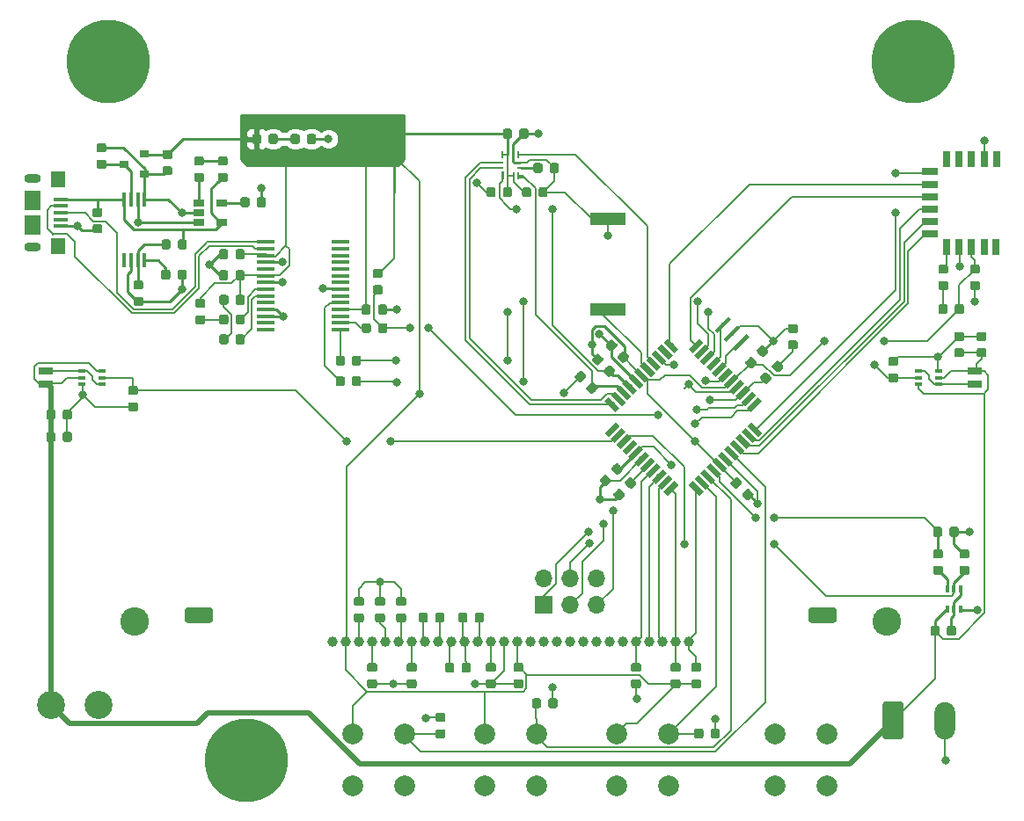
<source format=gbr>
G04 #@! TF.GenerationSoftware,KiCad,Pcbnew,(5.0.2)-1*
G04 #@! TF.CreationDate,2019-04-15T21:52:42-04:00*
G04 #@! TF.ProjectId,gomagottcha,676f6d61-676f-4747-9463-68612e6b6963,rev?*
G04 #@! TF.SameCoordinates,Original*
G04 #@! TF.FileFunction,Copper,L1,Top*
G04 #@! TF.FilePolarity,Positive*
%FSLAX46Y46*%
G04 Gerber Fmt 4.6, Leading zero omitted, Abs format (unit mm)*
G04 Created by KiCad (PCBNEW (5.0.2)-1) date 4/15/2019 9:52:42 PM*
%MOMM*%
%LPD*%
G01*
G04 APERTURE LIST*
G04 #@! TA.AperFunction,ComponentPad*
%ADD10C,2.000000*%
G04 #@! TD*
G04 #@! TA.AperFunction,ComponentPad*
%ADD11C,1.000000*%
G04 #@! TD*
G04 #@! TA.AperFunction,ComponentPad*
%ADD12C,2.750000*%
G04 #@! TD*
G04 #@! TA.AperFunction,Conductor*
%ADD13C,0.100000*%
G04 #@! TD*
G04 #@! TA.AperFunction,ComponentPad*
%ADD14C,1.500000*%
G04 #@! TD*
G04 #@! TA.AperFunction,ComponentPad*
%ADD15R,1.700000X1.700000*%
G04 #@! TD*
G04 #@! TA.AperFunction,ComponentPad*
%ADD16O,1.700000X1.700000*%
G04 #@! TD*
G04 #@! TA.AperFunction,SMDPad,CuDef*
%ADD17C,0.875000*%
G04 #@! TD*
G04 #@! TA.AperFunction,ComponentPad*
%ADD18O,2.000000X3.600000*%
G04 #@! TD*
G04 #@! TA.AperFunction,SMDPad,CuDef*
%ADD19R,0.250000X0.800000*%
G04 #@! TD*
G04 #@! TA.AperFunction,SMDPad,CuDef*
%ADD20C,0.250000*%
G04 #@! TD*
G04 #@! TA.AperFunction,SMDPad,CuDef*
%ADD21R,0.800000X0.250000*%
G04 #@! TD*
G04 #@! TA.AperFunction,SMDPad,CuDef*
%ADD22R,0.450000X1.450000*%
G04 #@! TD*
G04 #@! TA.AperFunction,SMDPad,CuDef*
%ADD23R,0.900000X0.800000*%
G04 #@! TD*
G04 #@! TA.AperFunction,SMDPad,CuDef*
%ADD24R,3.400000X1.300000*%
G04 #@! TD*
G04 #@! TA.AperFunction,SMDPad,CuDef*
%ADD25R,0.400000X0.650000*%
G04 #@! TD*
G04 #@! TA.AperFunction,SMDPad,CuDef*
%ADD26R,0.650000X0.400000*%
G04 #@! TD*
G04 #@! TA.AperFunction,SMDPad,CuDef*
%ADD27C,0.550000*%
G04 #@! TD*
G04 #@! TA.AperFunction,SMDPad,CuDef*
%ADD28R,1.400000X0.650000*%
G04 #@! TD*
G04 #@! TA.AperFunction,SMDPad,CuDef*
%ADD29R,1.750000X0.450000*%
G04 #@! TD*
G04 #@! TA.AperFunction,SMDPad,CuDef*
%ADD30R,1.060000X0.650000*%
G04 #@! TD*
G04 #@! TA.AperFunction,SMDPad,CuDef*
%ADD31C,0.400000*%
G04 #@! TD*
G04 #@! TA.AperFunction,SMDPad,CuDef*
%ADD32R,0.700000X1.500000*%
G04 #@! TD*
G04 #@! TA.AperFunction,SMDPad,CuDef*
%ADD33R,1.500000X0.700000*%
G04 #@! TD*
G04 #@! TA.AperFunction,ComponentPad*
%ADD34C,2.700000*%
G04 #@! TD*
G04 #@! TA.AperFunction,SMDPad,CuDef*
%ADD35R,1.600000X1.900000*%
G04 #@! TD*
G04 #@! TA.AperFunction,ComponentPad*
%ADD36O,1.600000X0.900000*%
G04 #@! TD*
G04 #@! TA.AperFunction,SMDPad,CuDef*
%ADD37R,1.350000X0.400000*%
G04 #@! TD*
G04 #@! TA.AperFunction,SMDPad,CuDef*
%ADD38R,1.400000X1.600000*%
G04 #@! TD*
G04 #@! TA.AperFunction,ComponentPad*
%ADD39C,8.000000*%
G04 #@! TD*
G04 #@! TA.AperFunction,ViaPad*
%ADD40C,0.800000*%
G04 #@! TD*
G04 #@! TA.AperFunction,Conductor*
%ADD41C,0.200000*%
G04 #@! TD*
G04 #@! TA.AperFunction,Conductor*
%ADD42C,0.250000*%
G04 #@! TD*
G04 #@! TA.AperFunction,Conductor*
%ADD43C,0.500000*%
G04 #@! TD*
G04 #@! TA.AperFunction,Conductor*
%ADD44C,0.254000*%
G04 #@! TD*
G04 APERTURE END LIST*
D10*
G04 #@! TO.P,S1,2*
G04 #@! TO.N,/RESET*
X115530000Y-88860000D03*
X115530000Y-83860000D03*
G04 #@! TO.P,S1,1*
G04 #@! TO.N,GND*
X110530000Y-83860000D03*
X110530000Y-88860000D03*
G04 #@! TD*
D11*
G04 #@! TO.P,U8,2*
G04 #@! TO.N,/RES*
X100990400Y-75006200D03*
G04 #@! TO.P,U8,1*
G04 #@! TO.N,/CS1*
X102260400Y-75006200D03*
G04 #@! TO.P,U8,3*
G04 #@! TO.N,/A0*
X99720400Y-75006200D03*
G04 #@! TO.P,U8,4*
G04 #@! TO.N,/WR*
X98450400Y-75006200D03*
G04 #@! TO.P,U8,5*
G04 #@! TO.N,/RD*
X97180400Y-75006200D03*
G04 #@! TO.P,U8,6*
G04 #@! TO.N,Net-(U8-Pad6)*
X95910400Y-75006200D03*
G04 #@! TO.P,U8,7*
G04 #@! TO.N,Net-(U8-Pad7)*
X94640400Y-75006200D03*
G04 #@! TO.P,U8,8*
G04 #@! TO.N,Net-(U8-Pad8)*
X93370400Y-75006200D03*
G04 #@! TO.P,U8,9*
G04 #@! TO.N,Net-(U8-Pad9)*
X92100400Y-75006200D03*
G04 #@! TO.P,U8,10*
G04 #@! TO.N,Net-(U8-Pad10)*
X90830400Y-75006200D03*
G04 #@! TO.P,U8,11*
G04 #@! TO.N,Net-(U8-Pad11)*
X89560400Y-75006200D03*
G04 #@! TO.P,U8,12*
G04 #@! TO.N,/SCK*
X88290400Y-75006200D03*
G04 #@! TO.P,U8,13*
G04 #@! TO.N,/MOSI*
X87020400Y-75006200D03*
G04 #@! TO.P,U8,14*
G04 #@! TO.N,+3V3*
X85750400Y-75006200D03*
G04 #@! TO.P,U8,15*
G04 #@! TO.N,GND*
X84480400Y-75006200D03*
G04 #@! TO.P,U8,16*
G04 #@! TO.N,Net-(C19-Pad1)*
X83210400Y-75006200D03*
G04 #@! TO.P,U8,17*
G04 #@! TO.N,Net-(C20-Pad1)*
X81940400Y-75006200D03*
G04 #@! TO.P,U8,18*
G04 #@! TO.N,Net-(C20-Pad2)*
X80670400Y-75006200D03*
G04 #@! TO.P,U8,19*
G04 #@! TO.N,Net-(C21-Pad1)*
X79400400Y-75006200D03*
G04 #@! TO.P,U8,20*
G04 #@! TO.N,Net-(C22-Pad2)*
X78130400Y-75006200D03*
G04 #@! TO.P,U8,21*
G04 #@! TO.N,Net-(C22-Pad1)*
X76860400Y-75006200D03*
G04 #@! TO.P,U8,22*
G04 #@! TO.N,Net-(C13-Pad1)*
X75590400Y-75006200D03*
G04 #@! TO.P,U8,23*
G04 #@! TO.N,Net-(C14-Pad1)*
X74320400Y-75006200D03*
G04 #@! TO.P,U8,24*
G04 #@! TO.N,Net-(C15-Pad1)*
X73050400Y-75006200D03*
G04 #@! TO.P,U8,25*
G04 #@! TO.N,Net-(C16-Pad1)*
X71780400Y-75006200D03*
G04 #@! TO.P,U8,26*
G04 #@! TO.N,Net-(C17-Pad1)*
X70510400Y-75006200D03*
G04 #@! TO.P,U8,27*
G04 #@! TO.N,+3V3*
X69240400Y-75006200D03*
G04 #@! TO.P,U8,28*
G04 #@! TO.N,GND*
X67970400Y-75006200D03*
D12*
G04 #@! TO.P,U8,32*
G04 #@! TO.N,N/C*
X121315400Y-73056200D03*
G04 #@! TO.P,U8,29*
X48915400Y-73056200D03*
D13*
G04 #@! TD*
G04 #@! TO.N,N/C*
G04 #@! TO.C,U8*
G36*
X56152156Y-71668006D02*
X56188559Y-71673406D01*
X56224257Y-71682347D01*
X56258906Y-71694745D01*
X56292174Y-71710480D01*
X56323739Y-71729399D01*
X56353297Y-71751321D01*
X56380565Y-71776035D01*
X56405279Y-71803303D01*
X56427201Y-71832861D01*
X56446120Y-71864426D01*
X56461855Y-71897694D01*
X56474253Y-71932343D01*
X56483194Y-71968041D01*
X56488594Y-72004444D01*
X56490400Y-72041200D01*
X56490400Y-72791200D01*
X56488594Y-72827956D01*
X56483194Y-72864359D01*
X56474253Y-72900057D01*
X56461855Y-72934706D01*
X56446120Y-72967974D01*
X56427201Y-72999539D01*
X56405279Y-73029097D01*
X56380565Y-73056365D01*
X56353297Y-73081079D01*
X56323739Y-73103001D01*
X56292174Y-73121920D01*
X56258906Y-73137655D01*
X56224257Y-73150053D01*
X56188559Y-73158994D01*
X56152156Y-73164394D01*
X56115400Y-73166200D01*
X54115400Y-73166200D01*
X54078644Y-73164394D01*
X54042241Y-73158994D01*
X54006543Y-73150053D01*
X53971894Y-73137655D01*
X53938626Y-73121920D01*
X53907061Y-73103001D01*
X53877503Y-73081079D01*
X53850235Y-73056365D01*
X53825521Y-73029097D01*
X53803599Y-72999539D01*
X53784680Y-72967974D01*
X53768945Y-72934706D01*
X53756547Y-72900057D01*
X53747606Y-72864359D01*
X53742206Y-72827956D01*
X53740400Y-72791200D01*
X53740400Y-72041200D01*
X53742206Y-72004444D01*
X53747606Y-71968041D01*
X53756547Y-71932343D01*
X53768945Y-71897694D01*
X53784680Y-71864426D01*
X53803599Y-71832861D01*
X53825521Y-71803303D01*
X53850235Y-71776035D01*
X53877503Y-71751321D01*
X53907061Y-71729399D01*
X53938626Y-71710480D01*
X53971894Y-71694745D01*
X54006543Y-71682347D01*
X54042241Y-71673406D01*
X54078644Y-71668006D01*
X54115400Y-71666200D01*
X56115400Y-71666200D01*
X56152156Y-71668006D01*
X56152156Y-71668006D01*
G37*
D14*
G04 #@! TO.P,U8,30*
G04 #@! TO.N,N/C*
X55115400Y-72416200D03*
D13*
G04 #@! TD*
G04 #@! TO.N,N/C*
G04 #@! TO.C,U8*
G36*
X116152156Y-71668006D02*
X116188559Y-71673406D01*
X116224257Y-71682347D01*
X116258906Y-71694745D01*
X116292174Y-71710480D01*
X116323739Y-71729399D01*
X116353297Y-71751321D01*
X116380565Y-71776035D01*
X116405279Y-71803303D01*
X116427201Y-71832861D01*
X116446120Y-71864426D01*
X116461855Y-71897694D01*
X116474253Y-71932343D01*
X116483194Y-71968041D01*
X116488594Y-72004444D01*
X116490400Y-72041200D01*
X116490400Y-72791200D01*
X116488594Y-72827956D01*
X116483194Y-72864359D01*
X116474253Y-72900057D01*
X116461855Y-72934706D01*
X116446120Y-72967974D01*
X116427201Y-72999539D01*
X116405279Y-73029097D01*
X116380565Y-73056365D01*
X116353297Y-73081079D01*
X116323739Y-73103001D01*
X116292174Y-73121920D01*
X116258906Y-73137655D01*
X116224257Y-73150053D01*
X116188559Y-73158994D01*
X116152156Y-73164394D01*
X116115400Y-73166200D01*
X114115400Y-73166200D01*
X114078644Y-73164394D01*
X114042241Y-73158994D01*
X114006543Y-73150053D01*
X113971894Y-73137655D01*
X113938626Y-73121920D01*
X113907061Y-73103001D01*
X113877503Y-73081079D01*
X113850235Y-73056365D01*
X113825521Y-73029097D01*
X113803599Y-72999539D01*
X113784680Y-72967974D01*
X113768945Y-72934706D01*
X113756547Y-72900057D01*
X113747606Y-72864359D01*
X113742206Y-72827956D01*
X113740400Y-72791200D01*
X113740400Y-72041200D01*
X113742206Y-72004444D01*
X113747606Y-71968041D01*
X113756547Y-71932343D01*
X113768945Y-71897694D01*
X113784680Y-71864426D01*
X113803599Y-71832861D01*
X113825521Y-71803303D01*
X113850235Y-71776035D01*
X113877503Y-71751321D01*
X113907061Y-71729399D01*
X113938626Y-71710480D01*
X113971894Y-71694745D01*
X114006543Y-71682347D01*
X114042241Y-71673406D01*
X114078644Y-71668006D01*
X114115400Y-71666200D01*
X116115400Y-71666200D01*
X116152156Y-71668006D01*
X116152156Y-71668006D01*
G37*
D14*
G04 #@! TO.P,U8,31*
G04 #@! TO.N,N/C*
X115115400Y-72416200D03*
G04 #@! TD*
D15*
G04 #@! TO.P,J2,1*
G04 #@! TO.N,/MISO*
X88328500Y-71437500D03*
D16*
G04 #@! TO.P,J2,2*
G04 #@! TO.N,+3V3*
X88328500Y-68897500D03*
G04 #@! TO.P,J2,3*
G04 #@! TO.N,/SCK*
X90868500Y-71437500D03*
G04 #@! TO.P,J2,4*
G04 #@! TO.N,/MOSI*
X90868500Y-68897500D03*
G04 #@! TO.P,J2,5*
G04 #@! TO.N,/RESET*
X93408500Y-71437500D03*
G04 #@! TO.P,J2,6*
G04 #@! TO.N,GND*
X93408500Y-68897500D03*
G04 #@! TD*
D13*
G04 #@! TO.N,Net-(D1-Pad1)*
G04 #@! TO.C,R3*
G36*
X55395691Y-28240053D02*
X55416926Y-28243203D01*
X55437750Y-28248419D01*
X55457962Y-28255651D01*
X55477368Y-28264830D01*
X55495781Y-28275866D01*
X55513024Y-28288654D01*
X55528930Y-28303070D01*
X55543346Y-28318976D01*
X55556134Y-28336219D01*
X55567170Y-28354632D01*
X55576349Y-28374038D01*
X55583581Y-28394250D01*
X55588797Y-28415074D01*
X55591947Y-28436309D01*
X55593000Y-28457750D01*
X55593000Y-28895250D01*
X55591947Y-28916691D01*
X55588797Y-28937926D01*
X55583581Y-28958750D01*
X55576349Y-28978962D01*
X55567170Y-28998368D01*
X55556134Y-29016781D01*
X55543346Y-29034024D01*
X55528930Y-29049930D01*
X55513024Y-29064346D01*
X55495781Y-29077134D01*
X55477368Y-29088170D01*
X55457962Y-29097349D01*
X55437750Y-29104581D01*
X55416926Y-29109797D01*
X55395691Y-29112947D01*
X55374250Y-29114000D01*
X54861750Y-29114000D01*
X54840309Y-29112947D01*
X54819074Y-29109797D01*
X54798250Y-29104581D01*
X54778038Y-29097349D01*
X54758632Y-29088170D01*
X54740219Y-29077134D01*
X54722976Y-29064346D01*
X54707070Y-29049930D01*
X54692654Y-29034024D01*
X54679866Y-29016781D01*
X54668830Y-28998368D01*
X54659651Y-28978962D01*
X54652419Y-28958750D01*
X54647203Y-28937926D01*
X54644053Y-28916691D01*
X54643000Y-28895250D01*
X54643000Y-28457750D01*
X54644053Y-28436309D01*
X54647203Y-28415074D01*
X54652419Y-28394250D01*
X54659651Y-28374038D01*
X54668830Y-28354632D01*
X54679866Y-28336219D01*
X54692654Y-28318976D01*
X54707070Y-28303070D01*
X54722976Y-28288654D01*
X54740219Y-28275866D01*
X54758632Y-28264830D01*
X54778038Y-28255651D01*
X54798250Y-28248419D01*
X54819074Y-28243203D01*
X54840309Y-28240053D01*
X54861750Y-28239000D01*
X55374250Y-28239000D01*
X55395691Y-28240053D01*
X55395691Y-28240053D01*
G37*
D17*
G04 #@! TD*
G04 #@! TO.P,R3,1*
G04 #@! TO.N,Net-(D1-Pad1)*
X55118000Y-28676500D03*
D13*
G04 #@! TO.N,Net-(R3-Pad2)*
G04 #@! TO.C,R3*
G36*
X55395691Y-29815053D02*
X55416926Y-29818203D01*
X55437750Y-29823419D01*
X55457962Y-29830651D01*
X55477368Y-29839830D01*
X55495781Y-29850866D01*
X55513024Y-29863654D01*
X55528930Y-29878070D01*
X55543346Y-29893976D01*
X55556134Y-29911219D01*
X55567170Y-29929632D01*
X55576349Y-29949038D01*
X55583581Y-29969250D01*
X55588797Y-29990074D01*
X55591947Y-30011309D01*
X55593000Y-30032750D01*
X55593000Y-30470250D01*
X55591947Y-30491691D01*
X55588797Y-30512926D01*
X55583581Y-30533750D01*
X55576349Y-30553962D01*
X55567170Y-30573368D01*
X55556134Y-30591781D01*
X55543346Y-30609024D01*
X55528930Y-30624930D01*
X55513024Y-30639346D01*
X55495781Y-30652134D01*
X55477368Y-30663170D01*
X55457962Y-30672349D01*
X55437750Y-30679581D01*
X55416926Y-30684797D01*
X55395691Y-30687947D01*
X55374250Y-30689000D01*
X54861750Y-30689000D01*
X54840309Y-30687947D01*
X54819074Y-30684797D01*
X54798250Y-30679581D01*
X54778038Y-30672349D01*
X54758632Y-30663170D01*
X54740219Y-30652134D01*
X54722976Y-30639346D01*
X54707070Y-30624930D01*
X54692654Y-30609024D01*
X54679866Y-30591781D01*
X54668830Y-30573368D01*
X54659651Y-30553962D01*
X54652419Y-30533750D01*
X54647203Y-30512926D01*
X54644053Y-30491691D01*
X54643000Y-30470250D01*
X54643000Y-30032750D01*
X54644053Y-30011309D01*
X54647203Y-29990074D01*
X54652419Y-29969250D01*
X54659651Y-29949038D01*
X54668830Y-29929632D01*
X54679866Y-29911219D01*
X54692654Y-29893976D01*
X54707070Y-29878070D01*
X54722976Y-29863654D01*
X54740219Y-29850866D01*
X54758632Y-29839830D01*
X54778038Y-29830651D01*
X54798250Y-29823419D01*
X54819074Y-29818203D01*
X54840309Y-29815053D01*
X54861750Y-29814000D01*
X55374250Y-29814000D01*
X55395691Y-29815053D01*
X55395691Y-29815053D01*
G37*
D17*
G04 #@! TD*
G04 #@! TO.P,R3,2*
G04 #@! TO.N,Net-(R3-Pad2)*
X55118000Y-30251500D03*
D13*
G04 #@! TO.N,Net-(BT1-Pad1)*
G04 #@! TO.C,BT1*
G36*
X122694504Y-80751204D02*
X122718773Y-80754804D01*
X122742571Y-80760765D01*
X122765671Y-80769030D01*
X122787849Y-80779520D01*
X122808893Y-80792133D01*
X122828598Y-80806747D01*
X122846777Y-80823223D01*
X122863253Y-80841402D01*
X122877867Y-80861107D01*
X122890480Y-80882151D01*
X122900970Y-80904329D01*
X122909235Y-80927429D01*
X122915196Y-80951227D01*
X122918796Y-80975496D01*
X122920000Y-81000000D01*
X122920000Y-84100000D01*
X122918796Y-84124504D01*
X122915196Y-84148773D01*
X122909235Y-84172571D01*
X122900970Y-84195671D01*
X122890480Y-84217849D01*
X122877867Y-84238893D01*
X122863253Y-84258598D01*
X122846777Y-84276777D01*
X122828598Y-84293253D01*
X122808893Y-84307867D01*
X122787849Y-84320480D01*
X122765671Y-84330970D01*
X122742571Y-84339235D01*
X122718773Y-84345196D01*
X122694504Y-84348796D01*
X122670000Y-84350000D01*
X121170000Y-84350000D01*
X121145496Y-84348796D01*
X121121227Y-84345196D01*
X121097429Y-84339235D01*
X121074329Y-84330970D01*
X121052151Y-84320480D01*
X121031107Y-84307867D01*
X121011402Y-84293253D01*
X120993223Y-84276777D01*
X120976747Y-84258598D01*
X120962133Y-84238893D01*
X120949520Y-84217849D01*
X120939030Y-84195671D01*
X120930765Y-84172571D01*
X120924804Y-84148773D01*
X120921204Y-84124504D01*
X120920000Y-84100000D01*
X120920000Y-81000000D01*
X120921204Y-80975496D01*
X120924804Y-80951227D01*
X120930765Y-80927429D01*
X120939030Y-80904329D01*
X120949520Y-80882151D01*
X120962133Y-80861107D01*
X120976747Y-80841402D01*
X120993223Y-80823223D01*
X121011402Y-80806747D01*
X121031107Y-80792133D01*
X121052151Y-80779520D01*
X121074329Y-80769030D01*
X121097429Y-80760765D01*
X121121227Y-80754804D01*
X121145496Y-80751204D01*
X121170000Y-80750000D01*
X122670000Y-80750000D01*
X122694504Y-80751204D01*
X122694504Y-80751204D01*
G37*
D10*
G04 #@! TD*
G04 #@! TO.P,BT1,1*
G04 #@! TO.N,Net-(BT1-Pad1)*
X121920000Y-82550000D03*
D18*
G04 #@! TO.P,BT1,2*
G04 #@! TO.N,GND*
X126920000Y-82550000D03*
G04 #@! TD*
D19*
G04 #@! TO.P,U14,4*
G04 #@! TO.N,/SDA*
X85849000Y-30067000D03*
G04 #@! TO.P,U14,3*
G04 #@! TO.N,+3V3*
X85374000Y-30067000D03*
G04 #@! TO.P,U14,2*
X84849000Y-30067000D03*
D13*
G04 #@! TD*
G04 #@! TO.N,/SCL*
G04 #@! TO.C,U14*
G36*
X84417626Y-29667301D02*
X84423693Y-29668201D01*
X84429643Y-29669691D01*
X84435418Y-29671758D01*
X84440962Y-29674380D01*
X84446223Y-29677533D01*
X84451150Y-29681187D01*
X84455694Y-29685306D01*
X84459813Y-29689850D01*
X84463467Y-29694777D01*
X84466620Y-29700038D01*
X84469242Y-29705582D01*
X84471309Y-29711357D01*
X84472799Y-29717307D01*
X84473699Y-29723374D01*
X84474000Y-29729500D01*
X84474000Y-30404500D01*
X84473699Y-30410626D01*
X84472799Y-30416693D01*
X84471309Y-30422643D01*
X84469242Y-30428418D01*
X84466620Y-30433962D01*
X84463467Y-30439223D01*
X84459813Y-30444150D01*
X84455694Y-30448694D01*
X84451150Y-30452813D01*
X84446223Y-30456467D01*
X84440962Y-30459620D01*
X84435418Y-30462242D01*
X84429643Y-30464309D01*
X84423693Y-30465799D01*
X84417626Y-30466699D01*
X84411500Y-30467000D01*
X84286500Y-30467000D01*
X84280374Y-30466699D01*
X84274307Y-30465799D01*
X84268357Y-30464309D01*
X84262582Y-30462242D01*
X84257038Y-30459620D01*
X84251777Y-30456467D01*
X84246850Y-30452813D01*
X84242306Y-30448694D01*
X84238187Y-30444150D01*
X84234533Y-30439223D01*
X84231380Y-30433962D01*
X84228758Y-30428418D01*
X84226691Y-30422643D01*
X84225201Y-30416693D01*
X84224301Y-30410626D01*
X84224000Y-30404500D01*
X84224000Y-29729500D01*
X84224301Y-29723374D01*
X84225201Y-29717307D01*
X84226691Y-29711357D01*
X84228758Y-29705582D01*
X84231380Y-29700038D01*
X84234533Y-29694777D01*
X84238187Y-29689850D01*
X84242306Y-29685306D01*
X84246850Y-29681187D01*
X84251777Y-29677533D01*
X84257038Y-29674380D01*
X84262582Y-29671758D01*
X84268357Y-29669691D01*
X84274307Y-29668201D01*
X84280374Y-29667301D01*
X84286500Y-29667000D01*
X84411500Y-29667000D01*
X84417626Y-29667301D01*
X84417626Y-29667301D01*
G37*
D20*
G04 #@! TO.P,U14,1*
G04 #@! TO.N,/SCL*
X84349000Y-30067000D03*
D21*
G04 #@! TO.P,U14,12*
G04 #@! TO.N,/INT_XL*
X84074000Y-29329500D03*
G04 #@! TO.P,U14,11*
G04 #@! TO.N,/DRDY_MAG*
X84074000Y-28829500D03*
D19*
G04 #@! TO.P,U14,10*
G04 #@! TO.N,+3V3*
X84349000Y-28067000D03*
G04 #@! TO.P,U14,9*
X84849000Y-28067000D03*
G04 #@! TO.P,U14,8*
G04 #@! TO.N,GND*
X85349000Y-28067000D03*
G04 #@! TO.P,U14,7*
G04 #@! TO.N,/INT_MAG*
X85849000Y-28067000D03*
D21*
G04 #@! TO.P,U14,6*
G04 #@! TO.N,GND*
X86074000Y-28829500D03*
G04 #@! TO.P,U14,5*
G04 #@! TO.N,Net-(C28-Pad1)*
X86074000Y-29329500D03*
G04 #@! TD*
D22*
G04 #@! TO.P,U6,1*
G04 #@! TO.N,Net-(U6-Pad1)*
X47920000Y-38256000D03*
G04 #@! TO.P,U6,2*
G04 #@! TO.N,GND*
X48570000Y-38256000D03*
G04 #@! TO.P,U6,3*
G04 #@! TO.N,Net-(R13-Pad1)*
X49220000Y-38256000D03*
G04 #@! TO.P,U6,4*
G04 #@! TO.N,Net-(R15-Pad1)*
X49870000Y-38256000D03*
G04 #@! TO.P,U6,5*
G04 #@! TO.N,GND*
X49870000Y-32356000D03*
G04 #@! TO.P,U6,6*
G04 #@! TO.N,Net-(SW1-Pad1)*
X49220000Y-32356000D03*
G04 #@! TO.P,U6,7*
G04 #@! TO.N,Net-(C23-Pad1)*
X48570000Y-32356000D03*
G04 #@! TO.P,U6,8*
G04 #@! TO.N,Net-(C4-Pad1)*
X47920000Y-32356000D03*
G04 #@! TD*
D23*
G04 #@! TO.P,U9,1*
G04 #@! TO.N,GND*
X49895000Y-29906000D03*
G04 #@! TO.P,U9,2*
G04 #@! TO.N,+3V3*
X49895000Y-28006000D03*
G04 #@! TO.P,U9,3*
G04 #@! TO.N,Net-(C23-Pad1)*
X47895000Y-28956000D03*
G04 #@! TD*
D24*
G04 #@! TO.P,U13,1*
G04 #@! TO.N,/Buzzer*
X94488000Y-42926000D03*
G04 #@! TO.P,U13,2*
G04 #@! TO.N,GND*
X94488000Y-34226000D03*
G04 #@! TD*
D25*
G04 #@! TO.P,U4,1*
G04 #@! TO.N,Net-(R10-Pad1)*
X128412000Y-69916000D03*
G04 #@! TO.P,U4,3*
G04 #@! TO.N,Net-(R5-Pad1)*
X127112000Y-69916000D03*
G04 #@! TO.P,U4,5*
G04 #@! TO.N,Net-(R10-Pad1)*
X127762000Y-71816000D03*
G04 #@! TO.P,U4,2*
G04 #@! TO.N,/MEAS_BAT*
X127762000Y-69916000D03*
G04 #@! TO.P,U4,4*
G04 #@! TO.N,Net-(BT1-Pad1)*
X127112000Y-71816000D03*
G04 #@! TO.P,U4,6*
G04 #@! TO.N,GND*
X128412000Y-71816000D03*
G04 #@! TD*
D26*
G04 #@! TO.P,U11,6*
G04 #@! TO.N,GND*
X126299000Y-48880000D03*
G04 #@! TO.P,U11,4*
G04 #@! TO.N,Net-(U11-Pad1)*
X126299000Y-50180000D03*
G04 #@! TO.P,U11,2*
G04 #@! TO.N,/PWM_2*
X124399000Y-49530000D03*
G04 #@! TO.P,U11,5*
G04 #@! TO.N,Net-(BT1-Pad1)*
X126299000Y-49530000D03*
G04 #@! TO.P,U11,3*
X124399000Y-50180000D03*
G04 #@! TO.P,U11,1*
G04 #@! TO.N,Net-(U11-Pad1)*
X124399000Y-48880000D03*
G04 #@! TD*
G04 #@! TO.P,U7,1*
G04 #@! TO.N,Net-(U10-Pad2)*
X45781000Y-50180000D03*
G04 #@! TO.P,U7,3*
G04 #@! TO.N,Net-(BT1-Pad1)*
X45781000Y-48880000D03*
G04 #@! TO.P,U7,5*
X43881000Y-49530000D03*
G04 #@! TO.P,U7,2*
G04 #@! TO.N,/PWM_1*
X45781000Y-49530000D03*
G04 #@! TO.P,U7,4*
G04 #@! TO.N,Net-(U10-Pad2)*
X43881000Y-48880000D03*
G04 #@! TO.P,U7,6*
G04 #@! TO.N,GND*
X43881000Y-50180000D03*
G04 #@! TD*
D27*
G04 #@! TO.P,U5,1*
G04 #@! TO.N,/MOSI*
X108601404Y-52136116D03*
D13*
G04 #@! TD*
G04 #@! TO.N,/MOSI*
G04 #@! TO.C,U5*
G36*
X108937280Y-51411332D02*
X109326188Y-51800240D01*
X108265528Y-52860900D01*
X107876620Y-52471992D01*
X108937280Y-51411332D01*
X108937280Y-51411332D01*
G37*
D27*
G04 #@! TO.P,U5,2*
G04 #@! TO.N,/MISO*
X108035718Y-51570431D03*
D13*
G04 #@! TD*
G04 #@! TO.N,/MISO*
G04 #@! TO.C,U5*
G36*
X108371594Y-50845647D02*
X108760502Y-51234555D01*
X107699842Y-52295215D01*
X107310934Y-51906307D01*
X108371594Y-50845647D01*
X108371594Y-50845647D01*
G37*
D27*
G04 #@! TO.P,U5,3*
G04 #@! TO.N,/SCK*
X107470033Y-51004746D03*
D13*
G04 #@! TD*
G04 #@! TO.N,/SCK*
G04 #@! TO.C,U5*
G36*
X107805909Y-50279962D02*
X108194817Y-50668870D01*
X107134157Y-51729530D01*
X106745249Y-51340622D01*
X107805909Y-50279962D01*
X107805909Y-50279962D01*
G37*
D27*
G04 #@! TO.P,U5,4*
G04 #@! TO.N,/RESET*
X106904348Y-50439060D03*
D13*
G04 #@! TD*
G04 #@! TO.N,/RESET*
G04 #@! TO.C,U5*
G36*
X107240224Y-49714276D02*
X107629132Y-50103184D01*
X106568472Y-51163844D01*
X106179564Y-50774936D01*
X107240224Y-49714276D01*
X107240224Y-49714276D01*
G37*
D27*
G04 #@! TO.P,U5,5*
G04 #@! TO.N,+3V3*
X106338662Y-49873375D03*
D13*
G04 #@! TD*
G04 #@! TO.N,+3V3*
G04 #@! TO.C,U5*
G36*
X106674538Y-49148591D02*
X107063446Y-49537499D01*
X106002786Y-50598159D01*
X105613878Y-50209251D01*
X106674538Y-49148591D01*
X106674538Y-49148591D01*
G37*
D27*
G04 #@! TO.P,U5,6*
G04 #@! TO.N,GND*
X105772977Y-49307689D03*
D13*
G04 #@! TD*
G04 #@! TO.N,GND*
G04 #@! TO.C,U5*
G36*
X106108853Y-48582905D02*
X106497761Y-48971813D01*
X105437101Y-50032473D01*
X105048193Y-49643565D01*
X106108853Y-48582905D01*
X106108853Y-48582905D01*
G37*
D27*
G04 #@! TO.P,U5,7*
G04 #@! TO.N,Net-(U5-Pad7)*
X105207291Y-48742004D03*
D13*
G04 #@! TD*
G04 #@! TO.N,Net-(U5-Pad7)*
G04 #@! TO.C,U5*
G36*
X105543167Y-48017220D02*
X105932075Y-48406128D01*
X104871415Y-49466788D01*
X104482507Y-49077880D01*
X105543167Y-48017220D01*
X105543167Y-48017220D01*
G37*
D27*
G04 #@! TO.P,U5,8*
G04 #@! TO.N,Net-(U5-Pad8)*
X104641606Y-48176318D03*
D13*
G04 #@! TD*
G04 #@! TO.N,Net-(U5-Pad8)*
G04 #@! TO.C,U5*
G36*
X104977482Y-47451534D02*
X105366390Y-47840442D01*
X104305730Y-48901102D01*
X103916822Y-48512194D01*
X104977482Y-47451534D01*
X104977482Y-47451534D01*
G37*
D27*
G04 #@! TO.P,U5,9*
G04 #@! TO.N,Net-(R8-Pad1)*
X104075920Y-47610633D03*
D13*
G04 #@! TD*
G04 #@! TO.N,Net-(R8-Pad1)*
G04 #@! TO.C,U5*
G36*
X104411796Y-46885849D02*
X104800704Y-47274757D01*
X103740044Y-48335417D01*
X103351136Y-47946509D01*
X104411796Y-46885849D01*
X104411796Y-46885849D01*
G37*
D27*
G04 #@! TO.P,U5,10*
G04 #@! TO.N,Net-(R7-Pad1)*
X103510235Y-47044948D03*
D13*
G04 #@! TD*
G04 #@! TO.N,Net-(R7-Pad1)*
G04 #@! TO.C,U5*
G36*
X103846111Y-46320164D02*
X104235019Y-46709072D01*
X103174359Y-47769732D01*
X102785451Y-47380824D01*
X103846111Y-46320164D01*
X103846111Y-46320164D01*
G37*
D27*
G04 #@! TO.P,U5,11*
G04 #@! TO.N,/BLE_TX*
X102944550Y-46479262D03*
D13*
G04 #@! TD*
G04 #@! TO.N,/BLE_TX*
G04 #@! TO.C,U5*
G36*
X103280426Y-45754478D02*
X103669334Y-46143386D01*
X102608674Y-47204046D01*
X102219766Y-46815138D01*
X103280426Y-45754478D01*
X103280426Y-45754478D01*
G37*
D27*
G04 #@! TO.P,U5,12*
G04 #@! TO.N,/BLE_RX*
X100540386Y-46479262D03*
D13*
G04 #@! TD*
G04 #@! TO.N,/BLE_RX*
G04 #@! TO.C,U5*
G36*
X99815602Y-46143386D02*
X100204510Y-45754478D01*
X101265170Y-46815138D01*
X100876262Y-47204046D01*
X99815602Y-46143386D01*
X99815602Y-46143386D01*
G37*
D27*
G04 #@! TO.P,U5,13*
G04 #@! TO.N,Net-(U5-Pad13)*
X99974701Y-47044948D03*
D13*
G04 #@! TD*
G04 #@! TO.N,Net-(U5-Pad13)*
G04 #@! TO.C,U5*
G36*
X99249917Y-46709072D02*
X99638825Y-46320164D01*
X100699485Y-47380824D01*
X100310577Y-47769732D01*
X99249917Y-46709072D01*
X99249917Y-46709072D01*
G37*
D27*
G04 #@! TO.P,U5,14*
G04 #@! TO.N,/PWM_2*
X99409016Y-47610633D03*
D13*
G04 #@! TD*
G04 #@! TO.N,/PWM_2*
G04 #@! TO.C,U5*
G36*
X98684232Y-47274757D02*
X99073140Y-46885849D01*
X100133800Y-47946509D01*
X99744892Y-48335417D01*
X98684232Y-47274757D01*
X98684232Y-47274757D01*
G37*
D27*
G04 #@! TO.P,U5,15*
G04 #@! TO.N,/INT_MAG*
X98843330Y-48176318D03*
D13*
G04 #@! TD*
G04 #@! TO.N,/INT_MAG*
G04 #@! TO.C,U5*
G36*
X98118546Y-47840442D02*
X98507454Y-47451534D01*
X99568114Y-48512194D01*
X99179206Y-48901102D01*
X98118546Y-47840442D01*
X98118546Y-47840442D01*
G37*
D27*
G04 #@! TO.P,U5,16*
G04 #@! TO.N,/Buzzer*
X98277645Y-48742004D03*
D13*
G04 #@! TD*
G04 #@! TO.N,/Buzzer*
G04 #@! TO.C,U5*
G36*
X97552861Y-48406128D02*
X97941769Y-48017220D01*
X99002429Y-49077880D01*
X98613521Y-49466788D01*
X97552861Y-48406128D01*
X97552861Y-48406128D01*
G37*
D27*
G04 #@! TO.P,U5,17*
G04 #@! TO.N,+3V3*
X97711959Y-49307689D03*
D13*
G04 #@! TD*
G04 #@! TO.N,+3V3*
G04 #@! TO.C,U5*
G36*
X96987175Y-48971813D02*
X97376083Y-48582905D01*
X98436743Y-49643565D01*
X98047835Y-50032473D01*
X96987175Y-48971813D01*
X96987175Y-48971813D01*
G37*
D27*
G04 #@! TO.P,U5,18*
G04 #@! TO.N,GND*
X97146274Y-49873375D03*
D13*
G04 #@! TD*
G04 #@! TO.N,GND*
G04 #@! TO.C,U5*
G36*
X96421490Y-49537499D02*
X96810398Y-49148591D01*
X97871058Y-50209251D01*
X97482150Y-50598159D01*
X96421490Y-49537499D01*
X96421490Y-49537499D01*
G37*
D27*
G04 #@! TO.P,U5,19*
G04 #@! TO.N,/SCL*
X96580588Y-50439060D03*
D13*
G04 #@! TD*
G04 #@! TO.N,/SCL*
G04 #@! TO.C,U5*
G36*
X95855804Y-50103184D02*
X96244712Y-49714276D01*
X97305372Y-50774936D01*
X96916464Y-51163844D01*
X95855804Y-50103184D01*
X95855804Y-50103184D01*
G37*
D27*
G04 #@! TO.P,U5,20*
G04 #@! TO.N,/SDA*
X96014903Y-51004746D03*
D13*
G04 #@! TD*
G04 #@! TO.N,/SDA*
G04 #@! TO.C,U5*
G36*
X95290119Y-50668870D02*
X95679027Y-50279962D01*
X96739687Y-51340622D01*
X96350779Y-51729530D01*
X95290119Y-50668870D01*
X95290119Y-50668870D01*
G37*
D27*
G04 #@! TO.P,U5,21*
G04 #@! TO.N,/INT_XL*
X95449218Y-51570431D03*
D13*
G04 #@! TD*
G04 #@! TO.N,/INT_XL*
G04 #@! TO.C,U5*
G36*
X94724434Y-51234555D02*
X95113342Y-50845647D01*
X96174002Y-51906307D01*
X95785094Y-52295215D01*
X94724434Y-51234555D01*
X94724434Y-51234555D01*
G37*
D27*
G04 #@! TO.P,U5,22*
G04 #@! TO.N,/DRDY_MAG*
X94883532Y-52136116D03*
D13*
G04 #@! TD*
G04 #@! TO.N,/DRDY_MAG*
G04 #@! TO.C,U5*
G36*
X94158748Y-51800240D02*
X94547656Y-51411332D01*
X95608316Y-52471992D01*
X95219408Y-52860900D01*
X94158748Y-51800240D01*
X94158748Y-51800240D01*
G37*
D27*
G04 #@! TO.P,U5,23*
G04 #@! TO.N,Net-(U5-Pad23)*
X94883532Y-54540280D03*
D13*
G04 #@! TD*
G04 #@! TO.N,Net-(U5-Pad23)*
G04 #@! TO.C,U5*
G36*
X95219408Y-53815496D02*
X95608316Y-54204404D01*
X94547656Y-55265064D01*
X94158748Y-54876156D01*
X95219408Y-53815496D01*
X95219408Y-53815496D01*
G37*
D27*
G04 #@! TO.P,U5,24*
G04 #@! TO.N,/PWM_1*
X95449218Y-55105965D03*
D13*
G04 #@! TD*
G04 #@! TO.N,/PWM_1*
G04 #@! TO.C,U5*
G36*
X95785094Y-54381181D02*
X96174002Y-54770089D01*
X95113342Y-55830749D01*
X94724434Y-55441841D01*
X95785094Y-54381181D01*
X95785094Y-54381181D01*
G37*
D27*
G04 #@! TO.P,U5,25*
G04 #@! TO.N,/MEAS_BAT*
X96014903Y-55671650D03*
D13*
G04 #@! TD*
G04 #@! TO.N,/MEAS_BAT*
G04 #@! TO.C,U5*
G36*
X96350779Y-54946866D02*
X96739687Y-55335774D01*
X95679027Y-56396434D01*
X95290119Y-56007526D01*
X96350779Y-54946866D01*
X96350779Y-54946866D01*
G37*
D27*
G04 #@! TO.P,U5,26*
G04 #@! TO.N,Net-(U5-Pad26)*
X96580588Y-56237336D03*
D13*
G04 #@! TD*
G04 #@! TO.N,Net-(U5-Pad26)*
G04 #@! TO.C,U5*
G36*
X96916464Y-55512552D02*
X97305372Y-55901460D01*
X96244712Y-56962120D01*
X95855804Y-56573212D01*
X96916464Y-55512552D01*
X96916464Y-55512552D01*
G37*
D27*
G04 #@! TO.P,U5,27*
G04 #@! TO.N,+3V3*
X97146274Y-56803021D03*
D13*
G04 #@! TD*
G04 #@! TO.N,+3V3*
G04 #@! TO.C,U5*
G36*
X97482150Y-56078237D02*
X97871058Y-56467145D01*
X96810398Y-57527805D01*
X96421490Y-57138897D01*
X97482150Y-56078237D01*
X97482150Y-56078237D01*
G37*
D27*
G04 #@! TO.P,U5,28*
G04 #@! TO.N,GND*
X97711959Y-57368707D03*
D13*
G04 #@! TD*
G04 #@! TO.N,GND*
G04 #@! TO.C,U5*
G36*
X98047835Y-56643923D02*
X98436743Y-57032831D01*
X97376083Y-58093491D01*
X96987175Y-57704583D01*
X98047835Y-56643923D01*
X98047835Y-56643923D01*
G37*
D27*
G04 #@! TO.P,U5,29*
G04 #@! TO.N,Net-(C7-Pad1)*
X98277645Y-57934392D03*
D13*
G04 #@! TD*
G04 #@! TO.N,Net-(C7-Pad1)*
G04 #@! TO.C,U5*
G36*
X98613521Y-57209608D02*
X99002429Y-57598516D01*
X97941769Y-58659176D01*
X97552861Y-58270268D01*
X98613521Y-57209608D01*
X98613521Y-57209608D01*
G37*
D27*
G04 #@! TO.P,U5,30*
G04 #@! TO.N,/RD*
X98843330Y-58500078D03*
D13*
G04 #@! TD*
G04 #@! TO.N,/RD*
G04 #@! TO.C,U5*
G36*
X99179206Y-57775294D02*
X99568114Y-58164202D01*
X98507454Y-59224862D01*
X98118546Y-58835954D01*
X99179206Y-57775294D01*
X99179206Y-57775294D01*
G37*
D27*
G04 #@! TO.P,U5,31*
G04 #@! TO.N,/WR*
X99409016Y-59065763D03*
D13*
G04 #@! TD*
G04 #@! TO.N,/WR*
G04 #@! TO.C,U5*
G36*
X99744892Y-58340979D02*
X100133800Y-58729887D01*
X99073140Y-59790547D01*
X98684232Y-59401639D01*
X99744892Y-58340979D01*
X99744892Y-58340979D01*
G37*
D27*
G04 #@! TO.P,U5,32*
G04 #@! TO.N,/A0*
X99974701Y-59631448D03*
D13*
G04 #@! TD*
G04 #@! TO.N,/A0*
G04 #@! TO.C,U5*
G36*
X100310577Y-58906664D02*
X100699485Y-59295572D01*
X99638825Y-60356232D01*
X99249917Y-59967324D01*
X100310577Y-58906664D01*
X100310577Y-58906664D01*
G37*
D27*
G04 #@! TO.P,U5,33*
G04 #@! TO.N,/RES*
X100540386Y-60197134D03*
D13*
G04 #@! TD*
G04 #@! TO.N,/RES*
G04 #@! TO.C,U5*
G36*
X100876262Y-59472350D02*
X101265170Y-59861258D01*
X100204510Y-60921918D01*
X99815602Y-60533010D01*
X100876262Y-59472350D01*
X100876262Y-59472350D01*
G37*
D27*
G04 #@! TO.P,U5,34*
G04 #@! TO.N,/CS1*
X102944550Y-60197134D03*
D13*
G04 #@! TD*
G04 #@! TO.N,/CS1*
G04 #@! TO.C,U5*
G36*
X102219766Y-59861258D02*
X102608674Y-59472350D01*
X103669334Y-60533010D01*
X103280426Y-60921918D01*
X102219766Y-59861258D01*
X102219766Y-59861258D01*
G37*
D27*
G04 #@! TO.P,U5,35*
G04 #@! TO.N,/BUTTON1*
X103510235Y-59631448D03*
D13*
G04 #@! TD*
G04 #@! TO.N,/BUTTON1*
G04 #@! TO.C,U5*
G36*
X102785451Y-59295572D02*
X103174359Y-58906664D01*
X104235019Y-59967324D01*
X103846111Y-60356232D01*
X102785451Y-59295572D01*
X102785451Y-59295572D01*
G37*
D27*
G04 #@! TO.P,U5,36*
G04 #@! TO.N,/BUTTON2*
X104075920Y-59065763D03*
D13*
G04 #@! TD*
G04 #@! TO.N,/BUTTON2*
G04 #@! TO.C,U5*
G36*
X103351136Y-58729887D02*
X103740044Y-58340979D01*
X104800704Y-59401639D01*
X104411796Y-59790547D01*
X103351136Y-58729887D01*
X103351136Y-58729887D01*
G37*
D27*
G04 #@! TO.P,U5,37*
G04 #@! TO.N,/VBAT*
X104641606Y-58500078D03*
D13*
G04 #@! TD*
G04 #@! TO.N,/VBAT*
G04 #@! TO.C,U5*
G36*
X103916822Y-58164202D02*
X104305730Y-57775294D01*
X105366390Y-58835954D01*
X104977482Y-59224862D01*
X103916822Y-58164202D01*
X103916822Y-58164202D01*
G37*
D27*
G04 #@! TO.P,U5,38*
G04 #@! TO.N,+3V3*
X105207291Y-57934392D03*
D13*
G04 #@! TD*
G04 #@! TO.N,+3V3*
G04 #@! TO.C,U5*
G36*
X104482507Y-57598516D02*
X104871415Y-57209608D01*
X105932075Y-58270268D01*
X105543167Y-58659176D01*
X104482507Y-57598516D01*
X104482507Y-57598516D01*
G37*
D27*
G04 #@! TO.P,U5,39*
G04 #@! TO.N,GND*
X105772977Y-57368707D03*
D13*
G04 #@! TD*
G04 #@! TO.N,GND*
G04 #@! TO.C,U5*
G36*
X105048193Y-57032831D02*
X105437101Y-56643923D01*
X106497761Y-57704583D01*
X106108853Y-58093491D01*
X105048193Y-57032831D01*
X105048193Y-57032831D01*
G37*
D27*
G04 #@! TO.P,U5,40*
G04 #@! TO.N,/BUTTON3*
X106338662Y-56803021D03*
D13*
G04 #@! TD*
G04 #@! TO.N,/BUTTON3*
G04 #@! TO.C,U5*
G36*
X105613878Y-56467145D02*
X106002786Y-56078237D01*
X107063446Y-57138897D01*
X106674538Y-57527805D01*
X105613878Y-56467145D01*
X105613878Y-56467145D01*
G37*
D27*
G04 #@! TO.P,U5,41*
G04 #@! TO.N,/CTS*
X106904348Y-56237336D03*
D13*
G04 #@! TD*
G04 #@! TO.N,/CTS*
G04 #@! TO.C,U5*
G36*
X106179564Y-55901460D02*
X106568472Y-55512552D01*
X107629132Y-56573212D01*
X107240224Y-56962120D01*
X106179564Y-55901460D01*
X106179564Y-55901460D01*
G37*
D27*
G04 #@! TO.P,U5,42*
G04 #@! TO.N,/RST_N*
X107470033Y-55671650D03*
D13*
G04 #@! TD*
G04 #@! TO.N,/RST_N*
G04 #@! TO.C,U5*
G36*
X106745249Y-55335774D02*
X107134157Y-54946866D01*
X108194817Y-56007526D01*
X107805909Y-56396434D01*
X106745249Y-55335774D01*
X106745249Y-55335774D01*
G37*
D27*
G04 #@! TO.P,U5,43*
G04 #@! TO.N,/RTS*
X108035718Y-55105965D03*
D13*
G04 #@! TD*
G04 #@! TO.N,/RTS*
G04 #@! TO.C,U5*
G36*
X107310934Y-54770089D02*
X107699842Y-54381181D01*
X108760502Y-55441841D01*
X108371594Y-55830749D01*
X107310934Y-54770089D01*
X107310934Y-54770089D01*
G37*
D27*
G04 #@! TO.P,U5,44*
G04 #@! TO.N,/RX_IND*
X108601404Y-54540280D03*
D13*
G04 #@! TD*
G04 #@! TO.N,/RX_IND*
G04 #@! TO.C,U5*
G36*
X107876620Y-54204404D02*
X108265528Y-53815496D01*
X109326188Y-54876156D01*
X108937280Y-55265064D01*
X107876620Y-54204404D01*
X107876620Y-54204404D01*
G37*
D28*
G04 #@! TO.P,U10,2*
G04 #@! TO.N,Net-(U10-Pad2)*
X40386000Y-48930000D03*
G04 #@! TO.P,U10,1*
G04 #@! TO.N,Net-(BT1-Pad1)*
X40386000Y-50130000D03*
G04 #@! TD*
G04 #@! TO.P,U12,1*
G04 #@! TO.N,Net-(BT1-Pad1)*
X129794000Y-48930000D03*
G04 #@! TO.P,U12,2*
G04 #@! TO.N,Net-(U11-Pad1)*
X129794000Y-50130000D03*
G04 #@! TD*
D10*
G04 #@! TO.P,S4,1*
G04 #@! TO.N,+3V3*
X69890000Y-88860000D03*
X69890000Y-83860000D03*
G04 #@! TO.P,S4,2*
G04 #@! TO.N,/BUTTON3*
X74890000Y-83860000D03*
X74890000Y-88860000D03*
G04 #@! TD*
G04 #@! TO.P,S3,2*
G04 #@! TO.N,/BUTTON2*
X87590000Y-88860000D03*
X87590000Y-83860000D03*
G04 #@! TO.P,S3,1*
G04 #@! TO.N,+3V3*
X82590000Y-83860000D03*
X82590000Y-88860000D03*
G04 #@! TD*
G04 #@! TO.P,S2,1*
G04 #@! TO.N,+3V3*
X95290000Y-88860000D03*
X95290000Y-83860000D03*
G04 #@! TO.P,S2,2*
G04 #@! TO.N,/BUTTON1*
X100290000Y-83860000D03*
X100290000Y-88860000D03*
G04 #@! TD*
D13*
G04 #@! TO.N,/BUTTON2*
G04 #@! TO.C,R26*
G36*
X87844691Y-80425053D02*
X87865926Y-80428203D01*
X87886750Y-80433419D01*
X87906962Y-80440651D01*
X87926368Y-80449830D01*
X87944781Y-80460866D01*
X87962024Y-80473654D01*
X87977930Y-80488070D01*
X87992346Y-80503976D01*
X88005134Y-80521219D01*
X88016170Y-80539632D01*
X88025349Y-80559038D01*
X88032581Y-80579250D01*
X88037797Y-80600074D01*
X88040947Y-80621309D01*
X88042000Y-80642750D01*
X88042000Y-81155250D01*
X88040947Y-81176691D01*
X88037797Y-81197926D01*
X88032581Y-81218750D01*
X88025349Y-81238962D01*
X88016170Y-81258368D01*
X88005134Y-81276781D01*
X87992346Y-81294024D01*
X87977930Y-81309930D01*
X87962024Y-81324346D01*
X87944781Y-81337134D01*
X87926368Y-81348170D01*
X87906962Y-81357349D01*
X87886750Y-81364581D01*
X87865926Y-81369797D01*
X87844691Y-81372947D01*
X87823250Y-81374000D01*
X87385750Y-81374000D01*
X87364309Y-81372947D01*
X87343074Y-81369797D01*
X87322250Y-81364581D01*
X87302038Y-81357349D01*
X87282632Y-81348170D01*
X87264219Y-81337134D01*
X87246976Y-81324346D01*
X87231070Y-81309930D01*
X87216654Y-81294024D01*
X87203866Y-81276781D01*
X87192830Y-81258368D01*
X87183651Y-81238962D01*
X87176419Y-81218750D01*
X87171203Y-81197926D01*
X87168053Y-81176691D01*
X87167000Y-81155250D01*
X87167000Y-80642750D01*
X87168053Y-80621309D01*
X87171203Y-80600074D01*
X87176419Y-80579250D01*
X87183651Y-80559038D01*
X87192830Y-80539632D01*
X87203866Y-80521219D01*
X87216654Y-80503976D01*
X87231070Y-80488070D01*
X87246976Y-80473654D01*
X87264219Y-80460866D01*
X87282632Y-80449830D01*
X87302038Y-80440651D01*
X87322250Y-80433419D01*
X87343074Y-80428203D01*
X87364309Y-80425053D01*
X87385750Y-80424000D01*
X87823250Y-80424000D01*
X87844691Y-80425053D01*
X87844691Y-80425053D01*
G37*
D17*
G04 #@! TD*
G04 #@! TO.P,R26,2*
G04 #@! TO.N,/BUTTON2*
X87604500Y-80899000D03*
D13*
G04 #@! TO.N,GND*
G04 #@! TO.C,R26*
G36*
X89419691Y-80425053D02*
X89440926Y-80428203D01*
X89461750Y-80433419D01*
X89481962Y-80440651D01*
X89501368Y-80449830D01*
X89519781Y-80460866D01*
X89537024Y-80473654D01*
X89552930Y-80488070D01*
X89567346Y-80503976D01*
X89580134Y-80521219D01*
X89591170Y-80539632D01*
X89600349Y-80559038D01*
X89607581Y-80579250D01*
X89612797Y-80600074D01*
X89615947Y-80621309D01*
X89617000Y-80642750D01*
X89617000Y-81155250D01*
X89615947Y-81176691D01*
X89612797Y-81197926D01*
X89607581Y-81218750D01*
X89600349Y-81238962D01*
X89591170Y-81258368D01*
X89580134Y-81276781D01*
X89567346Y-81294024D01*
X89552930Y-81309930D01*
X89537024Y-81324346D01*
X89519781Y-81337134D01*
X89501368Y-81348170D01*
X89481962Y-81357349D01*
X89461750Y-81364581D01*
X89440926Y-81369797D01*
X89419691Y-81372947D01*
X89398250Y-81374000D01*
X88960750Y-81374000D01*
X88939309Y-81372947D01*
X88918074Y-81369797D01*
X88897250Y-81364581D01*
X88877038Y-81357349D01*
X88857632Y-81348170D01*
X88839219Y-81337134D01*
X88821976Y-81324346D01*
X88806070Y-81309930D01*
X88791654Y-81294024D01*
X88778866Y-81276781D01*
X88767830Y-81258368D01*
X88758651Y-81238962D01*
X88751419Y-81218750D01*
X88746203Y-81197926D01*
X88743053Y-81176691D01*
X88742000Y-81155250D01*
X88742000Y-80642750D01*
X88743053Y-80621309D01*
X88746203Y-80600074D01*
X88751419Y-80579250D01*
X88758651Y-80559038D01*
X88767830Y-80539632D01*
X88778866Y-80521219D01*
X88791654Y-80503976D01*
X88806070Y-80488070D01*
X88821976Y-80473654D01*
X88839219Y-80460866D01*
X88857632Y-80449830D01*
X88877038Y-80440651D01*
X88897250Y-80433419D01*
X88918074Y-80428203D01*
X88939309Y-80425053D01*
X88960750Y-80424000D01*
X89398250Y-80424000D01*
X89419691Y-80425053D01*
X89419691Y-80425053D01*
G37*
D17*
G04 #@! TD*
G04 #@! TO.P,R26,1*
G04 #@! TO.N,GND*
X89179500Y-80899000D03*
D13*
G04 #@! TO.N,GND*
G04 #@! TO.C,R27*
G36*
X78636691Y-81834053D02*
X78657926Y-81837203D01*
X78678750Y-81842419D01*
X78698962Y-81849651D01*
X78718368Y-81858830D01*
X78736781Y-81869866D01*
X78754024Y-81882654D01*
X78769930Y-81897070D01*
X78784346Y-81912976D01*
X78797134Y-81930219D01*
X78808170Y-81948632D01*
X78817349Y-81968038D01*
X78824581Y-81988250D01*
X78829797Y-82009074D01*
X78832947Y-82030309D01*
X78834000Y-82051750D01*
X78834000Y-82489250D01*
X78832947Y-82510691D01*
X78829797Y-82531926D01*
X78824581Y-82552750D01*
X78817349Y-82572962D01*
X78808170Y-82592368D01*
X78797134Y-82610781D01*
X78784346Y-82628024D01*
X78769930Y-82643930D01*
X78754024Y-82658346D01*
X78736781Y-82671134D01*
X78718368Y-82682170D01*
X78698962Y-82691349D01*
X78678750Y-82698581D01*
X78657926Y-82703797D01*
X78636691Y-82706947D01*
X78615250Y-82708000D01*
X78102750Y-82708000D01*
X78081309Y-82706947D01*
X78060074Y-82703797D01*
X78039250Y-82698581D01*
X78019038Y-82691349D01*
X77999632Y-82682170D01*
X77981219Y-82671134D01*
X77963976Y-82658346D01*
X77948070Y-82643930D01*
X77933654Y-82628024D01*
X77920866Y-82610781D01*
X77909830Y-82592368D01*
X77900651Y-82572962D01*
X77893419Y-82552750D01*
X77888203Y-82531926D01*
X77885053Y-82510691D01*
X77884000Y-82489250D01*
X77884000Y-82051750D01*
X77885053Y-82030309D01*
X77888203Y-82009074D01*
X77893419Y-81988250D01*
X77900651Y-81968038D01*
X77909830Y-81948632D01*
X77920866Y-81930219D01*
X77933654Y-81912976D01*
X77948070Y-81897070D01*
X77963976Y-81882654D01*
X77981219Y-81869866D01*
X77999632Y-81858830D01*
X78019038Y-81849651D01*
X78039250Y-81842419D01*
X78060074Y-81837203D01*
X78081309Y-81834053D01*
X78102750Y-81833000D01*
X78615250Y-81833000D01*
X78636691Y-81834053D01*
X78636691Y-81834053D01*
G37*
D17*
G04 #@! TD*
G04 #@! TO.P,R27,1*
G04 #@! TO.N,GND*
X78359000Y-82270500D03*
D13*
G04 #@! TO.N,/BUTTON3*
G04 #@! TO.C,R27*
G36*
X78636691Y-83409053D02*
X78657926Y-83412203D01*
X78678750Y-83417419D01*
X78698962Y-83424651D01*
X78718368Y-83433830D01*
X78736781Y-83444866D01*
X78754024Y-83457654D01*
X78769930Y-83472070D01*
X78784346Y-83487976D01*
X78797134Y-83505219D01*
X78808170Y-83523632D01*
X78817349Y-83543038D01*
X78824581Y-83563250D01*
X78829797Y-83584074D01*
X78832947Y-83605309D01*
X78834000Y-83626750D01*
X78834000Y-84064250D01*
X78832947Y-84085691D01*
X78829797Y-84106926D01*
X78824581Y-84127750D01*
X78817349Y-84147962D01*
X78808170Y-84167368D01*
X78797134Y-84185781D01*
X78784346Y-84203024D01*
X78769930Y-84218930D01*
X78754024Y-84233346D01*
X78736781Y-84246134D01*
X78718368Y-84257170D01*
X78698962Y-84266349D01*
X78678750Y-84273581D01*
X78657926Y-84278797D01*
X78636691Y-84281947D01*
X78615250Y-84283000D01*
X78102750Y-84283000D01*
X78081309Y-84281947D01*
X78060074Y-84278797D01*
X78039250Y-84273581D01*
X78019038Y-84266349D01*
X77999632Y-84257170D01*
X77981219Y-84246134D01*
X77963976Y-84233346D01*
X77948070Y-84218930D01*
X77933654Y-84203024D01*
X77920866Y-84185781D01*
X77909830Y-84167368D01*
X77900651Y-84147962D01*
X77893419Y-84127750D01*
X77888203Y-84106926D01*
X77885053Y-84085691D01*
X77884000Y-84064250D01*
X77884000Y-83626750D01*
X77885053Y-83605309D01*
X77888203Y-83584074D01*
X77893419Y-83563250D01*
X77900651Y-83543038D01*
X77909830Y-83523632D01*
X77920866Y-83505219D01*
X77933654Y-83487976D01*
X77948070Y-83472070D01*
X77963976Y-83457654D01*
X77981219Y-83444866D01*
X77999632Y-83433830D01*
X78019038Y-83424651D01*
X78039250Y-83417419D01*
X78060074Y-83412203D01*
X78081309Y-83409053D01*
X78102750Y-83408000D01*
X78615250Y-83408000D01*
X78636691Y-83409053D01*
X78636691Y-83409053D01*
G37*
D17*
G04 #@! TD*
G04 #@! TO.P,R27,2*
G04 #@! TO.N,/BUTTON3*
X78359000Y-83845500D03*
D29*
G04 #@! TO.P,U2,1*
G04 #@! TO.N,Net-(R8-Pad2)*
X68738180Y-44914665D03*
G04 #@! TO.P,U2,2*
G04 #@! TO.N,Net-(C5-Pad2)*
X68738180Y-44264665D03*
G04 #@! TO.P,U2,3*
G04 #@! TO.N,Net-(U2-Pad3)*
X68738180Y-43614665D03*
G04 #@! TO.P,U2,4*
G04 #@! TO.N,+3V3*
X68738180Y-42964665D03*
G04 #@! TO.P,U2,5*
G04 #@! TO.N,Net-(R7-Pad2)*
X68738180Y-42314665D03*
G04 #@! TO.P,U2,6*
G04 #@! TO.N,Net-(U2-Pad6)*
X68738180Y-41664665D03*
G04 #@! TO.P,U2,7*
G04 #@! TO.N,GND*
X68738180Y-41014665D03*
G04 #@! TO.P,U2,8*
G04 #@! TO.N,Net-(U2-Pad8)*
X68738180Y-40364665D03*
G04 #@! TO.P,U2,9*
G04 #@! TO.N,Net-(U2-Pad9)*
X68738180Y-39714665D03*
G04 #@! TO.P,U2,10*
G04 #@! TO.N,Net-(U2-Pad10)*
X68738180Y-39064665D03*
G04 #@! TO.P,U2,11*
G04 #@! TO.N,Net-(U2-Pad11)*
X68738180Y-38414665D03*
G04 #@! TO.P,U2,12*
G04 #@! TO.N,Net-(U2-Pad12)*
X68738180Y-37764665D03*
G04 #@! TO.P,U2,13*
G04 #@! TO.N,Net-(U2-Pad13)*
X68738180Y-37114665D03*
G04 #@! TO.P,U2,14*
G04 #@! TO.N,Net-(U2-Pad14)*
X68738180Y-36464665D03*
G04 #@! TO.P,U2,15*
G04 #@! TO.N,Net-(J1-Pad3)*
X61538180Y-36464665D03*
G04 #@! TO.P,U2,16*
G04 #@! TO.N,Net-(J1-Pad2)*
X61538180Y-37114665D03*
G04 #@! TO.P,U2,17*
G04 #@! TO.N,+3V3*
X61538180Y-37764665D03*
G04 #@! TO.P,U2,18*
G04 #@! TO.N,GND*
X61538180Y-38414665D03*
G04 #@! TO.P,U2,19*
G04 #@! TO.N,Net-(U2-Pad19)*
X61538180Y-39064665D03*
G04 #@! TO.P,U2,20*
G04 #@! TO.N,+3V3*
X61538180Y-39714665D03*
G04 #@! TO.P,U2,21*
G04 #@! TO.N,GND*
X61538180Y-40364665D03*
G04 #@! TO.P,U2,22*
G04 #@! TO.N,Net-(R9-Pad2)*
X61538180Y-41014665D03*
G04 #@! TO.P,U2,23*
G04 #@! TO.N,Net-(R4-Pad2)*
X61538180Y-41664665D03*
G04 #@! TO.P,U2,24*
G04 #@! TO.N,Net-(U2-Pad24)*
X61538180Y-42314665D03*
G04 #@! TO.P,U2,25*
G04 #@! TO.N,GND*
X61538180Y-42964665D03*
G04 #@! TO.P,U2,26*
X61538180Y-43614665D03*
G04 #@! TO.P,U2,27*
G04 #@! TO.N,Net-(U2-Pad27)*
X61538180Y-44264665D03*
G04 #@! TO.P,U2,28*
G04 #@! TO.N,Net-(U2-Pad28)*
X61538180Y-44914665D03*
G04 #@! TD*
D13*
G04 #@! TO.N,+3V3*
G04 #@! TO.C,D6*
G36*
X60920691Y-26069053D02*
X60941926Y-26072203D01*
X60962750Y-26077419D01*
X60982962Y-26084651D01*
X61002368Y-26093830D01*
X61020781Y-26104866D01*
X61038024Y-26117654D01*
X61053930Y-26132070D01*
X61068346Y-26147976D01*
X61081134Y-26165219D01*
X61092170Y-26183632D01*
X61101349Y-26203038D01*
X61108581Y-26223250D01*
X61113797Y-26244074D01*
X61116947Y-26265309D01*
X61118000Y-26286750D01*
X61118000Y-26799250D01*
X61116947Y-26820691D01*
X61113797Y-26841926D01*
X61108581Y-26862750D01*
X61101349Y-26882962D01*
X61092170Y-26902368D01*
X61081134Y-26920781D01*
X61068346Y-26938024D01*
X61053930Y-26953930D01*
X61038024Y-26968346D01*
X61020781Y-26981134D01*
X61002368Y-26992170D01*
X60982962Y-27001349D01*
X60962750Y-27008581D01*
X60941926Y-27013797D01*
X60920691Y-27016947D01*
X60899250Y-27018000D01*
X60461750Y-27018000D01*
X60440309Y-27016947D01*
X60419074Y-27013797D01*
X60398250Y-27008581D01*
X60378038Y-27001349D01*
X60358632Y-26992170D01*
X60340219Y-26981134D01*
X60322976Y-26968346D01*
X60307070Y-26953930D01*
X60292654Y-26938024D01*
X60279866Y-26920781D01*
X60268830Y-26902368D01*
X60259651Y-26882962D01*
X60252419Y-26862750D01*
X60247203Y-26841926D01*
X60244053Y-26820691D01*
X60243000Y-26799250D01*
X60243000Y-26286750D01*
X60244053Y-26265309D01*
X60247203Y-26244074D01*
X60252419Y-26223250D01*
X60259651Y-26203038D01*
X60268830Y-26183632D01*
X60279866Y-26165219D01*
X60292654Y-26147976D01*
X60307070Y-26132070D01*
X60322976Y-26117654D01*
X60340219Y-26104866D01*
X60358632Y-26093830D01*
X60378038Y-26084651D01*
X60398250Y-26077419D01*
X60419074Y-26072203D01*
X60440309Y-26069053D01*
X60461750Y-26068000D01*
X60899250Y-26068000D01*
X60920691Y-26069053D01*
X60920691Y-26069053D01*
G37*
D17*
G04 #@! TD*
G04 #@! TO.P,D6,2*
G04 #@! TO.N,+3V3*
X60680500Y-26543000D03*
D13*
G04 #@! TO.N,Net-(D6-Pad1)*
G04 #@! TO.C,D6*
G36*
X62495691Y-26069053D02*
X62516926Y-26072203D01*
X62537750Y-26077419D01*
X62557962Y-26084651D01*
X62577368Y-26093830D01*
X62595781Y-26104866D01*
X62613024Y-26117654D01*
X62628930Y-26132070D01*
X62643346Y-26147976D01*
X62656134Y-26165219D01*
X62667170Y-26183632D01*
X62676349Y-26203038D01*
X62683581Y-26223250D01*
X62688797Y-26244074D01*
X62691947Y-26265309D01*
X62693000Y-26286750D01*
X62693000Y-26799250D01*
X62691947Y-26820691D01*
X62688797Y-26841926D01*
X62683581Y-26862750D01*
X62676349Y-26882962D01*
X62667170Y-26902368D01*
X62656134Y-26920781D01*
X62643346Y-26938024D01*
X62628930Y-26953930D01*
X62613024Y-26968346D01*
X62595781Y-26981134D01*
X62577368Y-26992170D01*
X62557962Y-27001349D01*
X62537750Y-27008581D01*
X62516926Y-27013797D01*
X62495691Y-27016947D01*
X62474250Y-27018000D01*
X62036750Y-27018000D01*
X62015309Y-27016947D01*
X61994074Y-27013797D01*
X61973250Y-27008581D01*
X61953038Y-27001349D01*
X61933632Y-26992170D01*
X61915219Y-26981134D01*
X61897976Y-26968346D01*
X61882070Y-26953930D01*
X61867654Y-26938024D01*
X61854866Y-26920781D01*
X61843830Y-26902368D01*
X61834651Y-26882962D01*
X61827419Y-26862750D01*
X61822203Y-26841926D01*
X61819053Y-26820691D01*
X61818000Y-26799250D01*
X61818000Y-26286750D01*
X61819053Y-26265309D01*
X61822203Y-26244074D01*
X61827419Y-26223250D01*
X61834651Y-26203038D01*
X61843830Y-26183632D01*
X61854866Y-26165219D01*
X61867654Y-26147976D01*
X61882070Y-26132070D01*
X61897976Y-26117654D01*
X61915219Y-26104866D01*
X61933632Y-26093830D01*
X61953038Y-26084651D01*
X61973250Y-26077419D01*
X61994074Y-26072203D01*
X62015309Y-26069053D01*
X62036750Y-26068000D01*
X62474250Y-26068000D01*
X62495691Y-26069053D01*
X62495691Y-26069053D01*
G37*
D17*
G04 #@! TD*
G04 #@! TO.P,D6,1*
G04 #@! TO.N,Net-(D6-Pad1)*
X62255500Y-26543000D03*
D13*
G04 #@! TO.N,Net-(D5-Pad1)*
G04 #@! TO.C,D5*
G36*
X110787771Y-47911580D02*
X110809006Y-47914730D01*
X110829830Y-47919946D01*
X110850042Y-47927178D01*
X110869448Y-47936357D01*
X110887861Y-47947393D01*
X110905104Y-47960181D01*
X110921010Y-47974597D01*
X111283403Y-48336990D01*
X111297819Y-48352896D01*
X111310607Y-48370139D01*
X111321643Y-48388552D01*
X111330822Y-48407958D01*
X111338054Y-48428170D01*
X111343270Y-48448994D01*
X111346420Y-48470229D01*
X111347473Y-48491670D01*
X111346420Y-48513111D01*
X111343270Y-48534346D01*
X111338054Y-48555170D01*
X111330822Y-48575382D01*
X111321643Y-48594788D01*
X111310607Y-48613201D01*
X111297819Y-48630444D01*
X111283403Y-48646350D01*
X110974044Y-48955709D01*
X110958138Y-48970125D01*
X110940895Y-48982913D01*
X110922482Y-48993949D01*
X110903076Y-49003128D01*
X110882864Y-49010360D01*
X110862040Y-49015576D01*
X110840805Y-49018726D01*
X110819364Y-49019779D01*
X110797923Y-49018726D01*
X110776688Y-49015576D01*
X110755864Y-49010360D01*
X110735652Y-49003128D01*
X110716246Y-48993949D01*
X110697833Y-48982913D01*
X110680590Y-48970125D01*
X110664684Y-48955709D01*
X110302291Y-48593316D01*
X110287875Y-48577410D01*
X110275087Y-48560167D01*
X110264051Y-48541754D01*
X110254872Y-48522348D01*
X110247640Y-48502136D01*
X110242424Y-48481312D01*
X110239274Y-48460077D01*
X110238221Y-48438636D01*
X110239274Y-48417195D01*
X110242424Y-48395960D01*
X110247640Y-48375136D01*
X110254872Y-48354924D01*
X110264051Y-48335518D01*
X110275087Y-48317105D01*
X110287875Y-48299862D01*
X110302291Y-48283956D01*
X110611650Y-47974597D01*
X110627556Y-47960181D01*
X110644799Y-47947393D01*
X110663212Y-47936357D01*
X110682618Y-47927178D01*
X110702830Y-47919946D01*
X110723654Y-47914730D01*
X110744889Y-47911580D01*
X110766330Y-47910527D01*
X110787771Y-47911580D01*
X110787771Y-47911580D01*
G37*
D17*
G04 #@! TD*
G04 #@! TO.P,D5,1*
G04 #@! TO.N,Net-(D5-Pad1)*
X110792847Y-48465153D03*
D13*
G04 #@! TO.N,/SCK*
G04 #@! TO.C,D5*
G36*
X109674077Y-49025274D02*
X109695312Y-49028424D01*
X109716136Y-49033640D01*
X109736348Y-49040872D01*
X109755754Y-49050051D01*
X109774167Y-49061087D01*
X109791410Y-49073875D01*
X109807316Y-49088291D01*
X110169709Y-49450684D01*
X110184125Y-49466590D01*
X110196913Y-49483833D01*
X110207949Y-49502246D01*
X110217128Y-49521652D01*
X110224360Y-49541864D01*
X110229576Y-49562688D01*
X110232726Y-49583923D01*
X110233779Y-49605364D01*
X110232726Y-49626805D01*
X110229576Y-49648040D01*
X110224360Y-49668864D01*
X110217128Y-49689076D01*
X110207949Y-49708482D01*
X110196913Y-49726895D01*
X110184125Y-49744138D01*
X110169709Y-49760044D01*
X109860350Y-50069403D01*
X109844444Y-50083819D01*
X109827201Y-50096607D01*
X109808788Y-50107643D01*
X109789382Y-50116822D01*
X109769170Y-50124054D01*
X109748346Y-50129270D01*
X109727111Y-50132420D01*
X109705670Y-50133473D01*
X109684229Y-50132420D01*
X109662994Y-50129270D01*
X109642170Y-50124054D01*
X109621958Y-50116822D01*
X109602552Y-50107643D01*
X109584139Y-50096607D01*
X109566896Y-50083819D01*
X109550990Y-50069403D01*
X109188597Y-49707010D01*
X109174181Y-49691104D01*
X109161393Y-49673861D01*
X109150357Y-49655448D01*
X109141178Y-49636042D01*
X109133946Y-49615830D01*
X109128730Y-49595006D01*
X109125580Y-49573771D01*
X109124527Y-49552330D01*
X109125580Y-49530889D01*
X109128730Y-49509654D01*
X109133946Y-49488830D01*
X109141178Y-49468618D01*
X109150357Y-49449212D01*
X109161393Y-49430799D01*
X109174181Y-49413556D01*
X109188597Y-49397650D01*
X109497956Y-49088291D01*
X109513862Y-49073875D01*
X109531105Y-49061087D01*
X109549518Y-49050051D01*
X109568924Y-49040872D01*
X109589136Y-49033640D01*
X109609960Y-49028424D01*
X109631195Y-49025274D01*
X109652636Y-49024221D01*
X109674077Y-49025274D01*
X109674077Y-49025274D01*
G37*
D17*
G04 #@! TD*
G04 #@! TO.P,D5,2*
G04 #@! TO.N,/SCK*
X109679153Y-49578847D03*
D13*
G04 #@! TO.N,+3V3*
G04 #@! TO.C,D4*
G36*
X55522691Y-41956053D02*
X55543926Y-41959203D01*
X55564750Y-41964419D01*
X55584962Y-41971651D01*
X55604368Y-41980830D01*
X55622781Y-41991866D01*
X55640024Y-42004654D01*
X55655930Y-42019070D01*
X55670346Y-42034976D01*
X55683134Y-42052219D01*
X55694170Y-42070632D01*
X55703349Y-42090038D01*
X55710581Y-42110250D01*
X55715797Y-42131074D01*
X55718947Y-42152309D01*
X55720000Y-42173750D01*
X55720000Y-42611250D01*
X55718947Y-42632691D01*
X55715797Y-42653926D01*
X55710581Y-42674750D01*
X55703349Y-42694962D01*
X55694170Y-42714368D01*
X55683134Y-42732781D01*
X55670346Y-42750024D01*
X55655930Y-42765930D01*
X55640024Y-42780346D01*
X55622781Y-42793134D01*
X55604368Y-42804170D01*
X55584962Y-42813349D01*
X55564750Y-42820581D01*
X55543926Y-42825797D01*
X55522691Y-42828947D01*
X55501250Y-42830000D01*
X54988750Y-42830000D01*
X54967309Y-42828947D01*
X54946074Y-42825797D01*
X54925250Y-42820581D01*
X54905038Y-42813349D01*
X54885632Y-42804170D01*
X54867219Y-42793134D01*
X54849976Y-42780346D01*
X54834070Y-42765930D01*
X54819654Y-42750024D01*
X54806866Y-42732781D01*
X54795830Y-42714368D01*
X54786651Y-42694962D01*
X54779419Y-42674750D01*
X54774203Y-42653926D01*
X54771053Y-42632691D01*
X54770000Y-42611250D01*
X54770000Y-42173750D01*
X54771053Y-42152309D01*
X54774203Y-42131074D01*
X54779419Y-42110250D01*
X54786651Y-42090038D01*
X54795830Y-42070632D01*
X54806866Y-42052219D01*
X54819654Y-42034976D01*
X54834070Y-42019070D01*
X54849976Y-42004654D01*
X54867219Y-41991866D01*
X54885632Y-41980830D01*
X54905038Y-41971651D01*
X54925250Y-41964419D01*
X54946074Y-41959203D01*
X54967309Y-41956053D01*
X54988750Y-41955000D01*
X55501250Y-41955000D01*
X55522691Y-41956053D01*
X55522691Y-41956053D01*
G37*
D17*
G04 #@! TD*
G04 #@! TO.P,D4,2*
G04 #@! TO.N,+3V3*
X55245000Y-42392500D03*
D13*
G04 #@! TO.N,Net-(D4-Pad1)*
G04 #@! TO.C,D4*
G36*
X55522691Y-43531053D02*
X55543926Y-43534203D01*
X55564750Y-43539419D01*
X55584962Y-43546651D01*
X55604368Y-43555830D01*
X55622781Y-43566866D01*
X55640024Y-43579654D01*
X55655930Y-43594070D01*
X55670346Y-43609976D01*
X55683134Y-43627219D01*
X55694170Y-43645632D01*
X55703349Y-43665038D01*
X55710581Y-43685250D01*
X55715797Y-43706074D01*
X55718947Y-43727309D01*
X55720000Y-43748750D01*
X55720000Y-44186250D01*
X55718947Y-44207691D01*
X55715797Y-44228926D01*
X55710581Y-44249750D01*
X55703349Y-44269962D01*
X55694170Y-44289368D01*
X55683134Y-44307781D01*
X55670346Y-44325024D01*
X55655930Y-44340930D01*
X55640024Y-44355346D01*
X55622781Y-44368134D01*
X55604368Y-44379170D01*
X55584962Y-44388349D01*
X55564750Y-44395581D01*
X55543926Y-44400797D01*
X55522691Y-44403947D01*
X55501250Y-44405000D01*
X54988750Y-44405000D01*
X54967309Y-44403947D01*
X54946074Y-44400797D01*
X54925250Y-44395581D01*
X54905038Y-44388349D01*
X54885632Y-44379170D01*
X54867219Y-44368134D01*
X54849976Y-44355346D01*
X54834070Y-44340930D01*
X54819654Y-44325024D01*
X54806866Y-44307781D01*
X54795830Y-44289368D01*
X54786651Y-44269962D01*
X54779419Y-44249750D01*
X54774203Y-44228926D01*
X54771053Y-44207691D01*
X54770000Y-44186250D01*
X54770000Y-43748750D01*
X54771053Y-43727309D01*
X54774203Y-43706074D01*
X54779419Y-43685250D01*
X54786651Y-43665038D01*
X54795830Y-43645632D01*
X54806866Y-43627219D01*
X54819654Y-43609976D01*
X54834070Y-43594070D01*
X54849976Y-43579654D01*
X54867219Y-43566866D01*
X54885632Y-43555830D01*
X54905038Y-43546651D01*
X54925250Y-43539419D01*
X54946074Y-43534203D01*
X54967309Y-43531053D01*
X54988750Y-43530000D01*
X55501250Y-43530000D01*
X55522691Y-43531053D01*
X55522691Y-43531053D01*
G37*
D17*
G04 #@! TD*
G04 #@! TO.P,D4,1*
G04 #@! TO.N,Net-(D4-Pad1)*
X55245000Y-43967500D03*
D13*
G04 #@! TO.N,Net-(D3-Pad1)*
G04 #@! TO.C,D3*
G36*
X57745691Y-41563053D02*
X57766926Y-41566203D01*
X57787750Y-41571419D01*
X57807962Y-41578651D01*
X57827368Y-41587830D01*
X57845781Y-41598866D01*
X57863024Y-41611654D01*
X57878930Y-41626070D01*
X57893346Y-41641976D01*
X57906134Y-41659219D01*
X57917170Y-41677632D01*
X57926349Y-41697038D01*
X57933581Y-41717250D01*
X57938797Y-41738074D01*
X57941947Y-41759309D01*
X57943000Y-41780750D01*
X57943000Y-42293250D01*
X57941947Y-42314691D01*
X57938797Y-42335926D01*
X57933581Y-42356750D01*
X57926349Y-42376962D01*
X57917170Y-42396368D01*
X57906134Y-42414781D01*
X57893346Y-42432024D01*
X57878930Y-42447930D01*
X57863024Y-42462346D01*
X57845781Y-42475134D01*
X57827368Y-42486170D01*
X57807962Y-42495349D01*
X57787750Y-42502581D01*
X57766926Y-42507797D01*
X57745691Y-42510947D01*
X57724250Y-42512000D01*
X57286750Y-42512000D01*
X57265309Y-42510947D01*
X57244074Y-42507797D01*
X57223250Y-42502581D01*
X57203038Y-42495349D01*
X57183632Y-42486170D01*
X57165219Y-42475134D01*
X57147976Y-42462346D01*
X57132070Y-42447930D01*
X57117654Y-42432024D01*
X57104866Y-42414781D01*
X57093830Y-42396368D01*
X57084651Y-42376962D01*
X57077419Y-42356750D01*
X57072203Y-42335926D01*
X57069053Y-42314691D01*
X57068000Y-42293250D01*
X57068000Y-41780750D01*
X57069053Y-41759309D01*
X57072203Y-41738074D01*
X57077419Y-41717250D01*
X57084651Y-41697038D01*
X57093830Y-41677632D01*
X57104866Y-41659219D01*
X57117654Y-41641976D01*
X57132070Y-41626070D01*
X57147976Y-41611654D01*
X57165219Y-41598866D01*
X57183632Y-41587830D01*
X57203038Y-41578651D01*
X57223250Y-41571419D01*
X57244074Y-41566203D01*
X57265309Y-41563053D01*
X57286750Y-41562000D01*
X57724250Y-41562000D01*
X57745691Y-41563053D01*
X57745691Y-41563053D01*
G37*
D17*
G04 #@! TD*
G04 #@! TO.P,D3,1*
G04 #@! TO.N,Net-(D3-Pad1)*
X57505500Y-42037000D03*
D13*
G04 #@! TO.N,+3V3*
G04 #@! TO.C,D3*
G36*
X59320691Y-41563053D02*
X59341926Y-41566203D01*
X59362750Y-41571419D01*
X59382962Y-41578651D01*
X59402368Y-41587830D01*
X59420781Y-41598866D01*
X59438024Y-41611654D01*
X59453930Y-41626070D01*
X59468346Y-41641976D01*
X59481134Y-41659219D01*
X59492170Y-41677632D01*
X59501349Y-41697038D01*
X59508581Y-41717250D01*
X59513797Y-41738074D01*
X59516947Y-41759309D01*
X59518000Y-41780750D01*
X59518000Y-42293250D01*
X59516947Y-42314691D01*
X59513797Y-42335926D01*
X59508581Y-42356750D01*
X59501349Y-42376962D01*
X59492170Y-42396368D01*
X59481134Y-42414781D01*
X59468346Y-42432024D01*
X59453930Y-42447930D01*
X59438024Y-42462346D01*
X59420781Y-42475134D01*
X59402368Y-42486170D01*
X59382962Y-42495349D01*
X59362750Y-42502581D01*
X59341926Y-42507797D01*
X59320691Y-42510947D01*
X59299250Y-42512000D01*
X58861750Y-42512000D01*
X58840309Y-42510947D01*
X58819074Y-42507797D01*
X58798250Y-42502581D01*
X58778038Y-42495349D01*
X58758632Y-42486170D01*
X58740219Y-42475134D01*
X58722976Y-42462346D01*
X58707070Y-42447930D01*
X58692654Y-42432024D01*
X58679866Y-42414781D01*
X58668830Y-42396368D01*
X58659651Y-42376962D01*
X58652419Y-42356750D01*
X58647203Y-42335926D01*
X58644053Y-42314691D01*
X58643000Y-42293250D01*
X58643000Y-41780750D01*
X58644053Y-41759309D01*
X58647203Y-41738074D01*
X58652419Y-41717250D01*
X58659651Y-41697038D01*
X58668830Y-41677632D01*
X58679866Y-41659219D01*
X58692654Y-41641976D01*
X58707070Y-41626070D01*
X58722976Y-41611654D01*
X58740219Y-41598866D01*
X58758632Y-41587830D01*
X58778038Y-41578651D01*
X58798250Y-41571419D01*
X58819074Y-41566203D01*
X58840309Y-41563053D01*
X58861750Y-41562000D01*
X59299250Y-41562000D01*
X59320691Y-41563053D01*
X59320691Y-41563053D01*
G37*
D17*
G04 #@! TD*
G04 #@! TO.P,D3,2*
G04 #@! TO.N,+3V3*
X59080500Y-42037000D03*
D13*
G04 #@! TO.N,+3V3*
G04 #@! TO.C,D2*
G36*
X128535691Y-42452053D02*
X128556926Y-42455203D01*
X128577750Y-42460419D01*
X128597962Y-42467651D01*
X128617368Y-42476830D01*
X128635781Y-42487866D01*
X128653024Y-42500654D01*
X128668930Y-42515070D01*
X128683346Y-42530976D01*
X128696134Y-42548219D01*
X128707170Y-42566632D01*
X128716349Y-42586038D01*
X128723581Y-42606250D01*
X128728797Y-42627074D01*
X128731947Y-42648309D01*
X128733000Y-42669750D01*
X128733000Y-43182250D01*
X128731947Y-43203691D01*
X128728797Y-43224926D01*
X128723581Y-43245750D01*
X128716349Y-43265962D01*
X128707170Y-43285368D01*
X128696134Y-43303781D01*
X128683346Y-43321024D01*
X128668930Y-43336930D01*
X128653024Y-43351346D01*
X128635781Y-43364134D01*
X128617368Y-43375170D01*
X128597962Y-43384349D01*
X128577750Y-43391581D01*
X128556926Y-43396797D01*
X128535691Y-43399947D01*
X128514250Y-43401000D01*
X128076750Y-43401000D01*
X128055309Y-43399947D01*
X128034074Y-43396797D01*
X128013250Y-43391581D01*
X127993038Y-43384349D01*
X127973632Y-43375170D01*
X127955219Y-43364134D01*
X127937976Y-43351346D01*
X127922070Y-43336930D01*
X127907654Y-43321024D01*
X127894866Y-43303781D01*
X127883830Y-43285368D01*
X127874651Y-43265962D01*
X127867419Y-43245750D01*
X127862203Y-43224926D01*
X127859053Y-43203691D01*
X127858000Y-43182250D01*
X127858000Y-42669750D01*
X127859053Y-42648309D01*
X127862203Y-42627074D01*
X127867419Y-42606250D01*
X127874651Y-42586038D01*
X127883830Y-42566632D01*
X127894866Y-42548219D01*
X127907654Y-42530976D01*
X127922070Y-42515070D01*
X127937976Y-42500654D01*
X127955219Y-42487866D01*
X127973632Y-42476830D01*
X127993038Y-42467651D01*
X128013250Y-42460419D01*
X128034074Y-42455203D01*
X128055309Y-42452053D01*
X128076750Y-42451000D01*
X128514250Y-42451000D01*
X128535691Y-42452053D01*
X128535691Y-42452053D01*
G37*
D17*
G04 #@! TD*
G04 #@! TO.P,D2,2*
G04 #@! TO.N,+3V3*
X128295500Y-42926000D03*
D13*
G04 #@! TO.N,Net-(D2-Pad1)*
G04 #@! TO.C,D2*
G36*
X126960691Y-42452053D02*
X126981926Y-42455203D01*
X127002750Y-42460419D01*
X127022962Y-42467651D01*
X127042368Y-42476830D01*
X127060781Y-42487866D01*
X127078024Y-42500654D01*
X127093930Y-42515070D01*
X127108346Y-42530976D01*
X127121134Y-42548219D01*
X127132170Y-42566632D01*
X127141349Y-42586038D01*
X127148581Y-42606250D01*
X127153797Y-42627074D01*
X127156947Y-42648309D01*
X127158000Y-42669750D01*
X127158000Y-43182250D01*
X127156947Y-43203691D01*
X127153797Y-43224926D01*
X127148581Y-43245750D01*
X127141349Y-43265962D01*
X127132170Y-43285368D01*
X127121134Y-43303781D01*
X127108346Y-43321024D01*
X127093930Y-43336930D01*
X127078024Y-43351346D01*
X127060781Y-43364134D01*
X127042368Y-43375170D01*
X127022962Y-43384349D01*
X127002750Y-43391581D01*
X126981926Y-43396797D01*
X126960691Y-43399947D01*
X126939250Y-43401000D01*
X126501750Y-43401000D01*
X126480309Y-43399947D01*
X126459074Y-43396797D01*
X126438250Y-43391581D01*
X126418038Y-43384349D01*
X126398632Y-43375170D01*
X126380219Y-43364134D01*
X126362976Y-43351346D01*
X126347070Y-43336930D01*
X126332654Y-43321024D01*
X126319866Y-43303781D01*
X126308830Y-43285368D01*
X126299651Y-43265962D01*
X126292419Y-43245750D01*
X126287203Y-43224926D01*
X126284053Y-43203691D01*
X126283000Y-43182250D01*
X126283000Y-42669750D01*
X126284053Y-42648309D01*
X126287203Y-42627074D01*
X126292419Y-42606250D01*
X126299651Y-42586038D01*
X126308830Y-42566632D01*
X126319866Y-42548219D01*
X126332654Y-42530976D01*
X126347070Y-42515070D01*
X126362976Y-42500654D01*
X126380219Y-42487866D01*
X126398632Y-42476830D01*
X126418038Y-42467651D01*
X126438250Y-42460419D01*
X126459074Y-42455203D01*
X126480309Y-42452053D01*
X126501750Y-42451000D01*
X126939250Y-42451000D01*
X126960691Y-42452053D01*
X126960691Y-42452053D01*
G37*
D17*
G04 #@! TD*
G04 #@! TO.P,D2,1*
G04 #@! TO.N,Net-(D2-Pad1)*
X126720500Y-42926000D03*
D13*
G04 #@! TO.N,Net-(D1-Pad1)*
G04 #@! TO.C,D1*
G36*
X57681691Y-28240053D02*
X57702926Y-28243203D01*
X57723750Y-28248419D01*
X57743962Y-28255651D01*
X57763368Y-28264830D01*
X57781781Y-28275866D01*
X57799024Y-28288654D01*
X57814930Y-28303070D01*
X57829346Y-28318976D01*
X57842134Y-28336219D01*
X57853170Y-28354632D01*
X57862349Y-28374038D01*
X57869581Y-28394250D01*
X57874797Y-28415074D01*
X57877947Y-28436309D01*
X57879000Y-28457750D01*
X57879000Y-28895250D01*
X57877947Y-28916691D01*
X57874797Y-28937926D01*
X57869581Y-28958750D01*
X57862349Y-28978962D01*
X57853170Y-28998368D01*
X57842134Y-29016781D01*
X57829346Y-29034024D01*
X57814930Y-29049930D01*
X57799024Y-29064346D01*
X57781781Y-29077134D01*
X57763368Y-29088170D01*
X57743962Y-29097349D01*
X57723750Y-29104581D01*
X57702926Y-29109797D01*
X57681691Y-29112947D01*
X57660250Y-29114000D01*
X57147750Y-29114000D01*
X57126309Y-29112947D01*
X57105074Y-29109797D01*
X57084250Y-29104581D01*
X57064038Y-29097349D01*
X57044632Y-29088170D01*
X57026219Y-29077134D01*
X57008976Y-29064346D01*
X56993070Y-29049930D01*
X56978654Y-29034024D01*
X56965866Y-29016781D01*
X56954830Y-28998368D01*
X56945651Y-28978962D01*
X56938419Y-28958750D01*
X56933203Y-28937926D01*
X56930053Y-28916691D01*
X56929000Y-28895250D01*
X56929000Y-28457750D01*
X56930053Y-28436309D01*
X56933203Y-28415074D01*
X56938419Y-28394250D01*
X56945651Y-28374038D01*
X56954830Y-28354632D01*
X56965866Y-28336219D01*
X56978654Y-28318976D01*
X56993070Y-28303070D01*
X57008976Y-28288654D01*
X57026219Y-28275866D01*
X57044632Y-28264830D01*
X57064038Y-28255651D01*
X57084250Y-28248419D01*
X57105074Y-28243203D01*
X57126309Y-28240053D01*
X57147750Y-28239000D01*
X57660250Y-28239000D01*
X57681691Y-28240053D01*
X57681691Y-28240053D01*
G37*
D17*
G04 #@! TD*
G04 #@! TO.P,D1,1*
G04 #@! TO.N,Net-(D1-Pad1)*
X57404000Y-28676500D03*
D13*
G04 #@! TO.N,Net-(C4-Pad1)*
G04 #@! TO.C,D1*
G36*
X57681691Y-29815053D02*
X57702926Y-29818203D01*
X57723750Y-29823419D01*
X57743962Y-29830651D01*
X57763368Y-29839830D01*
X57781781Y-29850866D01*
X57799024Y-29863654D01*
X57814930Y-29878070D01*
X57829346Y-29893976D01*
X57842134Y-29911219D01*
X57853170Y-29929632D01*
X57862349Y-29949038D01*
X57869581Y-29969250D01*
X57874797Y-29990074D01*
X57877947Y-30011309D01*
X57879000Y-30032750D01*
X57879000Y-30470250D01*
X57877947Y-30491691D01*
X57874797Y-30512926D01*
X57869581Y-30533750D01*
X57862349Y-30553962D01*
X57853170Y-30573368D01*
X57842134Y-30591781D01*
X57829346Y-30609024D01*
X57814930Y-30624930D01*
X57799024Y-30639346D01*
X57781781Y-30652134D01*
X57763368Y-30663170D01*
X57743962Y-30672349D01*
X57723750Y-30679581D01*
X57702926Y-30684797D01*
X57681691Y-30687947D01*
X57660250Y-30689000D01*
X57147750Y-30689000D01*
X57126309Y-30687947D01*
X57105074Y-30684797D01*
X57084250Y-30679581D01*
X57064038Y-30672349D01*
X57044632Y-30663170D01*
X57026219Y-30652134D01*
X57008976Y-30639346D01*
X56993070Y-30624930D01*
X56978654Y-30609024D01*
X56965866Y-30591781D01*
X56954830Y-30573368D01*
X56945651Y-30553962D01*
X56938419Y-30533750D01*
X56933203Y-30512926D01*
X56930053Y-30491691D01*
X56929000Y-30470250D01*
X56929000Y-30032750D01*
X56930053Y-30011309D01*
X56933203Y-29990074D01*
X56938419Y-29969250D01*
X56945651Y-29949038D01*
X56954830Y-29929632D01*
X56965866Y-29911219D01*
X56978654Y-29893976D01*
X56993070Y-29878070D01*
X57008976Y-29863654D01*
X57026219Y-29850866D01*
X57044632Y-29839830D01*
X57064038Y-29830651D01*
X57084250Y-29823419D01*
X57105074Y-29818203D01*
X57126309Y-29815053D01*
X57147750Y-29814000D01*
X57660250Y-29814000D01*
X57681691Y-29815053D01*
X57681691Y-29815053D01*
G37*
D17*
G04 #@! TD*
G04 #@! TO.P,D1,2*
G04 #@! TO.N,Net-(C4-Pad1)*
X57404000Y-30251500D03*
D30*
G04 #@! TO.P,U3,1*
G04 #@! TO.N,Net-(R3-Pad2)*
X55075000Y-32705000D03*
G04 #@! TO.P,U3,2*
G04 #@! TO.N,GND*
X55075000Y-33655000D03*
G04 #@! TO.P,U3,3*
G04 #@! TO.N,Net-(SW1-Pad1)*
X55075000Y-34605000D03*
G04 #@! TO.P,U3,4*
G04 #@! TO.N,Net-(C4-Pad1)*
X57275000Y-34605000D03*
G04 #@! TO.P,U3,5*
G04 #@! TO.N,Net-(R1-Pad1)*
X57275000Y-32705000D03*
G04 #@! TD*
D31*
G04 #@! TO.P,Y1,2*
G04 #@! TO.N,GND*
X106400996Y-45296726D03*
D13*
G04 #@! TD*
G04 #@! TO.N,GND*
G04 #@! TO.C,Y1*
G36*
X107214169Y-44766396D02*
X105870666Y-46109899D01*
X105587823Y-45827056D01*
X106931326Y-44483553D01*
X107214169Y-44766396D01*
X107214169Y-44766396D01*
G37*
D31*
G04 #@! TO.P,Y1,1*
G04 #@! TO.N,Net-(U5-Pad7)*
X107249524Y-46145254D03*
D13*
G04 #@! TD*
G04 #@! TO.N,Net-(U5-Pad7)*
G04 #@! TO.C,Y1*
G36*
X108062697Y-45614924D02*
X106719194Y-46958427D01*
X106436351Y-46675584D01*
X107779854Y-45332081D01*
X108062697Y-45614924D01*
X108062697Y-45614924D01*
G37*
D31*
G04 #@! TO.P,Y1,3*
G04 #@! TO.N,Net-(U5-Pad8)*
X105552468Y-44448198D03*
D13*
G04 #@! TD*
G04 #@! TO.N,Net-(U5-Pad8)*
G04 #@! TO.C,Y1*
G36*
X106365641Y-43917868D02*
X105022138Y-45261371D01*
X104739295Y-44978528D01*
X106082798Y-43635025D01*
X106365641Y-43917868D01*
X106365641Y-43917868D01*
G37*
D32*
G04 #@! TO.P,U1,16*
G04 #@! TO.N,Net-(U1-Pad16)*
X131776773Y-36957159D03*
G04 #@! TO.P,U1,15*
G04 #@! TO.N,Net-(U1-Pad15)*
X130676773Y-36957159D03*
G04 #@! TO.P,U1,14*
G04 #@! TO.N,+3V3*
X129476773Y-36957159D03*
G04 #@! TO.P,U1,13*
G04 #@! TO.N,GND*
X128276773Y-36957159D03*
G04 #@! TO.P,U1,12*
G04 #@! TO.N,Net-(R2-Pad1)*
X127076773Y-36957159D03*
G04 #@! TO.P,U1,5*
G04 #@! TO.N,Net-(U1-Pad5)*
X127076773Y-28457159D03*
G04 #@! TO.P,U1,4*
G04 #@! TO.N,Net-(U1-Pad4)*
X128276773Y-28457159D03*
G04 #@! TO.P,U1,3*
G04 #@! TO.N,Net-(U1-Pad3)*
X129476773Y-28457159D03*
G04 #@! TO.P,U1,1*
G04 #@! TO.N,Net-(U1-Pad1)*
X131876773Y-28457159D03*
G04 #@! TO.P,U1,2*
G04 #@! TO.N,GND*
X130676773Y-28457159D03*
D33*
G04 #@! TO.P,U1,7*
G04 #@! TO.N,/BLE_RX*
X125426773Y-30907159D03*
G04 #@! TO.P,U1,6*
G04 #@! TO.N,/RX_IND*
X125426773Y-29707159D03*
G04 #@! TO.P,U1,10*
G04 #@! TO.N,/RST_N*
X125426773Y-34507159D03*
G04 #@! TO.P,U1,8*
G04 #@! TO.N,/BLE_TX*
X125426773Y-32107159D03*
G04 #@! TO.P,U1,9*
G04 #@! TO.N,/RTS*
X125426773Y-33307159D03*
G04 #@! TO.P,U1,11*
G04 #@! TO.N,/CTS*
X125426773Y-35707159D03*
G04 #@! TD*
D13*
G04 #@! TO.N,GND*
G04 #@! TO.C,C30*
G36*
X86625691Y-25561053D02*
X86646926Y-25564203D01*
X86667750Y-25569419D01*
X86687962Y-25576651D01*
X86707368Y-25585830D01*
X86725781Y-25596866D01*
X86743024Y-25609654D01*
X86758930Y-25624070D01*
X86773346Y-25639976D01*
X86786134Y-25657219D01*
X86797170Y-25675632D01*
X86806349Y-25695038D01*
X86813581Y-25715250D01*
X86818797Y-25736074D01*
X86821947Y-25757309D01*
X86823000Y-25778750D01*
X86823000Y-26291250D01*
X86821947Y-26312691D01*
X86818797Y-26333926D01*
X86813581Y-26354750D01*
X86806349Y-26374962D01*
X86797170Y-26394368D01*
X86786134Y-26412781D01*
X86773346Y-26430024D01*
X86758930Y-26445930D01*
X86743024Y-26460346D01*
X86725781Y-26473134D01*
X86707368Y-26484170D01*
X86687962Y-26493349D01*
X86667750Y-26500581D01*
X86646926Y-26505797D01*
X86625691Y-26508947D01*
X86604250Y-26510000D01*
X86166750Y-26510000D01*
X86145309Y-26508947D01*
X86124074Y-26505797D01*
X86103250Y-26500581D01*
X86083038Y-26493349D01*
X86063632Y-26484170D01*
X86045219Y-26473134D01*
X86027976Y-26460346D01*
X86012070Y-26445930D01*
X85997654Y-26430024D01*
X85984866Y-26412781D01*
X85973830Y-26394368D01*
X85964651Y-26374962D01*
X85957419Y-26354750D01*
X85952203Y-26333926D01*
X85949053Y-26312691D01*
X85948000Y-26291250D01*
X85948000Y-25778750D01*
X85949053Y-25757309D01*
X85952203Y-25736074D01*
X85957419Y-25715250D01*
X85964651Y-25695038D01*
X85973830Y-25675632D01*
X85984866Y-25657219D01*
X85997654Y-25639976D01*
X86012070Y-25624070D01*
X86027976Y-25609654D01*
X86045219Y-25596866D01*
X86063632Y-25585830D01*
X86083038Y-25576651D01*
X86103250Y-25569419D01*
X86124074Y-25564203D01*
X86145309Y-25561053D01*
X86166750Y-25560000D01*
X86604250Y-25560000D01*
X86625691Y-25561053D01*
X86625691Y-25561053D01*
G37*
D17*
G04 #@! TD*
G04 #@! TO.P,C30,1*
G04 #@! TO.N,GND*
X86385500Y-26035000D03*
D13*
G04 #@! TO.N,+3V3*
G04 #@! TO.C,C30*
G36*
X85050691Y-25561053D02*
X85071926Y-25564203D01*
X85092750Y-25569419D01*
X85112962Y-25576651D01*
X85132368Y-25585830D01*
X85150781Y-25596866D01*
X85168024Y-25609654D01*
X85183930Y-25624070D01*
X85198346Y-25639976D01*
X85211134Y-25657219D01*
X85222170Y-25675632D01*
X85231349Y-25695038D01*
X85238581Y-25715250D01*
X85243797Y-25736074D01*
X85246947Y-25757309D01*
X85248000Y-25778750D01*
X85248000Y-26291250D01*
X85246947Y-26312691D01*
X85243797Y-26333926D01*
X85238581Y-26354750D01*
X85231349Y-26374962D01*
X85222170Y-26394368D01*
X85211134Y-26412781D01*
X85198346Y-26430024D01*
X85183930Y-26445930D01*
X85168024Y-26460346D01*
X85150781Y-26473134D01*
X85132368Y-26484170D01*
X85112962Y-26493349D01*
X85092750Y-26500581D01*
X85071926Y-26505797D01*
X85050691Y-26508947D01*
X85029250Y-26510000D01*
X84591750Y-26510000D01*
X84570309Y-26508947D01*
X84549074Y-26505797D01*
X84528250Y-26500581D01*
X84508038Y-26493349D01*
X84488632Y-26484170D01*
X84470219Y-26473134D01*
X84452976Y-26460346D01*
X84437070Y-26445930D01*
X84422654Y-26430024D01*
X84409866Y-26412781D01*
X84398830Y-26394368D01*
X84389651Y-26374962D01*
X84382419Y-26354750D01*
X84377203Y-26333926D01*
X84374053Y-26312691D01*
X84373000Y-26291250D01*
X84373000Y-25778750D01*
X84374053Y-25757309D01*
X84377203Y-25736074D01*
X84382419Y-25715250D01*
X84389651Y-25695038D01*
X84398830Y-25675632D01*
X84409866Y-25657219D01*
X84422654Y-25639976D01*
X84437070Y-25624070D01*
X84452976Y-25609654D01*
X84470219Y-25596866D01*
X84488632Y-25585830D01*
X84508038Y-25576651D01*
X84528250Y-25569419D01*
X84549074Y-25564203D01*
X84570309Y-25561053D01*
X84591750Y-25560000D01*
X85029250Y-25560000D01*
X85050691Y-25561053D01*
X85050691Y-25561053D01*
G37*
D17*
G04 #@! TD*
G04 #@! TO.P,C30,2*
G04 #@! TO.N,+3V3*
X84810500Y-26035000D03*
D13*
G04 #@! TO.N,Net-(C22-Pad2)*
G04 #@! TO.C,C22*
G36*
X78523091Y-72170053D02*
X78544326Y-72173203D01*
X78565150Y-72178419D01*
X78585362Y-72185651D01*
X78604768Y-72194830D01*
X78623181Y-72205866D01*
X78640424Y-72218654D01*
X78656330Y-72233070D01*
X78670746Y-72248976D01*
X78683534Y-72266219D01*
X78694570Y-72284632D01*
X78703749Y-72304038D01*
X78710981Y-72324250D01*
X78716197Y-72345074D01*
X78719347Y-72366309D01*
X78720400Y-72387750D01*
X78720400Y-72900250D01*
X78719347Y-72921691D01*
X78716197Y-72942926D01*
X78710981Y-72963750D01*
X78703749Y-72983962D01*
X78694570Y-73003368D01*
X78683534Y-73021781D01*
X78670746Y-73039024D01*
X78656330Y-73054930D01*
X78640424Y-73069346D01*
X78623181Y-73082134D01*
X78604768Y-73093170D01*
X78585362Y-73102349D01*
X78565150Y-73109581D01*
X78544326Y-73114797D01*
X78523091Y-73117947D01*
X78501650Y-73119000D01*
X78064150Y-73119000D01*
X78042709Y-73117947D01*
X78021474Y-73114797D01*
X78000650Y-73109581D01*
X77980438Y-73102349D01*
X77961032Y-73093170D01*
X77942619Y-73082134D01*
X77925376Y-73069346D01*
X77909470Y-73054930D01*
X77895054Y-73039024D01*
X77882266Y-73021781D01*
X77871230Y-73003368D01*
X77862051Y-72983962D01*
X77854819Y-72963750D01*
X77849603Y-72942926D01*
X77846453Y-72921691D01*
X77845400Y-72900250D01*
X77845400Y-72387750D01*
X77846453Y-72366309D01*
X77849603Y-72345074D01*
X77854819Y-72324250D01*
X77862051Y-72304038D01*
X77871230Y-72284632D01*
X77882266Y-72266219D01*
X77895054Y-72248976D01*
X77909470Y-72233070D01*
X77925376Y-72218654D01*
X77942619Y-72205866D01*
X77961032Y-72194830D01*
X77980438Y-72185651D01*
X78000650Y-72178419D01*
X78021474Y-72173203D01*
X78042709Y-72170053D01*
X78064150Y-72169000D01*
X78501650Y-72169000D01*
X78523091Y-72170053D01*
X78523091Y-72170053D01*
G37*
D17*
G04 #@! TD*
G04 #@! TO.P,C22,2*
G04 #@! TO.N,Net-(C22-Pad2)*
X78282900Y-72644000D03*
D13*
G04 #@! TO.N,Net-(C22-Pad1)*
G04 #@! TO.C,C22*
G36*
X76948091Y-72170053D02*
X76969326Y-72173203D01*
X76990150Y-72178419D01*
X77010362Y-72185651D01*
X77029768Y-72194830D01*
X77048181Y-72205866D01*
X77065424Y-72218654D01*
X77081330Y-72233070D01*
X77095746Y-72248976D01*
X77108534Y-72266219D01*
X77119570Y-72284632D01*
X77128749Y-72304038D01*
X77135981Y-72324250D01*
X77141197Y-72345074D01*
X77144347Y-72366309D01*
X77145400Y-72387750D01*
X77145400Y-72900250D01*
X77144347Y-72921691D01*
X77141197Y-72942926D01*
X77135981Y-72963750D01*
X77128749Y-72983962D01*
X77119570Y-73003368D01*
X77108534Y-73021781D01*
X77095746Y-73039024D01*
X77081330Y-73054930D01*
X77065424Y-73069346D01*
X77048181Y-73082134D01*
X77029768Y-73093170D01*
X77010362Y-73102349D01*
X76990150Y-73109581D01*
X76969326Y-73114797D01*
X76948091Y-73117947D01*
X76926650Y-73119000D01*
X76489150Y-73119000D01*
X76467709Y-73117947D01*
X76446474Y-73114797D01*
X76425650Y-73109581D01*
X76405438Y-73102349D01*
X76386032Y-73093170D01*
X76367619Y-73082134D01*
X76350376Y-73069346D01*
X76334470Y-73054930D01*
X76320054Y-73039024D01*
X76307266Y-73021781D01*
X76296230Y-73003368D01*
X76287051Y-72983962D01*
X76279819Y-72963750D01*
X76274603Y-72942926D01*
X76271453Y-72921691D01*
X76270400Y-72900250D01*
X76270400Y-72387750D01*
X76271453Y-72366309D01*
X76274603Y-72345074D01*
X76279819Y-72324250D01*
X76287051Y-72304038D01*
X76296230Y-72284632D01*
X76307266Y-72266219D01*
X76320054Y-72248976D01*
X76334470Y-72233070D01*
X76350376Y-72218654D01*
X76367619Y-72205866D01*
X76386032Y-72194830D01*
X76405438Y-72185651D01*
X76425650Y-72178419D01*
X76446474Y-72173203D01*
X76467709Y-72170053D01*
X76489150Y-72169000D01*
X76926650Y-72169000D01*
X76948091Y-72170053D01*
X76948091Y-72170053D01*
G37*
D17*
G04 #@! TD*
G04 #@! TO.P,C22,1*
G04 #@! TO.N,Net-(C22-Pad1)*
X76707900Y-72644000D03*
D13*
G04 #@! TO.N,Net-(BT1-Pad1)*
G04 #@! TO.C,C25*
G36*
X130706691Y-46706053D02*
X130727926Y-46709203D01*
X130748750Y-46714419D01*
X130768962Y-46721651D01*
X130788368Y-46730830D01*
X130806781Y-46741866D01*
X130824024Y-46754654D01*
X130839930Y-46769070D01*
X130854346Y-46784976D01*
X130867134Y-46802219D01*
X130878170Y-46820632D01*
X130887349Y-46840038D01*
X130894581Y-46860250D01*
X130899797Y-46881074D01*
X130902947Y-46902309D01*
X130904000Y-46923750D01*
X130904000Y-47361250D01*
X130902947Y-47382691D01*
X130899797Y-47403926D01*
X130894581Y-47424750D01*
X130887349Y-47444962D01*
X130878170Y-47464368D01*
X130867134Y-47482781D01*
X130854346Y-47500024D01*
X130839930Y-47515930D01*
X130824024Y-47530346D01*
X130806781Y-47543134D01*
X130788368Y-47554170D01*
X130768962Y-47563349D01*
X130748750Y-47570581D01*
X130727926Y-47575797D01*
X130706691Y-47578947D01*
X130685250Y-47580000D01*
X130172750Y-47580000D01*
X130151309Y-47578947D01*
X130130074Y-47575797D01*
X130109250Y-47570581D01*
X130089038Y-47563349D01*
X130069632Y-47554170D01*
X130051219Y-47543134D01*
X130033976Y-47530346D01*
X130018070Y-47515930D01*
X130003654Y-47500024D01*
X129990866Y-47482781D01*
X129979830Y-47464368D01*
X129970651Y-47444962D01*
X129963419Y-47424750D01*
X129958203Y-47403926D01*
X129955053Y-47382691D01*
X129954000Y-47361250D01*
X129954000Y-46923750D01*
X129955053Y-46902309D01*
X129958203Y-46881074D01*
X129963419Y-46860250D01*
X129970651Y-46840038D01*
X129979830Y-46820632D01*
X129990866Y-46802219D01*
X130003654Y-46784976D01*
X130018070Y-46769070D01*
X130033976Y-46754654D01*
X130051219Y-46741866D01*
X130069632Y-46730830D01*
X130089038Y-46721651D01*
X130109250Y-46714419D01*
X130130074Y-46709203D01*
X130151309Y-46706053D01*
X130172750Y-46705000D01*
X130685250Y-46705000D01*
X130706691Y-46706053D01*
X130706691Y-46706053D01*
G37*
D17*
G04 #@! TD*
G04 #@! TO.P,C25,1*
G04 #@! TO.N,Net-(BT1-Pad1)*
X130429000Y-47142500D03*
D13*
G04 #@! TO.N,GND*
G04 #@! TO.C,C25*
G36*
X130706691Y-45131053D02*
X130727926Y-45134203D01*
X130748750Y-45139419D01*
X130768962Y-45146651D01*
X130788368Y-45155830D01*
X130806781Y-45166866D01*
X130824024Y-45179654D01*
X130839930Y-45194070D01*
X130854346Y-45209976D01*
X130867134Y-45227219D01*
X130878170Y-45245632D01*
X130887349Y-45265038D01*
X130894581Y-45285250D01*
X130899797Y-45306074D01*
X130902947Y-45327309D01*
X130904000Y-45348750D01*
X130904000Y-45786250D01*
X130902947Y-45807691D01*
X130899797Y-45828926D01*
X130894581Y-45849750D01*
X130887349Y-45869962D01*
X130878170Y-45889368D01*
X130867134Y-45907781D01*
X130854346Y-45925024D01*
X130839930Y-45940930D01*
X130824024Y-45955346D01*
X130806781Y-45968134D01*
X130788368Y-45979170D01*
X130768962Y-45988349D01*
X130748750Y-45995581D01*
X130727926Y-46000797D01*
X130706691Y-46003947D01*
X130685250Y-46005000D01*
X130172750Y-46005000D01*
X130151309Y-46003947D01*
X130130074Y-46000797D01*
X130109250Y-45995581D01*
X130089038Y-45988349D01*
X130069632Y-45979170D01*
X130051219Y-45968134D01*
X130033976Y-45955346D01*
X130018070Y-45940930D01*
X130003654Y-45925024D01*
X129990866Y-45907781D01*
X129979830Y-45889368D01*
X129970651Y-45869962D01*
X129963419Y-45849750D01*
X129958203Y-45828926D01*
X129955053Y-45807691D01*
X129954000Y-45786250D01*
X129954000Y-45348750D01*
X129955053Y-45327309D01*
X129958203Y-45306074D01*
X129963419Y-45285250D01*
X129970651Y-45265038D01*
X129979830Y-45245632D01*
X129990866Y-45227219D01*
X130003654Y-45209976D01*
X130018070Y-45194070D01*
X130033976Y-45179654D01*
X130051219Y-45166866D01*
X130069632Y-45155830D01*
X130089038Y-45146651D01*
X130109250Y-45139419D01*
X130130074Y-45134203D01*
X130151309Y-45131053D01*
X130172750Y-45130000D01*
X130685250Y-45130000D01*
X130706691Y-45131053D01*
X130706691Y-45131053D01*
G37*
D17*
G04 #@! TD*
G04 #@! TO.P,C25,2*
G04 #@! TO.N,GND*
X130429000Y-45567500D03*
D13*
G04 #@! TO.N,GND*
G04 #@! TO.C,C26*
G36*
X86129691Y-78583053D02*
X86150926Y-78586203D01*
X86171750Y-78591419D01*
X86191962Y-78598651D01*
X86211368Y-78607830D01*
X86229781Y-78618866D01*
X86247024Y-78631654D01*
X86262930Y-78646070D01*
X86277346Y-78661976D01*
X86290134Y-78679219D01*
X86301170Y-78697632D01*
X86310349Y-78717038D01*
X86317581Y-78737250D01*
X86322797Y-78758074D01*
X86325947Y-78779309D01*
X86327000Y-78800750D01*
X86327000Y-79238250D01*
X86325947Y-79259691D01*
X86322797Y-79280926D01*
X86317581Y-79301750D01*
X86310349Y-79321962D01*
X86301170Y-79341368D01*
X86290134Y-79359781D01*
X86277346Y-79377024D01*
X86262930Y-79392930D01*
X86247024Y-79407346D01*
X86229781Y-79420134D01*
X86211368Y-79431170D01*
X86191962Y-79440349D01*
X86171750Y-79447581D01*
X86150926Y-79452797D01*
X86129691Y-79455947D01*
X86108250Y-79457000D01*
X85595750Y-79457000D01*
X85574309Y-79455947D01*
X85553074Y-79452797D01*
X85532250Y-79447581D01*
X85512038Y-79440349D01*
X85492632Y-79431170D01*
X85474219Y-79420134D01*
X85456976Y-79407346D01*
X85441070Y-79392930D01*
X85426654Y-79377024D01*
X85413866Y-79359781D01*
X85402830Y-79341368D01*
X85393651Y-79321962D01*
X85386419Y-79301750D01*
X85381203Y-79280926D01*
X85378053Y-79259691D01*
X85377000Y-79238250D01*
X85377000Y-78800750D01*
X85378053Y-78779309D01*
X85381203Y-78758074D01*
X85386419Y-78737250D01*
X85393651Y-78717038D01*
X85402830Y-78697632D01*
X85413866Y-78679219D01*
X85426654Y-78661976D01*
X85441070Y-78646070D01*
X85456976Y-78631654D01*
X85474219Y-78618866D01*
X85492632Y-78607830D01*
X85512038Y-78598651D01*
X85532250Y-78591419D01*
X85553074Y-78586203D01*
X85574309Y-78583053D01*
X85595750Y-78582000D01*
X86108250Y-78582000D01*
X86129691Y-78583053D01*
X86129691Y-78583053D01*
G37*
D17*
G04 #@! TD*
G04 #@! TO.P,C26,2*
G04 #@! TO.N,GND*
X85852000Y-79019500D03*
D13*
G04 #@! TO.N,+3V3*
G04 #@! TO.C,C26*
G36*
X86129691Y-77008053D02*
X86150926Y-77011203D01*
X86171750Y-77016419D01*
X86191962Y-77023651D01*
X86211368Y-77032830D01*
X86229781Y-77043866D01*
X86247024Y-77056654D01*
X86262930Y-77071070D01*
X86277346Y-77086976D01*
X86290134Y-77104219D01*
X86301170Y-77122632D01*
X86310349Y-77142038D01*
X86317581Y-77162250D01*
X86322797Y-77183074D01*
X86325947Y-77204309D01*
X86327000Y-77225750D01*
X86327000Y-77663250D01*
X86325947Y-77684691D01*
X86322797Y-77705926D01*
X86317581Y-77726750D01*
X86310349Y-77746962D01*
X86301170Y-77766368D01*
X86290134Y-77784781D01*
X86277346Y-77802024D01*
X86262930Y-77817930D01*
X86247024Y-77832346D01*
X86229781Y-77845134D01*
X86211368Y-77856170D01*
X86191962Y-77865349D01*
X86171750Y-77872581D01*
X86150926Y-77877797D01*
X86129691Y-77880947D01*
X86108250Y-77882000D01*
X85595750Y-77882000D01*
X85574309Y-77880947D01*
X85553074Y-77877797D01*
X85532250Y-77872581D01*
X85512038Y-77865349D01*
X85492632Y-77856170D01*
X85474219Y-77845134D01*
X85456976Y-77832346D01*
X85441070Y-77817930D01*
X85426654Y-77802024D01*
X85413866Y-77784781D01*
X85402830Y-77766368D01*
X85393651Y-77746962D01*
X85386419Y-77726750D01*
X85381203Y-77705926D01*
X85378053Y-77684691D01*
X85377000Y-77663250D01*
X85377000Y-77225750D01*
X85378053Y-77204309D01*
X85381203Y-77183074D01*
X85386419Y-77162250D01*
X85393651Y-77142038D01*
X85402830Y-77122632D01*
X85413866Y-77104219D01*
X85426654Y-77086976D01*
X85441070Y-77071070D01*
X85456976Y-77056654D01*
X85474219Y-77043866D01*
X85492632Y-77032830D01*
X85512038Y-77023651D01*
X85532250Y-77016419D01*
X85553074Y-77011203D01*
X85574309Y-77008053D01*
X85595750Y-77007000D01*
X86108250Y-77007000D01*
X86129691Y-77008053D01*
X86129691Y-77008053D01*
G37*
D17*
G04 #@! TD*
G04 #@! TO.P,C26,1*
G04 #@! TO.N,+3V3*
X85852000Y-77444500D03*
D13*
G04 #@! TO.N,Net-(BT1-Pad1)*
G04 #@! TO.C,C27*
G36*
X128547691Y-46706053D02*
X128568926Y-46709203D01*
X128589750Y-46714419D01*
X128609962Y-46721651D01*
X128629368Y-46730830D01*
X128647781Y-46741866D01*
X128665024Y-46754654D01*
X128680930Y-46769070D01*
X128695346Y-46784976D01*
X128708134Y-46802219D01*
X128719170Y-46820632D01*
X128728349Y-46840038D01*
X128735581Y-46860250D01*
X128740797Y-46881074D01*
X128743947Y-46902309D01*
X128745000Y-46923750D01*
X128745000Y-47361250D01*
X128743947Y-47382691D01*
X128740797Y-47403926D01*
X128735581Y-47424750D01*
X128728349Y-47444962D01*
X128719170Y-47464368D01*
X128708134Y-47482781D01*
X128695346Y-47500024D01*
X128680930Y-47515930D01*
X128665024Y-47530346D01*
X128647781Y-47543134D01*
X128629368Y-47554170D01*
X128609962Y-47563349D01*
X128589750Y-47570581D01*
X128568926Y-47575797D01*
X128547691Y-47578947D01*
X128526250Y-47580000D01*
X128013750Y-47580000D01*
X127992309Y-47578947D01*
X127971074Y-47575797D01*
X127950250Y-47570581D01*
X127930038Y-47563349D01*
X127910632Y-47554170D01*
X127892219Y-47543134D01*
X127874976Y-47530346D01*
X127859070Y-47515930D01*
X127844654Y-47500024D01*
X127831866Y-47482781D01*
X127820830Y-47464368D01*
X127811651Y-47444962D01*
X127804419Y-47424750D01*
X127799203Y-47403926D01*
X127796053Y-47382691D01*
X127795000Y-47361250D01*
X127795000Y-46923750D01*
X127796053Y-46902309D01*
X127799203Y-46881074D01*
X127804419Y-46860250D01*
X127811651Y-46840038D01*
X127820830Y-46820632D01*
X127831866Y-46802219D01*
X127844654Y-46784976D01*
X127859070Y-46769070D01*
X127874976Y-46754654D01*
X127892219Y-46741866D01*
X127910632Y-46730830D01*
X127930038Y-46721651D01*
X127950250Y-46714419D01*
X127971074Y-46709203D01*
X127992309Y-46706053D01*
X128013750Y-46705000D01*
X128526250Y-46705000D01*
X128547691Y-46706053D01*
X128547691Y-46706053D01*
G37*
D17*
G04 #@! TD*
G04 #@! TO.P,C27,1*
G04 #@! TO.N,Net-(BT1-Pad1)*
X128270000Y-47142500D03*
D13*
G04 #@! TO.N,GND*
G04 #@! TO.C,C27*
G36*
X128547691Y-45131053D02*
X128568926Y-45134203D01*
X128589750Y-45139419D01*
X128609962Y-45146651D01*
X128629368Y-45155830D01*
X128647781Y-45166866D01*
X128665024Y-45179654D01*
X128680930Y-45194070D01*
X128695346Y-45209976D01*
X128708134Y-45227219D01*
X128719170Y-45245632D01*
X128728349Y-45265038D01*
X128735581Y-45285250D01*
X128740797Y-45306074D01*
X128743947Y-45327309D01*
X128745000Y-45348750D01*
X128745000Y-45786250D01*
X128743947Y-45807691D01*
X128740797Y-45828926D01*
X128735581Y-45849750D01*
X128728349Y-45869962D01*
X128719170Y-45889368D01*
X128708134Y-45907781D01*
X128695346Y-45925024D01*
X128680930Y-45940930D01*
X128665024Y-45955346D01*
X128647781Y-45968134D01*
X128629368Y-45979170D01*
X128609962Y-45988349D01*
X128589750Y-45995581D01*
X128568926Y-46000797D01*
X128547691Y-46003947D01*
X128526250Y-46005000D01*
X128013750Y-46005000D01*
X127992309Y-46003947D01*
X127971074Y-46000797D01*
X127950250Y-45995581D01*
X127930038Y-45988349D01*
X127910632Y-45979170D01*
X127892219Y-45968134D01*
X127874976Y-45955346D01*
X127859070Y-45940930D01*
X127844654Y-45925024D01*
X127831866Y-45907781D01*
X127820830Y-45889368D01*
X127811651Y-45869962D01*
X127804419Y-45849750D01*
X127799203Y-45828926D01*
X127796053Y-45807691D01*
X127795000Y-45786250D01*
X127795000Y-45348750D01*
X127796053Y-45327309D01*
X127799203Y-45306074D01*
X127804419Y-45285250D01*
X127811651Y-45265038D01*
X127820830Y-45245632D01*
X127831866Y-45227219D01*
X127844654Y-45209976D01*
X127859070Y-45194070D01*
X127874976Y-45179654D01*
X127892219Y-45166866D01*
X127910632Y-45155830D01*
X127930038Y-45146651D01*
X127950250Y-45139419D01*
X127971074Y-45134203D01*
X127992309Y-45131053D01*
X128013750Y-45130000D01*
X128526250Y-45130000D01*
X128547691Y-45131053D01*
X128547691Y-45131053D01*
G37*
D17*
G04 #@! TD*
G04 #@! TO.P,C27,2*
G04 #@! TO.N,GND*
X128270000Y-45567500D03*
D13*
G04 #@! TO.N,GND*
G04 #@! TO.C,C28*
G36*
X89546691Y-28863053D02*
X89567926Y-28866203D01*
X89588750Y-28871419D01*
X89608962Y-28878651D01*
X89628368Y-28887830D01*
X89646781Y-28898866D01*
X89664024Y-28911654D01*
X89679930Y-28926070D01*
X89694346Y-28941976D01*
X89707134Y-28959219D01*
X89718170Y-28977632D01*
X89727349Y-28997038D01*
X89734581Y-29017250D01*
X89739797Y-29038074D01*
X89742947Y-29059309D01*
X89744000Y-29080750D01*
X89744000Y-29593250D01*
X89742947Y-29614691D01*
X89739797Y-29635926D01*
X89734581Y-29656750D01*
X89727349Y-29676962D01*
X89718170Y-29696368D01*
X89707134Y-29714781D01*
X89694346Y-29732024D01*
X89679930Y-29747930D01*
X89664024Y-29762346D01*
X89646781Y-29775134D01*
X89628368Y-29786170D01*
X89608962Y-29795349D01*
X89588750Y-29802581D01*
X89567926Y-29807797D01*
X89546691Y-29810947D01*
X89525250Y-29812000D01*
X89087750Y-29812000D01*
X89066309Y-29810947D01*
X89045074Y-29807797D01*
X89024250Y-29802581D01*
X89004038Y-29795349D01*
X88984632Y-29786170D01*
X88966219Y-29775134D01*
X88948976Y-29762346D01*
X88933070Y-29747930D01*
X88918654Y-29732024D01*
X88905866Y-29714781D01*
X88894830Y-29696368D01*
X88885651Y-29676962D01*
X88878419Y-29656750D01*
X88873203Y-29635926D01*
X88870053Y-29614691D01*
X88869000Y-29593250D01*
X88869000Y-29080750D01*
X88870053Y-29059309D01*
X88873203Y-29038074D01*
X88878419Y-29017250D01*
X88885651Y-28997038D01*
X88894830Y-28977632D01*
X88905866Y-28959219D01*
X88918654Y-28941976D01*
X88933070Y-28926070D01*
X88948976Y-28911654D01*
X88966219Y-28898866D01*
X88984632Y-28887830D01*
X89004038Y-28878651D01*
X89024250Y-28871419D01*
X89045074Y-28866203D01*
X89066309Y-28863053D01*
X89087750Y-28862000D01*
X89525250Y-28862000D01*
X89546691Y-28863053D01*
X89546691Y-28863053D01*
G37*
D17*
G04 #@! TD*
G04 #@! TO.P,C28,2*
G04 #@! TO.N,GND*
X89306500Y-29337000D03*
D13*
G04 #@! TO.N,Net-(C28-Pad1)*
G04 #@! TO.C,C28*
G36*
X87971691Y-28863053D02*
X87992926Y-28866203D01*
X88013750Y-28871419D01*
X88033962Y-28878651D01*
X88053368Y-28887830D01*
X88071781Y-28898866D01*
X88089024Y-28911654D01*
X88104930Y-28926070D01*
X88119346Y-28941976D01*
X88132134Y-28959219D01*
X88143170Y-28977632D01*
X88152349Y-28997038D01*
X88159581Y-29017250D01*
X88164797Y-29038074D01*
X88167947Y-29059309D01*
X88169000Y-29080750D01*
X88169000Y-29593250D01*
X88167947Y-29614691D01*
X88164797Y-29635926D01*
X88159581Y-29656750D01*
X88152349Y-29676962D01*
X88143170Y-29696368D01*
X88132134Y-29714781D01*
X88119346Y-29732024D01*
X88104930Y-29747930D01*
X88089024Y-29762346D01*
X88071781Y-29775134D01*
X88053368Y-29786170D01*
X88033962Y-29795349D01*
X88013750Y-29802581D01*
X87992926Y-29807797D01*
X87971691Y-29810947D01*
X87950250Y-29812000D01*
X87512750Y-29812000D01*
X87491309Y-29810947D01*
X87470074Y-29807797D01*
X87449250Y-29802581D01*
X87429038Y-29795349D01*
X87409632Y-29786170D01*
X87391219Y-29775134D01*
X87373976Y-29762346D01*
X87358070Y-29747930D01*
X87343654Y-29732024D01*
X87330866Y-29714781D01*
X87319830Y-29696368D01*
X87310651Y-29676962D01*
X87303419Y-29656750D01*
X87298203Y-29635926D01*
X87295053Y-29614691D01*
X87294000Y-29593250D01*
X87294000Y-29080750D01*
X87295053Y-29059309D01*
X87298203Y-29038074D01*
X87303419Y-29017250D01*
X87310651Y-28997038D01*
X87319830Y-28977632D01*
X87330866Y-28959219D01*
X87343654Y-28941976D01*
X87358070Y-28926070D01*
X87373976Y-28911654D01*
X87391219Y-28898866D01*
X87409632Y-28887830D01*
X87429038Y-28878651D01*
X87449250Y-28871419D01*
X87470074Y-28866203D01*
X87491309Y-28863053D01*
X87512750Y-28862000D01*
X87950250Y-28862000D01*
X87971691Y-28863053D01*
X87971691Y-28863053D01*
G37*
D17*
G04 #@! TD*
G04 #@! TO.P,C28,1*
G04 #@! TO.N,Net-(C28-Pad1)*
X87731500Y-29337000D03*
D13*
G04 #@! TO.N,GND*
G04 #@! TO.C,C29*
G36*
X83463191Y-31212553D02*
X83484426Y-31215703D01*
X83505250Y-31220919D01*
X83525462Y-31228151D01*
X83544868Y-31237330D01*
X83563281Y-31248366D01*
X83580524Y-31261154D01*
X83596430Y-31275570D01*
X83610846Y-31291476D01*
X83623634Y-31308719D01*
X83634670Y-31327132D01*
X83643849Y-31346538D01*
X83651081Y-31366750D01*
X83656297Y-31387574D01*
X83659447Y-31408809D01*
X83660500Y-31430250D01*
X83660500Y-31942750D01*
X83659447Y-31964191D01*
X83656297Y-31985426D01*
X83651081Y-32006250D01*
X83643849Y-32026462D01*
X83634670Y-32045868D01*
X83623634Y-32064281D01*
X83610846Y-32081524D01*
X83596430Y-32097430D01*
X83580524Y-32111846D01*
X83563281Y-32124634D01*
X83544868Y-32135670D01*
X83525462Y-32144849D01*
X83505250Y-32152081D01*
X83484426Y-32157297D01*
X83463191Y-32160447D01*
X83441750Y-32161500D01*
X83004250Y-32161500D01*
X82982809Y-32160447D01*
X82961574Y-32157297D01*
X82940750Y-32152081D01*
X82920538Y-32144849D01*
X82901132Y-32135670D01*
X82882719Y-32124634D01*
X82865476Y-32111846D01*
X82849570Y-32097430D01*
X82835154Y-32081524D01*
X82822366Y-32064281D01*
X82811330Y-32045868D01*
X82802151Y-32026462D01*
X82794919Y-32006250D01*
X82789703Y-31985426D01*
X82786553Y-31964191D01*
X82785500Y-31942750D01*
X82785500Y-31430250D01*
X82786553Y-31408809D01*
X82789703Y-31387574D01*
X82794919Y-31366750D01*
X82802151Y-31346538D01*
X82811330Y-31327132D01*
X82822366Y-31308719D01*
X82835154Y-31291476D01*
X82849570Y-31275570D01*
X82865476Y-31261154D01*
X82882719Y-31248366D01*
X82901132Y-31237330D01*
X82920538Y-31228151D01*
X82940750Y-31220919D01*
X82961574Y-31215703D01*
X82982809Y-31212553D01*
X83004250Y-31211500D01*
X83441750Y-31211500D01*
X83463191Y-31212553D01*
X83463191Y-31212553D01*
G37*
D17*
G04 #@! TD*
G04 #@! TO.P,C29,1*
G04 #@! TO.N,GND*
X83223000Y-31686500D03*
D13*
G04 #@! TO.N,+3V3*
G04 #@! TO.C,C29*
G36*
X85038191Y-31212553D02*
X85059426Y-31215703D01*
X85080250Y-31220919D01*
X85100462Y-31228151D01*
X85119868Y-31237330D01*
X85138281Y-31248366D01*
X85155524Y-31261154D01*
X85171430Y-31275570D01*
X85185846Y-31291476D01*
X85198634Y-31308719D01*
X85209670Y-31327132D01*
X85218849Y-31346538D01*
X85226081Y-31366750D01*
X85231297Y-31387574D01*
X85234447Y-31408809D01*
X85235500Y-31430250D01*
X85235500Y-31942750D01*
X85234447Y-31964191D01*
X85231297Y-31985426D01*
X85226081Y-32006250D01*
X85218849Y-32026462D01*
X85209670Y-32045868D01*
X85198634Y-32064281D01*
X85185846Y-32081524D01*
X85171430Y-32097430D01*
X85155524Y-32111846D01*
X85138281Y-32124634D01*
X85119868Y-32135670D01*
X85100462Y-32144849D01*
X85080250Y-32152081D01*
X85059426Y-32157297D01*
X85038191Y-32160447D01*
X85016750Y-32161500D01*
X84579250Y-32161500D01*
X84557809Y-32160447D01*
X84536574Y-32157297D01*
X84515750Y-32152081D01*
X84495538Y-32144849D01*
X84476132Y-32135670D01*
X84457719Y-32124634D01*
X84440476Y-32111846D01*
X84424570Y-32097430D01*
X84410154Y-32081524D01*
X84397366Y-32064281D01*
X84386330Y-32045868D01*
X84377151Y-32026462D01*
X84369919Y-32006250D01*
X84364703Y-31985426D01*
X84361553Y-31964191D01*
X84360500Y-31942750D01*
X84360500Y-31430250D01*
X84361553Y-31408809D01*
X84364703Y-31387574D01*
X84369919Y-31366750D01*
X84377151Y-31346538D01*
X84386330Y-31327132D01*
X84397366Y-31308719D01*
X84410154Y-31291476D01*
X84424570Y-31275570D01*
X84440476Y-31261154D01*
X84457719Y-31248366D01*
X84476132Y-31237330D01*
X84495538Y-31228151D01*
X84515750Y-31220919D01*
X84536574Y-31215703D01*
X84557809Y-31212553D01*
X84579250Y-31211500D01*
X85016750Y-31211500D01*
X85038191Y-31212553D01*
X85038191Y-31212553D01*
G37*
D17*
G04 #@! TD*
G04 #@! TO.P,C29,2*
G04 #@! TO.N,+3V3*
X84798000Y-31686500D03*
D13*
G04 #@! TO.N,+3V3*
G04 #@! TO.C,C31*
G36*
X86892191Y-31212553D02*
X86913426Y-31215703D01*
X86934250Y-31220919D01*
X86954462Y-31228151D01*
X86973868Y-31237330D01*
X86992281Y-31248366D01*
X87009524Y-31261154D01*
X87025430Y-31275570D01*
X87039846Y-31291476D01*
X87052634Y-31308719D01*
X87063670Y-31327132D01*
X87072849Y-31346538D01*
X87080081Y-31366750D01*
X87085297Y-31387574D01*
X87088447Y-31408809D01*
X87089500Y-31430250D01*
X87089500Y-31942750D01*
X87088447Y-31964191D01*
X87085297Y-31985426D01*
X87080081Y-32006250D01*
X87072849Y-32026462D01*
X87063670Y-32045868D01*
X87052634Y-32064281D01*
X87039846Y-32081524D01*
X87025430Y-32097430D01*
X87009524Y-32111846D01*
X86992281Y-32124634D01*
X86973868Y-32135670D01*
X86954462Y-32144849D01*
X86934250Y-32152081D01*
X86913426Y-32157297D01*
X86892191Y-32160447D01*
X86870750Y-32161500D01*
X86433250Y-32161500D01*
X86411809Y-32160447D01*
X86390574Y-32157297D01*
X86369750Y-32152081D01*
X86349538Y-32144849D01*
X86330132Y-32135670D01*
X86311719Y-32124634D01*
X86294476Y-32111846D01*
X86278570Y-32097430D01*
X86264154Y-32081524D01*
X86251366Y-32064281D01*
X86240330Y-32045868D01*
X86231151Y-32026462D01*
X86223919Y-32006250D01*
X86218703Y-31985426D01*
X86215553Y-31964191D01*
X86214500Y-31942750D01*
X86214500Y-31430250D01*
X86215553Y-31408809D01*
X86218703Y-31387574D01*
X86223919Y-31366750D01*
X86231151Y-31346538D01*
X86240330Y-31327132D01*
X86251366Y-31308719D01*
X86264154Y-31291476D01*
X86278570Y-31275570D01*
X86294476Y-31261154D01*
X86311719Y-31248366D01*
X86330132Y-31237330D01*
X86349538Y-31228151D01*
X86369750Y-31220919D01*
X86390574Y-31215703D01*
X86411809Y-31212553D01*
X86433250Y-31211500D01*
X86870750Y-31211500D01*
X86892191Y-31212553D01*
X86892191Y-31212553D01*
G37*
D17*
G04 #@! TD*
G04 #@! TO.P,C31,2*
G04 #@! TO.N,+3V3*
X86652000Y-31686500D03*
D13*
G04 #@! TO.N,GND*
G04 #@! TO.C,C31*
G36*
X88467191Y-31212553D02*
X88488426Y-31215703D01*
X88509250Y-31220919D01*
X88529462Y-31228151D01*
X88548868Y-31237330D01*
X88567281Y-31248366D01*
X88584524Y-31261154D01*
X88600430Y-31275570D01*
X88614846Y-31291476D01*
X88627634Y-31308719D01*
X88638670Y-31327132D01*
X88647849Y-31346538D01*
X88655081Y-31366750D01*
X88660297Y-31387574D01*
X88663447Y-31408809D01*
X88664500Y-31430250D01*
X88664500Y-31942750D01*
X88663447Y-31964191D01*
X88660297Y-31985426D01*
X88655081Y-32006250D01*
X88647849Y-32026462D01*
X88638670Y-32045868D01*
X88627634Y-32064281D01*
X88614846Y-32081524D01*
X88600430Y-32097430D01*
X88584524Y-32111846D01*
X88567281Y-32124634D01*
X88548868Y-32135670D01*
X88529462Y-32144849D01*
X88509250Y-32152081D01*
X88488426Y-32157297D01*
X88467191Y-32160447D01*
X88445750Y-32161500D01*
X88008250Y-32161500D01*
X87986809Y-32160447D01*
X87965574Y-32157297D01*
X87944750Y-32152081D01*
X87924538Y-32144849D01*
X87905132Y-32135670D01*
X87886719Y-32124634D01*
X87869476Y-32111846D01*
X87853570Y-32097430D01*
X87839154Y-32081524D01*
X87826366Y-32064281D01*
X87815330Y-32045868D01*
X87806151Y-32026462D01*
X87798919Y-32006250D01*
X87793703Y-31985426D01*
X87790553Y-31964191D01*
X87789500Y-31942750D01*
X87789500Y-31430250D01*
X87790553Y-31408809D01*
X87793703Y-31387574D01*
X87798919Y-31366750D01*
X87806151Y-31346538D01*
X87815330Y-31327132D01*
X87826366Y-31308719D01*
X87839154Y-31291476D01*
X87853570Y-31275570D01*
X87869476Y-31261154D01*
X87886719Y-31248366D01*
X87905132Y-31237330D01*
X87924538Y-31228151D01*
X87944750Y-31220919D01*
X87965574Y-31215703D01*
X87986809Y-31212553D01*
X88008250Y-31211500D01*
X88445750Y-31211500D01*
X88467191Y-31212553D01*
X88467191Y-31212553D01*
G37*
D17*
G04 #@! TD*
G04 #@! TO.P,C31,1*
G04 #@! TO.N,GND*
X88227000Y-31686500D03*
D13*
G04 #@! TO.N,+3V3*
G04 #@! TO.C,C6*
G36*
X130071691Y-38654053D02*
X130092926Y-38657203D01*
X130113750Y-38662419D01*
X130133962Y-38669651D01*
X130153368Y-38678830D01*
X130171781Y-38689866D01*
X130189024Y-38702654D01*
X130204930Y-38717070D01*
X130219346Y-38732976D01*
X130232134Y-38750219D01*
X130243170Y-38768632D01*
X130252349Y-38788038D01*
X130259581Y-38808250D01*
X130264797Y-38829074D01*
X130267947Y-38850309D01*
X130269000Y-38871750D01*
X130269000Y-39309250D01*
X130267947Y-39330691D01*
X130264797Y-39351926D01*
X130259581Y-39372750D01*
X130252349Y-39392962D01*
X130243170Y-39412368D01*
X130232134Y-39430781D01*
X130219346Y-39448024D01*
X130204930Y-39463930D01*
X130189024Y-39478346D01*
X130171781Y-39491134D01*
X130153368Y-39502170D01*
X130133962Y-39511349D01*
X130113750Y-39518581D01*
X130092926Y-39523797D01*
X130071691Y-39526947D01*
X130050250Y-39528000D01*
X129537750Y-39528000D01*
X129516309Y-39526947D01*
X129495074Y-39523797D01*
X129474250Y-39518581D01*
X129454038Y-39511349D01*
X129434632Y-39502170D01*
X129416219Y-39491134D01*
X129398976Y-39478346D01*
X129383070Y-39463930D01*
X129368654Y-39448024D01*
X129355866Y-39430781D01*
X129344830Y-39412368D01*
X129335651Y-39392962D01*
X129328419Y-39372750D01*
X129323203Y-39351926D01*
X129320053Y-39330691D01*
X129319000Y-39309250D01*
X129319000Y-38871750D01*
X129320053Y-38850309D01*
X129323203Y-38829074D01*
X129328419Y-38808250D01*
X129335651Y-38788038D01*
X129344830Y-38768632D01*
X129355866Y-38750219D01*
X129368654Y-38732976D01*
X129383070Y-38717070D01*
X129398976Y-38702654D01*
X129416219Y-38689866D01*
X129434632Y-38678830D01*
X129454038Y-38669651D01*
X129474250Y-38662419D01*
X129495074Y-38657203D01*
X129516309Y-38654053D01*
X129537750Y-38653000D01*
X130050250Y-38653000D01*
X130071691Y-38654053D01*
X130071691Y-38654053D01*
G37*
D17*
G04 #@! TD*
G04 #@! TO.P,C6,1*
G04 #@! TO.N,+3V3*
X129794000Y-39090500D03*
D13*
G04 #@! TO.N,GND*
G04 #@! TO.C,C6*
G36*
X130071691Y-40229053D02*
X130092926Y-40232203D01*
X130113750Y-40237419D01*
X130133962Y-40244651D01*
X130153368Y-40253830D01*
X130171781Y-40264866D01*
X130189024Y-40277654D01*
X130204930Y-40292070D01*
X130219346Y-40307976D01*
X130232134Y-40325219D01*
X130243170Y-40343632D01*
X130252349Y-40363038D01*
X130259581Y-40383250D01*
X130264797Y-40404074D01*
X130267947Y-40425309D01*
X130269000Y-40446750D01*
X130269000Y-40884250D01*
X130267947Y-40905691D01*
X130264797Y-40926926D01*
X130259581Y-40947750D01*
X130252349Y-40967962D01*
X130243170Y-40987368D01*
X130232134Y-41005781D01*
X130219346Y-41023024D01*
X130204930Y-41038930D01*
X130189024Y-41053346D01*
X130171781Y-41066134D01*
X130153368Y-41077170D01*
X130133962Y-41086349D01*
X130113750Y-41093581D01*
X130092926Y-41098797D01*
X130071691Y-41101947D01*
X130050250Y-41103000D01*
X129537750Y-41103000D01*
X129516309Y-41101947D01*
X129495074Y-41098797D01*
X129474250Y-41093581D01*
X129454038Y-41086349D01*
X129434632Y-41077170D01*
X129416219Y-41066134D01*
X129398976Y-41053346D01*
X129383070Y-41038930D01*
X129368654Y-41023024D01*
X129355866Y-41005781D01*
X129344830Y-40987368D01*
X129335651Y-40967962D01*
X129328419Y-40947750D01*
X129323203Y-40926926D01*
X129320053Y-40905691D01*
X129319000Y-40884250D01*
X129319000Y-40446750D01*
X129320053Y-40425309D01*
X129323203Y-40404074D01*
X129328419Y-40383250D01*
X129335651Y-40363038D01*
X129344830Y-40343632D01*
X129355866Y-40325219D01*
X129368654Y-40307976D01*
X129383070Y-40292070D01*
X129398976Y-40277654D01*
X129416219Y-40264866D01*
X129434632Y-40253830D01*
X129454038Y-40244651D01*
X129474250Y-40237419D01*
X129495074Y-40232203D01*
X129516309Y-40229053D01*
X129537750Y-40228000D01*
X130050250Y-40228000D01*
X130071691Y-40229053D01*
X130071691Y-40229053D01*
G37*
D17*
G04 #@! TD*
G04 #@! TO.P,C6,2*
G04 #@! TO.N,GND*
X129794000Y-40665500D03*
D13*
G04 #@! TO.N,Net-(C5-Pad2)*
G04 #@! TO.C,C5*
G36*
X71461691Y-44280853D02*
X71482926Y-44284003D01*
X71503750Y-44289219D01*
X71523962Y-44296451D01*
X71543368Y-44305630D01*
X71561781Y-44316666D01*
X71579024Y-44329454D01*
X71594930Y-44343870D01*
X71609346Y-44359776D01*
X71622134Y-44377019D01*
X71633170Y-44395432D01*
X71642349Y-44414838D01*
X71649581Y-44435050D01*
X71654797Y-44455874D01*
X71657947Y-44477109D01*
X71659000Y-44498550D01*
X71659000Y-45011050D01*
X71657947Y-45032491D01*
X71654797Y-45053726D01*
X71649581Y-45074550D01*
X71642349Y-45094762D01*
X71633170Y-45114168D01*
X71622134Y-45132581D01*
X71609346Y-45149824D01*
X71594930Y-45165730D01*
X71579024Y-45180146D01*
X71561781Y-45192934D01*
X71543368Y-45203970D01*
X71523962Y-45213149D01*
X71503750Y-45220381D01*
X71482926Y-45225597D01*
X71461691Y-45228747D01*
X71440250Y-45229800D01*
X71002750Y-45229800D01*
X70981309Y-45228747D01*
X70960074Y-45225597D01*
X70939250Y-45220381D01*
X70919038Y-45213149D01*
X70899632Y-45203970D01*
X70881219Y-45192934D01*
X70863976Y-45180146D01*
X70848070Y-45165730D01*
X70833654Y-45149824D01*
X70820866Y-45132581D01*
X70809830Y-45114168D01*
X70800651Y-45094762D01*
X70793419Y-45074550D01*
X70788203Y-45053726D01*
X70785053Y-45032491D01*
X70784000Y-45011050D01*
X70784000Y-44498550D01*
X70785053Y-44477109D01*
X70788203Y-44455874D01*
X70793419Y-44435050D01*
X70800651Y-44414838D01*
X70809830Y-44395432D01*
X70820866Y-44377019D01*
X70833654Y-44359776D01*
X70848070Y-44343870D01*
X70863976Y-44329454D01*
X70881219Y-44316666D01*
X70899632Y-44305630D01*
X70919038Y-44296451D01*
X70939250Y-44289219D01*
X70960074Y-44284003D01*
X70981309Y-44280853D01*
X71002750Y-44279800D01*
X71440250Y-44279800D01*
X71461691Y-44280853D01*
X71461691Y-44280853D01*
G37*
D17*
G04 #@! TD*
G04 #@! TO.P,C5,2*
G04 #@! TO.N,Net-(C5-Pad2)*
X71221500Y-44754800D03*
D13*
G04 #@! TO.N,/RESET*
G04 #@! TO.C,C5*
G36*
X73036691Y-44280853D02*
X73057926Y-44284003D01*
X73078750Y-44289219D01*
X73098962Y-44296451D01*
X73118368Y-44305630D01*
X73136781Y-44316666D01*
X73154024Y-44329454D01*
X73169930Y-44343870D01*
X73184346Y-44359776D01*
X73197134Y-44377019D01*
X73208170Y-44395432D01*
X73217349Y-44414838D01*
X73224581Y-44435050D01*
X73229797Y-44455874D01*
X73232947Y-44477109D01*
X73234000Y-44498550D01*
X73234000Y-45011050D01*
X73232947Y-45032491D01*
X73229797Y-45053726D01*
X73224581Y-45074550D01*
X73217349Y-45094762D01*
X73208170Y-45114168D01*
X73197134Y-45132581D01*
X73184346Y-45149824D01*
X73169930Y-45165730D01*
X73154024Y-45180146D01*
X73136781Y-45192934D01*
X73118368Y-45203970D01*
X73098962Y-45213149D01*
X73078750Y-45220381D01*
X73057926Y-45225597D01*
X73036691Y-45228747D01*
X73015250Y-45229800D01*
X72577750Y-45229800D01*
X72556309Y-45228747D01*
X72535074Y-45225597D01*
X72514250Y-45220381D01*
X72494038Y-45213149D01*
X72474632Y-45203970D01*
X72456219Y-45192934D01*
X72438976Y-45180146D01*
X72423070Y-45165730D01*
X72408654Y-45149824D01*
X72395866Y-45132581D01*
X72384830Y-45114168D01*
X72375651Y-45094762D01*
X72368419Y-45074550D01*
X72363203Y-45053726D01*
X72360053Y-45032491D01*
X72359000Y-45011050D01*
X72359000Y-44498550D01*
X72360053Y-44477109D01*
X72363203Y-44455874D01*
X72368419Y-44435050D01*
X72375651Y-44414838D01*
X72384830Y-44395432D01*
X72395866Y-44377019D01*
X72408654Y-44359776D01*
X72423070Y-44343870D01*
X72438976Y-44329454D01*
X72456219Y-44316666D01*
X72474632Y-44305630D01*
X72494038Y-44296451D01*
X72514250Y-44289219D01*
X72535074Y-44284003D01*
X72556309Y-44280853D01*
X72577750Y-44279800D01*
X73015250Y-44279800D01*
X73036691Y-44280853D01*
X73036691Y-44280853D01*
G37*
D17*
G04 #@! TD*
G04 #@! TO.P,C5,1*
G04 #@! TO.N,/RESET*
X72796500Y-44754800D03*
D13*
G04 #@! TO.N,Net-(C4-Pad1)*
G04 #@! TO.C,C4*
G36*
X45616691Y-33193053D02*
X45637926Y-33196203D01*
X45658750Y-33201419D01*
X45678962Y-33208651D01*
X45698368Y-33217830D01*
X45716781Y-33228866D01*
X45734024Y-33241654D01*
X45749930Y-33256070D01*
X45764346Y-33271976D01*
X45777134Y-33289219D01*
X45788170Y-33307632D01*
X45797349Y-33327038D01*
X45804581Y-33347250D01*
X45809797Y-33368074D01*
X45812947Y-33389309D01*
X45814000Y-33410750D01*
X45814000Y-33848250D01*
X45812947Y-33869691D01*
X45809797Y-33890926D01*
X45804581Y-33911750D01*
X45797349Y-33931962D01*
X45788170Y-33951368D01*
X45777134Y-33969781D01*
X45764346Y-33987024D01*
X45749930Y-34002930D01*
X45734024Y-34017346D01*
X45716781Y-34030134D01*
X45698368Y-34041170D01*
X45678962Y-34050349D01*
X45658750Y-34057581D01*
X45637926Y-34062797D01*
X45616691Y-34065947D01*
X45595250Y-34067000D01*
X45082750Y-34067000D01*
X45061309Y-34065947D01*
X45040074Y-34062797D01*
X45019250Y-34057581D01*
X44999038Y-34050349D01*
X44979632Y-34041170D01*
X44961219Y-34030134D01*
X44943976Y-34017346D01*
X44928070Y-34002930D01*
X44913654Y-33987024D01*
X44900866Y-33969781D01*
X44889830Y-33951368D01*
X44880651Y-33931962D01*
X44873419Y-33911750D01*
X44868203Y-33890926D01*
X44865053Y-33869691D01*
X44864000Y-33848250D01*
X44864000Y-33410750D01*
X44865053Y-33389309D01*
X44868203Y-33368074D01*
X44873419Y-33347250D01*
X44880651Y-33327038D01*
X44889830Y-33307632D01*
X44900866Y-33289219D01*
X44913654Y-33271976D01*
X44928070Y-33256070D01*
X44943976Y-33241654D01*
X44961219Y-33228866D01*
X44979632Y-33217830D01*
X44999038Y-33208651D01*
X45019250Y-33201419D01*
X45040074Y-33196203D01*
X45061309Y-33193053D01*
X45082750Y-33192000D01*
X45595250Y-33192000D01*
X45616691Y-33193053D01*
X45616691Y-33193053D01*
G37*
D17*
G04 #@! TD*
G04 #@! TO.P,C4,1*
G04 #@! TO.N,Net-(C4-Pad1)*
X45339000Y-33629500D03*
D13*
G04 #@! TO.N,GND*
G04 #@! TO.C,C4*
G36*
X45616691Y-34768053D02*
X45637926Y-34771203D01*
X45658750Y-34776419D01*
X45678962Y-34783651D01*
X45698368Y-34792830D01*
X45716781Y-34803866D01*
X45734024Y-34816654D01*
X45749930Y-34831070D01*
X45764346Y-34846976D01*
X45777134Y-34864219D01*
X45788170Y-34882632D01*
X45797349Y-34902038D01*
X45804581Y-34922250D01*
X45809797Y-34943074D01*
X45812947Y-34964309D01*
X45814000Y-34985750D01*
X45814000Y-35423250D01*
X45812947Y-35444691D01*
X45809797Y-35465926D01*
X45804581Y-35486750D01*
X45797349Y-35506962D01*
X45788170Y-35526368D01*
X45777134Y-35544781D01*
X45764346Y-35562024D01*
X45749930Y-35577930D01*
X45734024Y-35592346D01*
X45716781Y-35605134D01*
X45698368Y-35616170D01*
X45678962Y-35625349D01*
X45658750Y-35632581D01*
X45637926Y-35637797D01*
X45616691Y-35640947D01*
X45595250Y-35642000D01*
X45082750Y-35642000D01*
X45061309Y-35640947D01*
X45040074Y-35637797D01*
X45019250Y-35632581D01*
X44999038Y-35625349D01*
X44979632Y-35616170D01*
X44961219Y-35605134D01*
X44943976Y-35592346D01*
X44928070Y-35577930D01*
X44913654Y-35562024D01*
X44900866Y-35544781D01*
X44889830Y-35526368D01*
X44880651Y-35506962D01*
X44873419Y-35486750D01*
X44868203Y-35465926D01*
X44865053Y-35444691D01*
X44864000Y-35423250D01*
X44864000Y-34985750D01*
X44865053Y-34964309D01*
X44868203Y-34943074D01*
X44873419Y-34922250D01*
X44880651Y-34902038D01*
X44889830Y-34882632D01*
X44900866Y-34864219D01*
X44913654Y-34846976D01*
X44928070Y-34831070D01*
X44943976Y-34816654D01*
X44961219Y-34803866D01*
X44979632Y-34792830D01*
X44999038Y-34783651D01*
X45019250Y-34776419D01*
X45040074Y-34771203D01*
X45061309Y-34768053D01*
X45082750Y-34767000D01*
X45595250Y-34767000D01*
X45616691Y-34768053D01*
X45616691Y-34768053D01*
G37*
D17*
G04 #@! TD*
G04 #@! TO.P,C4,2*
G04 #@! TO.N,GND*
X45339000Y-35204500D03*
D13*
G04 #@! TO.N,+3V3*
G04 #@! TO.C,C3*
G36*
X59307871Y-39199718D02*
X59329106Y-39202868D01*
X59349930Y-39208084D01*
X59370142Y-39215316D01*
X59389548Y-39224495D01*
X59407961Y-39235531D01*
X59425204Y-39248319D01*
X59441110Y-39262735D01*
X59455526Y-39278641D01*
X59468314Y-39295884D01*
X59479350Y-39314297D01*
X59488529Y-39333703D01*
X59495761Y-39353915D01*
X59500977Y-39374739D01*
X59504127Y-39395974D01*
X59505180Y-39417415D01*
X59505180Y-39929915D01*
X59504127Y-39951356D01*
X59500977Y-39972591D01*
X59495761Y-39993415D01*
X59488529Y-40013627D01*
X59479350Y-40033033D01*
X59468314Y-40051446D01*
X59455526Y-40068689D01*
X59441110Y-40084595D01*
X59425204Y-40099011D01*
X59407961Y-40111799D01*
X59389548Y-40122835D01*
X59370142Y-40132014D01*
X59349930Y-40139246D01*
X59329106Y-40144462D01*
X59307871Y-40147612D01*
X59286430Y-40148665D01*
X58848930Y-40148665D01*
X58827489Y-40147612D01*
X58806254Y-40144462D01*
X58785430Y-40139246D01*
X58765218Y-40132014D01*
X58745812Y-40122835D01*
X58727399Y-40111799D01*
X58710156Y-40099011D01*
X58694250Y-40084595D01*
X58679834Y-40068689D01*
X58667046Y-40051446D01*
X58656010Y-40033033D01*
X58646831Y-40013627D01*
X58639599Y-39993415D01*
X58634383Y-39972591D01*
X58631233Y-39951356D01*
X58630180Y-39929915D01*
X58630180Y-39417415D01*
X58631233Y-39395974D01*
X58634383Y-39374739D01*
X58639599Y-39353915D01*
X58646831Y-39333703D01*
X58656010Y-39314297D01*
X58667046Y-39295884D01*
X58679834Y-39278641D01*
X58694250Y-39262735D01*
X58710156Y-39248319D01*
X58727399Y-39235531D01*
X58745812Y-39224495D01*
X58765218Y-39215316D01*
X58785430Y-39208084D01*
X58806254Y-39202868D01*
X58827489Y-39199718D01*
X58848930Y-39198665D01*
X59286430Y-39198665D01*
X59307871Y-39199718D01*
X59307871Y-39199718D01*
G37*
D17*
G04 #@! TD*
G04 #@! TO.P,C3,2*
G04 #@! TO.N,+3V3*
X59067680Y-39673665D03*
D13*
G04 #@! TO.N,GND*
G04 #@! TO.C,C3*
G36*
X57732871Y-39199718D02*
X57754106Y-39202868D01*
X57774930Y-39208084D01*
X57795142Y-39215316D01*
X57814548Y-39224495D01*
X57832961Y-39235531D01*
X57850204Y-39248319D01*
X57866110Y-39262735D01*
X57880526Y-39278641D01*
X57893314Y-39295884D01*
X57904350Y-39314297D01*
X57913529Y-39333703D01*
X57920761Y-39353915D01*
X57925977Y-39374739D01*
X57929127Y-39395974D01*
X57930180Y-39417415D01*
X57930180Y-39929915D01*
X57929127Y-39951356D01*
X57925977Y-39972591D01*
X57920761Y-39993415D01*
X57913529Y-40013627D01*
X57904350Y-40033033D01*
X57893314Y-40051446D01*
X57880526Y-40068689D01*
X57866110Y-40084595D01*
X57850204Y-40099011D01*
X57832961Y-40111799D01*
X57814548Y-40122835D01*
X57795142Y-40132014D01*
X57774930Y-40139246D01*
X57754106Y-40144462D01*
X57732871Y-40147612D01*
X57711430Y-40148665D01*
X57273930Y-40148665D01*
X57252489Y-40147612D01*
X57231254Y-40144462D01*
X57210430Y-40139246D01*
X57190218Y-40132014D01*
X57170812Y-40122835D01*
X57152399Y-40111799D01*
X57135156Y-40099011D01*
X57119250Y-40084595D01*
X57104834Y-40068689D01*
X57092046Y-40051446D01*
X57081010Y-40033033D01*
X57071831Y-40013627D01*
X57064599Y-39993415D01*
X57059383Y-39972591D01*
X57056233Y-39951356D01*
X57055180Y-39929915D01*
X57055180Y-39417415D01*
X57056233Y-39395974D01*
X57059383Y-39374739D01*
X57064599Y-39353915D01*
X57071831Y-39333703D01*
X57081010Y-39314297D01*
X57092046Y-39295884D01*
X57104834Y-39278641D01*
X57119250Y-39262735D01*
X57135156Y-39248319D01*
X57152399Y-39235531D01*
X57170812Y-39224495D01*
X57190218Y-39215316D01*
X57210430Y-39208084D01*
X57231254Y-39202868D01*
X57252489Y-39199718D01*
X57273930Y-39198665D01*
X57711430Y-39198665D01*
X57732871Y-39199718D01*
X57732871Y-39199718D01*
G37*
D17*
G04 #@! TD*
G04 #@! TO.P,C3,1*
G04 #@! TO.N,GND*
X57492680Y-39673665D03*
D13*
G04 #@! TO.N,+3V3*
G04 #@! TO.C,C2*
G36*
X71448871Y-42501718D02*
X71470106Y-42504868D01*
X71490930Y-42510084D01*
X71511142Y-42517316D01*
X71530548Y-42526495D01*
X71548961Y-42537531D01*
X71566204Y-42550319D01*
X71582110Y-42564735D01*
X71596526Y-42580641D01*
X71609314Y-42597884D01*
X71620350Y-42616297D01*
X71629529Y-42635703D01*
X71636761Y-42655915D01*
X71641977Y-42676739D01*
X71645127Y-42697974D01*
X71646180Y-42719415D01*
X71646180Y-43231915D01*
X71645127Y-43253356D01*
X71641977Y-43274591D01*
X71636761Y-43295415D01*
X71629529Y-43315627D01*
X71620350Y-43335033D01*
X71609314Y-43353446D01*
X71596526Y-43370689D01*
X71582110Y-43386595D01*
X71566204Y-43401011D01*
X71548961Y-43413799D01*
X71530548Y-43424835D01*
X71511142Y-43434014D01*
X71490930Y-43441246D01*
X71470106Y-43446462D01*
X71448871Y-43449612D01*
X71427430Y-43450665D01*
X70989930Y-43450665D01*
X70968489Y-43449612D01*
X70947254Y-43446462D01*
X70926430Y-43441246D01*
X70906218Y-43434014D01*
X70886812Y-43424835D01*
X70868399Y-43413799D01*
X70851156Y-43401011D01*
X70835250Y-43386595D01*
X70820834Y-43370689D01*
X70808046Y-43353446D01*
X70797010Y-43335033D01*
X70787831Y-43315627D01*
X70780599Y-43295415D01*
X70775383Y-43274591D01*
X70772233Y-43253356D01*
X70771180Y-43231915D01*
X70771180Y-42719415D01*
X70772233Y-42697974D01*
X70775383Y-42676739D01*
X70780599Y-42655915D01*
X70787831Y-42635703D01*
X70797010Y-42616297D01*
X70808046Y-42597884D01*
X70820834Y-42580641D01*
X70835250Y-42564735D01*
X70851156Y-42550319D01*
X70868399Y-42537531D01*
X70886812Y-42526495D01*
X70906218Y-42517316D01*
X70926430Y-42510084D01*
X70947254Y-42504868D01*
X70968489Y-42501718D01*
X70989930Y-42500665D01*
X71427430Y-42500665D01*
X71448871Y-42501718D01*
X71448871Y-42501718D01*
G37*
D17*
G04 #@! TD*
G04 #@! TO.P,C2,1*
G04 #@! TO.N,+3V3*
X71208680Y-42975665D03*
D13*
G04 #@! TO.N,GND*
G04 #@! TO.C,C2*
G36*
X73023871Y-42501718D02*
X73045106Y-42504868D01*
X73065930Y-42510084D01*
X73086142Y-42517316D01*
X73105548Y-42526495D01*
X73123961Y-42537531D01*
X73141204Y-42550319D01*
X73157110Y-42564735D01*
X73171526Y-42580641D01*
X73184314Y-42597884D01*
X73195350Y-42616297D01*
X73204529Y-42635703D01*
X73211761Y-42655915D01*
X73216977Y-42676739D01*
X73220127Y-42697974D01*
X73221180Y-42719415D01*
X73221180Y-43231915D01*
X73220127Y-43253356D01*
X73216977Y-43274591D01*
X73211761Y-43295415D01*
X73204529Y-43315627D01*
X73195350Y-43335033D01*
X73184314Y-43353446D01*
X73171526Y-43370689D01*
X73157110Y-43386595D01*
X73141204Y-43401011D01*
X73123961Y-43413799D01*
X73105548Y-43424835D01*
X73086142Y-43434014D01*
X73065930Y-43441246D01*
X73045106Y-43446462D01*
X73023871Y-43449612D01*
X73002430Y-43450665D01*
X72564930Y-43450665D01*
X72543489Y-43449612D01*
X72522254Y-43446462D01*
X72501430Y-43441246D01*
X72481218Y-43434014D01*
X72461812Y-43424835D01*
X72443399Y-43413799D01*
X72426156Y-43401011D01*
X72410250Y-43386595D01*
X72395834Y-43370689D01*
X72383046Y-43353446D01*
X72372010Y-43335033D01*
X72362831Y-43315627D01*
X72355599Y-43295415D01*
X72350383Y-43274591D01*
X72347233Y-43253356D01*
X72346180Y-43231915D01*
X72346180Y-42719415D01*
X72347233Y-42697974D01*
X72350383Y-42676739D01*
X72355599Y-42655915D01*
X72362831Y-42635703D01*
X72372010Y-42616297D01*
X72383046Y-42597884D01*
X72395834Y-42580641D01*
X72410250Y-42564735D01*
X72426156Y-42550319D01*
X72443399Y-42537531D01*
X72461812Y-42526495D01*
X72481218Y-42517316D01*
X72501430Y-42510084D01*
X72522254Y-42504868D01*
X72543489Y-42501718D01*
X72564930Y-42500665D01*
X73002430Y-42500665D01*
X73023871Y-42501718D01*
X73023871Y-42501718D01*
G37*
D17*
G04 #@! TD*
G04 #@! TO.P,C2,2*
G04 #@! TO.N,GND*
X72783680Y-42975665D03*
D13*
G04 #@! TO.N,GND*
G04 #@! TO.C,C23*
G36*
X45997691Y-26970053D02*
X46018926Y-26973203D01*
X46039750Y-26978419D01*
X46059962Y-26985651D01*
X46079368Y-26994830D01*
X46097781Y-27005866D01*
X46115024Y-27018654D01*
X46130930Y-27033070D01*
X46145346Y-27048976D01*
X46158134Y-27066219D01*
X46169170Y-27084632D01*
X46178349Y-27104038D01*
X46185581Y-27124250D01*
X46190797Y-27145074D01*
X46193947Y-27166309D01*
X46195000Y-27187750D01*
X46195000Y-27625250D01*
X46193947Y-27646691D01*
X46190797Y-27667926D01*
X46185581Y-27688750D01*
X46178349Y-27708962D01*
X46169170Y-27728368D01*
X46158134Y-27746781D01*
X46145346Y-27764024D01*
X46130930Y-27779930D01*
X46115024Y-27794346D01*
X46097781Y-27807134D01*
X46079368Y-27818170D01*
X46059962Y-27827349D01*
X46039750Y-27834581D01*
X46018926Y-27839797D01*
X45997691Y-27842947D01*
X45976250Y-27844000D01*
X45463750Y-27844000D01*
X45442309Y-27842947D01*
X45421074Y-27839797D01*
X45400250Y-27834581D01*
X45380038Y-27827349D01*
X45360632Y-27818170D01*
X45342219Y-27807134D01*
X45324976Y-27794346D01*
X45309070Y-27779930D01*
X45294654Y-27764024D01*
X45281866Y-27746781D01*
X45270830Y-27728368D01*
X45261651Y-27708962D01*
X45254419Y-27688750D01*
X45249203Y-27667926D01*
X45246053Y-27646691D01*
X45245000Y-27625250D01*
X45245000Y-27187750D01*
X45246053Y-27166309D01*
X45249203Y-27145074D01*
X45254419Y-27124250D01*
X45261651Y-27104038D01*
X45270830Y-27084632D01*
X45281866Y-27066219D01*
X45294654Y-27048976D01*
X45309070Y-27033070D01*
X45324976Y-27018654D01*
X45342219Y-27005866D01*
X45360632Y-26994830D01*
X45380038Y-26985651D01*
X45400250Y-26978419D01*
X45421074Y-26973203D01*
X45442309Y-26970053D01*
X45463750Y-26969000D01*
X45976250Y-26969000D01*
X45997691Y-26970053D01*
X45997691Y-26970053D01*
G37*
D17*
G04 #@! TD*
G04 #@! TO.P,C23,2*
G04 #@! TO.N,GND*
X45720000Y-27406500D03*
D13*
G04 #@! TO.N,Net-(C23-Pad1)*
G04 #@! TO.C,C23*
G36*
X45997691Y-28545053D02*
X46018926Y-28548203D01*
X46039750Y-28553419D01*
X46059962Y-28560651D01*
X46079368Y-28569830D01*
X46097781Y-28580866D01*
X46115024Y-28593654D01*
X46130930Y-28608070D01*
X46145346Y-28623976D01*
X46158134Y-28641219D01*
X46169170Y-28659632D01*
X46178349Y-28679038D01*
X46185581Y-28699250D01*
X46190797Y-28720074D01*
X46193947Y-28741309D01*
X46195000Y-28762750D01*
X46195000Y-29200250D01*
X46193947Y-29221691D01*
X46190797Y-29242926D01*
X46185581Y-29263750D01*
X46178349Y-29283962D01*
X46169170Y-29303368D01*
X46158134Y-29321781D01*
X46145346Y-29339024D01*
X46130930Y-29354930D01*
X46115024Y-29369346D01*
X46097781Y-29382134D01*
X46079368Y-29393170D01*
X46059962Y-29402349D01*
X46039750Y-29409581D01*
X46018926Y-29414797D01*
X45997691Y-29417947D01*
X45976250Y-29419000D01*
X45463750Y-29419000D01*
X45442309Y-29417947D01*
X45421074Y-29414797D01*
X45400250Y-29409581D01*
X45380038Y-29402349D01*
X45360632Y-29393170D01*
X45342219Y-29382134D01*
X45324976Y-29369346D01*
X45309070Y-29354930D01*
X45294654Y-29339024D01*
X45281866Y-29321781D01*
X45270830Y-29303368D01*
X45261651Y-29283962D01*
X45254419Y-29263750D01*
X45249203Y-29242926D01*
X45246053Y-29221691D01*
X45245000Y-29200250D01*
X45245000Y-28762750D01*
X45246053Y-28741309D01*
X45249203Y-28720074D01*
X45254419Y-28699250D01*
X45261651Y-28679038D01*
X45270830Y-28659632D01*
X45281866Y-28641219D01*
X45294654Y-28623976D01*
X45309070Y-28608070D01*
X45324976Y-28593654D01*
X45342219Y-28580866D01*
X45360632Y-28569830D01*
X45380038Y-28560651D01*
X45400250Y-28553419D01*
X45421074Y-28548203D01*
X45442309Y-28545053D01*
X45463750Y-28544000D01*
X45976250Y-28544000D01*
X45997691Y-28545053D01*
X45997691Y-28545053D01*
G37*
D17*
G04 #@! TD*
G04 #@! TO.P,C23,1*
G04 #@! TO.N,Net-(C23-Pad1)*
X45720000Y-28981500D03*
D13*
G04 #@! TO.N,+3V3*
G04 #@! TO.C,C24*
G36*
X52347691Y-27605053D02*
X52368926Y-27608203D01*
X52389750Y-27613419D01*
X52409962Y-27620651D01*
X52429368Y-27629830D01*
X52447781Y-27640866D01*
X52465024Y-27653654D01*
X52480930Y-27668070D01*
X52495346Y-27683976D01*
X52508134Y-27701219D01*
X52519170Y-27719632D01*
X52528349Y-27739038D01*
X52535581Y-27759250D01*
X52540797Y-27780074D01*
X52543947Y-27801309D01*
X52545000Y-27822750D01*
X52545000Y-28260250D01*
X52543947Y-28281691D01*
X52540797Y-28302926D01*
X52535581Y-28323750D01*
X52528349Y-28343962D01*
X52519170Y-28363368D01*
X52508134Y-28381781D01*
X52495346Y-28399024D01*
X52480930Y-28414930D01*
X52465024Y-28429346D01*
X52447781Y-28442134D01*
X52429368Y-28453170D01*
X52409962Y-28462349D01*
X52389750Y-28469581D01*
X52368926Y-28474797D01*
X52347691Y-28477947D01*
X52326250Y-28479000D01*
X51813750Y-28479000D01*
X51792309Y-28477947D01*
X51771074Y-28474797D01*
X51750250Y-28469581D01*
X51730038Y-28462349D01*
X51710632Y-28453170D01*
X51692219Y-28442134D01*
X51674976Y-28429346D01*
X51659070Y-28414930D01*
X51644654Y-28399024D01*
X51631866Y-28381781D01*
X51620830Y-28363368D01*
X51611651Y-28343962D01*
X51604419Y-28323750D01*
X51599203Y-28302926D01*
X51596053Y-28281691D01*
X51595000Y-28260250D01*
X51595000Y-27822750D01*
X51596053Y-27801309D01*
X51599203Y-27780074D01*
X51604419Y-27759250D01*
X51611651Y-27739038D01*
X51620830Y-27719632D01*
X51631866Y-27701219D01*
X51644654Y-27683976D01*
X51659070Y-27668070D01*
X51674976Y-27653654D01*
X51692219Y-27640866D01*
X51710632Y-27629830D01*
X51730038Y-27620651D01*
X51750250Y-27613419D01*
X51771074Y-27608203D01*
X51792309Y-27605053D01*
X51813750Y-27604000D01*
X52326250Y-27604000D01*
X52347691Y-27605053D01*
X52347691Y-27605053D01*
G37*
D17*
G04 #@! TD*
G04 #@! TO.P,C24,1*
G04 #@! TO.N,+3V3*
X52070000Y-28041500D03*
D13*
G04 #@! TO.N,GND*
G04 #@! TO.C,C24*
G36*
X52347691Y-29180053D02*
X52368926Y-29183203D01*
X52389750Y-29188419D01*
X52409962Y-29195651D01*
X52429368Y-29204830D01*
X52447781Y-29215866D01*
X52465024Y-29228654D01*
X52480930Y-29243070D01*
X52495346Y-29258976D01*
X52508134Y-29276219D01*
X52519170Y-29294632D01*
X52528349Y-29314038D01*
X52535581Y-29334250D01*
X52540797Y-29355074D01*
X52543947Y-29376309D01*
X52545000Y-29397750D01*
X52545000Y-29835250D01*
X52543947Y-29856691D01*
X52540797Y-29877926D01*
X52535581Y-29898750D01*
X52528349Y-29918962D01*
X52519170Y-29938368D01*
X52508134Y-29956781D01*
X52495346Y-29974024D01*
X52480930Y-29989930D01*
X52465024Y-30004346D01*
X52447781Y-30017134D01*
X52429368Y-30028170D01*
X52409962Y-30037349D01*
X52389750Y-30044581D01*
X52368926Y-30049797D01*
X52347691Y-30052947D01*
X52326250Y-30054000D01*
X51813750Y-30054000D01*
X51792309Y-30052947D01*
X51771074Y-30049797D01*
X51750250Y-30044581D01*
X51730038Y-30037349D01*
X51710632Y-30028170D01*
X51692219Y-30017134D01*
X51674976Y-30004346D01*
X51659070Y-29989930D01*
X51644654Y-29974024D01*
X51631866Y-29956781D01*
X51620830Y-29938368D01*
X51611651Y-29918962D01*
X51604419Y-29898750D01*
X51599203Y-29877926D01*
X51596053Y-29856691D01*
X51595000Y-29835250D01*
X51595000Y-29397750D01*
X51596053Y-29376309D01*
X51599203Y-29355074D01*
X51604419Y-29334250D01*
X51611651Y-29314038D01*
X51620830Y-29294632D01*
X51631866Y-29276219D01*
X51644654Y-29258976D01*
X51659070Y-29243070D01*
X51674976Y-29228654D01*
X51692219Y-29215866D01*
X51710632Y-29204830D01*
X51730038Y-29195651D01*
X51750250Y-29188419D01*
X51771074Y-29183203D01*
X51792309Y-29180053D01*
X51813750Y-29179000D01*
X52326250Y-29179000D01*
X52347691Y-29180053D01*
X52347691Y-29180053D01*
G37*
D17*
G04 #@! TD*
G04 #@! TO.P,C24,2*
G04 #@! TO.N,GND*
X52070000Y-29616500D03*
D13*
G04 #@! TO.N,Net-(C20-Pad2)*
G04 #@! TO.C,C20*
G36*
X80758091Y-72170053D02*
X80779326Y-72173203D01*
X80800150Y-72178419D01*
X80820362Y-72185651D01*
X80839768Y-72194830D01*
X80858181Y-72205866D01*
X80875424Y-72218654D01*
X80891330Y-72233070D01*
X80905746Y-72248976D01*
X80918534Y-72266219D01*
X80929570Y-72284632D01*
X80938749Y-72304038D01*
X80945981Y-72324250D01*
X80951197Y-72345074D01*
X80954347Y-72366309D01*
X80955400Y-72387750D01*
X80955400Y-72900250D01*
X80954347Y-72921691D01*
X80951197Y-72942926D01*
X80945981Y-72963750D01*
X80938749Y-72983962D01*
X80929570Y-73003368D01*
X80918534Y-73021781D01*
X80905746Y-73039024D01*
X80891330Y-73054930D01*
X80875424Y-73069346D01*
X80858181Y-73082134D01*
X80839768Y-73093170D01*
X80820362Y-73102349D01*
X80800150Y-73109581D01*
X80779326Y-73114797D01*
X80758091Y-73117947D01*
X80736650Y-73119000D01*
X80299150Y-73119000D01*
X80277709Y-73117947D01*
X80256474Y-73114797D01*
X80235650Y-73109581D01*
X80215438Y-73102349D01*
X80196032Y-73093170D01*
X80177619Y-73082134D01*
X80160376Y-73069346D01*
X80144470Y-73054930D01*
X80130054Y-73039024D01*
X80117266Y-73021781D01*
X80106230Y-73003368D01*
X80097051Y-72983962D01*
X80089819Y-72963750D01*
X80084603Y-72942926D01*
X80081453Y-72921691D01*
X80080400Y-72900250D01*
X80080400Y-72387750D01*
X80081453Y-72366309D01*
X80084603Y-72345074D01*
X80089819Y-72324250D01*
X80097051Y-72304038D01*
X80106230Y-72284632D01*
X80117266Y-72266219D01*
X80130054Y-72248976D01*
X80144470Y-72233070D01*
X80160376Y-72218654D01*
X80177619Y-72205866D01*
X80196032Y-72194830D01*
X80215438Y-72185651D01*
X80235650Y-72178419D01*
X80256474Y-72173203D01*
X80277709Y-72170053D01*
X80299150Y-72169000D01*
X80736650Y-72169000D01*
X80758091Y-72170053D01*
X80758091Y-72170053D01*
G37*
D17*
G04 #@! TD*
G04 #@! TO.P,C20,2*
G04 #@! TO.N,Net-(C20-Pad2)*
X80517900Y-72644000D03*
D13*
G04 #@! TO.N,Net-(C20-Pad1)*
G04 #@! TO.C,C20*
G36*
X82333091Y-72170053D02*
X82354326Y-72173203D01*
X82375150Y-72178419D01*
X82395362Y-72185651D01*
X82414768Y-72194830D01*
X82433181Y-72205866D01*
X82450424Y-72218654D01*
X82466330Y-72233070D01*
X82480746Y-72248976D01*
X82493534Y-72266219D01*
X82504570Y-72284632D01*
X82513749Y-72304038D01*
X82520981Y-72324250D01*
X82526197Y-72345074D01*
X82529347Y-72366309D01*
X82530400Y-72387750D01*
X82530400Y-72900250D01*
X82529347Y-72921691D01*
X82526197Y-72942926D01*
X82520981Y-72963750D01*
X82513749Y-72983962D01*
X82504570Y-73003368D01*
X82493534Y-73021781D01*
X82480746Y-73039024D01*
X82466330Y-73054930D01*
X82450424Y-73069346D01*
X82433181Y-73082134D01*
X82414768Y-73093170D01*
X82395362Y-73102349D01*
X82375150Y-73109581D01*
X82354326Y-73114797D01*
X82333091Y-73117947D01*
X82311650Y-73119000D01*
X81874150Y-73119000D01*
X81852709Y-73117947D01*
X81831474Y-73114797D01*
X81810650Y-73109581D01*
X81790438Y-73102349D01*
X81771032Y-73093170D01*
X81752619Y-73082134D01*
X81735376Y-73069346D01*
X81719470Y-73054930D01*
X81705054Y-73039024D01*
X81692266Y-73021781D01*
X81681230Y-73003368D01*
X81672051Y-72983962D01*
X81664819Y-72963750D01*
X81659603Y-72942926D01*
X81656453Y-72921691D01*
X81655400Y-72900250D01*
X81655400Y-72387750D01*
X81656453Y-72366309D01*
X81659603Y-72345074D01*
X81664819Y-72324250D01*
X81672051Y-72304038D01*
X81681230Y-72284632D01*
X81692266Y-72266219D01*
X81705054Y-72248976D01*
X81719470Y-72233070D01*
X81735376Y-72218654D01*
X81752619Y-72205866D01*
X81771032Y-72194830D01*
X81790438Y-72185651D01*
X81810650Y-72178419D01*
X81831474Y-72173203D01*
X81852709Y-72170053D01*
X81874150Y-72169000D01*
X82311650Y-72169000D01*
X82333091Y-72170053D01*
X82333091Y-72170053D01*
G37*
D17*
G04 #@! TD*
G04 #@! TO.P,C20,1*
G04 #@! TO.N,Net-(C20-Pad1)*
X82092900Y-72644000D03*
D13*
G04 #@! TO.N,+3V3*
G04 #@! TO.C,C1*
G36*
X59307871Y-37167718D02*
X59329106Y-37170868D01*
X59349930Y-37176084D01*
X59370142Y-37183316D01*
X59389548Y-37192495D01*
X59407961Y-37203531D01*
X59425204Y-37216319D01*
X59441110Y-37230735D01*
X59455526Y-37246641D01*
X59468314Y-37263884D01*
X59479350Y-37282297D01*
X59488529Y-37301703D01*
X59495761Y-37321915D01*
X59500977Y-37342739D01*
X59504127Y-37363974D01*
X59505180Y-37385415D01*
X59505180Y-37897915D01*
X59504127Y-37919356D01*
X59500977Y-37940591D01*
X59495761Y-37961415D01*
X59488529Y-37981627D01*
X59479350Y-38001033D01*
X59468314Y-38019446D01*
X59455526Y-38036689D01*
X59441110Y-38052595D01*
X59425204Y-38067011D01*
X59407961Y-38079799D01*
X59389548Y-38090835D01*
X59370142Y-38100014D01*
X59349930Y-38107246D01*
X59329106Y-38112462D01*
X59307871Y-38115612D01*
X59286430Y-38116665D01*
X58848930Y-38116665D01*
X58827489Y-38115612D01*
X58806254Y-38112462D01*
X58785430Y-38107246D01*
X58765218Y-38100014D01*
X58745812Y-38090835D01*
X58727399Y-38079799D01*
X58710156Y-38067011D01*
X58694250Y-38052595D01*
X58679834Y-38036689D01*
X58667046Y-38019446D01*
X58656010Y-38001033D01*
X58646831Y-37981627D01*
X58639599Y-37961415D01*
X58634383Y-37940591D01*
X58631233Y-37919356D01*
X58630180Y-37897915D01*
X58630180Y-37385415D01*
X58631233Y-37363974D01*
X58634383Y-37342739D01*
X58639599Y-37321915D01*
X58646831Y-37301703D01*
X58656010Y-37282297D01*
X58667046Y-37263884D01*
X58679834Y-37246641D01*
X58694250Y-37230735D01*
X58710156Y-37216319D01*
X58727399Y-37203531D01*
X58745812Y-37192495D01*
X58765218Y-37183316D01*
X58785430Y-37176084D01*
X58806254Y-37170868D01*
X58827489Y-37167718D01*
X58848930Y-37166665D01*
X59286430Y-37166665D01*
X59307871Y-37167718D01*
X59307871Y-37167718D01*
G37*
D17*
G04 #@! TD*
G04 #@! TO.P,C1,1*
G04 #@! TO.N,+3V3*
X59067680Y-37641665D03*
D13*
G04 #@! TO.N,GND*
G04 #@! TO.C,C1*
G36*
X57732871Y-37167718D02*
X57754106Y-37170868D01*
X57774930Y-37176084D01*
X57795142Y-37183316D01*
X57814548Y-37192495D01*
X57832961Y-37203531D01*
X57850204Y-37216319D01*
X57866110Y-37230735D01*
X57880526Y-37246641D01*
X57893314Y-37263884D01*
X57904350Y-37282297D01*
X57913529Y-37301703D01*
X57920761Y-37321915D01*
X57925977Y-37342739D01*
X57929127Y-37363974D01*
X57930180Y-37385415D01*
X57930180Y-37897915D01*
X57929127Y-37919356D01*
X57925977Y-37940591D01*
X57920761Y-37961415D01*
X57913529Y-37981627D01*
X57904350Y-38001033D01*
X57893314Y-38019446D01*
X57880526Y-38036689D01*
X57866110Y-38052595D01*
X57850204Y-38067011D01*
X57832961Y-38079799D01*
X57814548Y-38090835D01*
X57795142Y-38100014D01*
X57774930Y-38107246D01*
X57754106Y-38112462D01*
X57732871Y-38115612D01*
X57711430Y-38116665D01*
X57273930Y-38116665D01*
X57252489Y-38115612D01*
X57231254Y-38112462D01*
X57210430Y-38107246D01*
X57190218Y-38100014D01*
X57170812Y-38090835D01*
X57152399Y-38079799D01*
X57135156Y-38067011D01*
X57119250Y-38052595D01*
X57104834Y-38036689D01*
X57092046Y-38019446D01*
X57081010Y-38001033D01*
X57071831Y-37981627D01*
X57064599Y-37961415D01*
X57059383Y-37940591D01*
X57056233Y-37919356D01*
X57055180Y-37897915D01*
X57055180Y-37385415D01*
X57056233Y-37363974D01*
X57059383Y-37342739D01*
X57064599Y-37321915D01*
X57071831Y-37301703D01*
X57081010Y-37282297D01*
X57092046Y-37263884D01*
X57104834Y-37246641D01*
X57119250Y-37230735D01*
X57135156Y-37216319D01*
X57152399Y-37203531D01*
X57170812Y-37192495D01*
X57190218Y-37183316D01*
X57210430Y-37176084D01*
X57231254Y-37170868D01*
X57252489Y-37167718D01*
X57273930Y-37166665D01*
X57711430Y-37166665D01*
X57732871Y-37167718D01*
X57732871Y-37167718D01*
G37*
D17*
G04 #@! TD*
G04 #@! TO.P,C1,2*
G04 #@! TO.N,GND*
X57492680Y-37641665D03*
D13*
G04 #@! TO.N,GND*
G04 #@! TO.C,C8*
G36*
X94883579Y-45877778D02*
X94904814Y-45880928D01*
X94925638Y-45886144D01*
X94945850Y-45893376D01*
X94965256Y-45902555D01*
X94983669Y-45913591D01*
X95000912Y-45926379D01*
X95016818Y-45940795D01*
X95326177Y-46250154D01*
X95340593Y-46266060D01*
X95353381Y-46283303D01*
X95364417Y-46301716D01*
X95373596Y-46321122D01*
X95380828Y-46341334D01*
X95386044Y-46362158D01*
X95389194Y-46383393D01*
X95390247Y-46404834D01*
X95389194Y-46426275D01*
X95386044Y-46447510D01*
X95380828Y-46468334D01*
X95373596Y-46488546D01*
X95364417Y-46507952D01*
X95353381Y-46526365D01*
X95340593Y-46543608D01*
X95326177Y-46559514D01*
X94963784Y-46921907D01*
X94947878Y-46936323D01*
X94930635Y-46949111D01*
X94912222Y-46960147D01*
X94892816Y-46969326D01*
X94872604Y-46976558D01*
X94851780Y-46981774D01*
X94830545Y-46984924D01*
X94809104Y-46985977D01*
X94787663Y-46984924D01*
X94766428Y-46981774D01*
X94745604Y-46976558D01*
X94725392Y-46969326D01*
X94705986Y-46960147D01*
X94687573Y-46949111D01*
X94670330Y-46936323D01*
X94654424Y-46921907D01*
X94345065Y-46612548D01*
X94330649Y-46596642D01*
X94317861Y-46579399D01*
X94306825Y-46560986D01*
X94297646Y-46541580D01*
X94290414Y-46521368D01*
X94285198Y-46500544D01*
X94282048Y-46479309D01*
X94280995Y-46457868D01*
X94282048Y-46436427D01*
X94285198Y-46415192D01*
X94290414Y-46394368D01*
X94297646Y-46374156D01*
X94306825Y-46354750D01*
X94317861Y-46336337D01*
X94330649Y-46319094D01*
X94345065Y-46303188D01*
X94707458Y-45940795D01*
X94723364Y-45926379D01*
X94740607Y-45913591D01*
X94759020Y-45902555D01*
X94778426Y-45893376D01*
X94798638Y-45886144D01*
X94819462Y-45880928D01*
X94840697Y-45877778D01*
X94862138Y-45876725D01*
X94883579Y-45877778D01*
X94883579Y-45877778D01*
G37*
D17*
G04 #@! TD*
G04 #@! TO.P,C8,2*
G04 #@! TO.N,GND*
X94835621Y-46431351D03*
D13*
G04 #@! TO.N,+3V3*
G04 #@! TO.C,C8*
G36*
X95997273Y-46991472D02*
X96018508Y-46994622D01*
X96039332Y-46999838D01*
X96059544Y-47007070D01*
X96078950Y-47016249D01*
X96097363Y-47027285D01*
X96114606Y-47040073D01*
X96130512Y-47054489D01*
X96439871Y-47363848D01*
X96454287Y-47379754D01*
X96467075Y-47396997D01*
X96478111Y-47415410D01*
X96487290Y-47434816D01*
X96494522Y-47455028D01*
X96499738Y-47475852D01*
X96502888Y-47497087D01*
X96503941Y-47518528D01*
X96502888Y-47539969D01*
X96499738Y-47561204D01*
X96494522Y-47582028D01*
X96487290Y-47602240D01*
X96478111Y-47621646D01*
X96467075Y-47640059D01*
X96454287Y-47657302D01*
X96439871Y-47673208D01*
X96077478Y-48035601D01*
X96061572Y-48050017D01*
X96044329Y-48062805D01*
X96025916Y-48073841D01*
X96006510Y-48083020D01*
X95986298Y-48090252D01*
X95965474Y-48095468D01*
X95944239Y-48098618D01*
X95922798Y-48099671D01*
X95901357Y-48098618D01*
X95880122Y-48095468D01*
X95859298Y-48090252D01*
X95839086Y-48083020D01*
X95819680Y-48073841D01*
X95801267Y-48062805D01*
X95784024Y-48050017D01*
X95768118Y-48035601D01*
X95458759Y-47726242D01*
X95444343Y-47710336D01*
X95431555Y-47693093D01*
X95420519Y-47674680D01*
X95411340Y-47655274D01*
X95404108Y-47635062D01*
X95398892Y-47614238D01*
X95395742Y-47593003D01*
X95394689Y-47571562D01*
X95395742Y-47550121D01*
X95398892Y-47528886D01*
X95404108Y-47508062D01*
X95411340Y-47487850D01*
X95420519Y-47468444D01*
X95431555Y-47450031D01*
X95444343Y-47432788D01*
X95458759Y-47416882D01*
X95821152Y-47054489D01*
X95837058Y-47040073D01*
X95854301Y-47027285D01*
X95872714Y-47016249D01*
X95892120Y-47007070D01*
X95912332Y-46999838D01*
X95933156Y-46994622D01*
X95954391Y-46991472D01*
X95975832Y-46990419D01*
X95997273Y-46991472D01*
X95997273Y-46991472D01*
G37*
D17*
G04 #@! TD*
G04 #@! TO.P,C8,1*
G04 #@! TO.N,+3V3*
X95949315Y-47545045D03*
D13*
G04 #@! TO.N,+3V3*
G04 #@! TO.C,C11*
G36*
X95353921Y-57779512D02*
X95375156Y-57782662D01*
X95395980Y-57787878D01*
X95416192Y-57795110D01*
X95435598Y-57804289D01*
X95454011Y-57815325D01*
X95471254Y-57828113D01*
X95487160Y-57842529D01*
X95849553Y-58204922D01*
X95863969Y-58220828D01*
X95876757Y-58238071D01*
X95887793Y-58256484D01*
X95896972Y-58275890D01*
X95904204Y-58296102D01*
X95909420Y-58316926D01*
X95912570Y-58338161D01*
X95913623Y-58359602D01*
X95912570Y-58381043D01*
X95909420Y-58402278D01*
X95904204Y-58423102D01*
X95896972Y-58443314D01*
X95887793Y-58462720D01*
X95876757Y-58481133D01*
X95863969Y-58498376D01*
X95849553Y-58514282D01*
X95540194Y-58823641D01*
X95524288Y-58838057D01*
X95507045Y-58850845D01*
X95488632Y-58861881D01*
X95469226Y-58871060D01*
X95449014Y-58878292D01*
X95428190Y-58883508D01*
X95406955Y-58886658D01*
X95385514Y-58887711D01*
X95364073Y-58886658D01*
X95342838Y-58883508D01*
X95322014Y-58878292D01*
X95301802Y-58871060D01*
X95282396Y-58861881D01*
X95263983Y-58850845D01*
X95246740Y-58838057D01*
X95230834Y-58823641D01*
X94868441Y-58461248D01*
X94854025Y-58445342D01*
X94841237Y-58428099D01*
X94830201Y-58409686D01*
X94821022Y-58390280D01*
X94813790Y-58370068D01*
X94808574Y-58349244D01*
X94805424Y-58328009D01*
X94804371Y-58306568D01*
X94805424Y-58285127D01*
X94808574Y-58263892D01*
X94813790Y-58243068D01*
X94821022Y-58222856D01*
X94830201Y-58203450D01*
X94841237Y-58185037D01*
X94854025Y-58167794D01*
X94868441Y-58151888D01*
X95177800Y-57842529D01*
X95193706Y-57828113D01*
X95210949Y-57815325D01*
X95229362Y-57804289D01*
X95248768Y-57795110D01*
X95268980Y-57787878D01*
X95289804Y-57782662D01*
X95311039Y-57779512D01*
X95332480Y-57778459D01*
X95353921Y-57779512D01*
X95353921Y-57779512D01*
G37*
D17*
G04 #@! TD*
G04 #@! TO.P,C11,1*
G04 #@! TO.N,+3V3*
X95358997Y-58333085D03*
D13*
G04 #@! TO.N,GND*
G04 #@! TO.C,C11*
G36*
X94240227Y-58893206D02*
X94261462Y-58896356D01*
X94282286Y-58901572D01*
X94302498Y-58908804D01*
X94321904Y-58917983D01*
X94340317Y-58929019D01*
X94357560Y-58941807D01*
X94373466Y-58956223D01*
X94735859Y-59318616D01*
X94750275Y-59334522D01*
X94763063Y-59351765D01*
X94774099Y-59370178D01*
X94783278Y-59389584D01*
X94790510Y-59409796D01*
X94795726Y-59430620D01*
X94798876Y-59451855D01*
X94799929Y-59473296D01*
X94798876Y-59494737D01*
X94795726Y-59515972D01*
X94790510Y-59536796D01*
X94783278Y-59557008D01*
X94774099Y-59576414D01*
X94763063Y-59594827D01*
X94750275Y-59612070D01*
X94735859Y-59627976D01*
X94426500Y-59937335D01*
X94410594Y-59951751D01*
X94393351Y-59964539D01*
X94374938Y-59975575D01*
X94355532Y-59984754D01*
X94335320Y-59991986D01*
X94314496Y-59997202D01*
X94293261Y-60000352D01*
X94271820Y-60001405D01*
X94250379Y-60000352D01*
X94229144Y-59997202D01*
X94208320Y-59991986D01*
X94188108Y-59984754D01*
X94168702Y-59975575D01*
X94150289Y-59964539D01*
X94133046Y-59951751D01*
X94117140Y-59937335D01*
X93754747Y-59574942D01*
X93740331Y-59559036D01*
X93727543Y-59541793D01*
X93716507Y-59523380D01*
X93707328Y-59503974D01*
X93700096Y-59483762D01*
X93694880Y-59462938D01*
X93691730Y-59441703D01*
X93690677Y-59420262D01*
X93691730Y-59398821D01*
X93694880Y-59377586D01*
X93700096Y-59356762D01*
X93707328Y-59336550D01*
X93716507Y-59317144D01*
X93727543Y-59298731D01*
X93740331Y-59281488D01*
X93754747Y-59265582D01*
X94064106Y-58956223D01*
X94080012Y-58941807D01*
X94097255Y-58929019D01*
X94115668Y-58917983D01*
X94135074Y-58908804D01*
X94155286Y-58901572D01*
X94176110Y-58896356D01*
X94197345Y-58893206D01*
X94218786Y-58892153D01*
X94240227Y-58893206D01*
X94240227Y-58893206D01*
G37*
D17*
G04 #@! TD*
G04 #@! TO.P,C11,2*
G04 #@! TO.N,GND*
X94245303Y-59446779D03*
D13*
G04 #@! TO.N,GND*
G04 #@! TO.C,C12*
G36*
X42683691Y-52612053D02*
X42704926Y-52615203D01*
X42725750Y-52620419D01*
X42745962Y-52627651D01*
X42765368Y-52636830D01*
X42783781Y-52647866D01*
X42801024Y-52660654D01*
X42816930Y-52675070D01*
X42831346Y-52690976D01*
X42844134Y-52708219D01*
X42855170Y-52726632D01*
X42864349Y-52746038D01*
X42871581Y-52766250D01*
X42876797Y-52787074D01*
X42879947Y-52808309D01*
X42881000Y-52829750D01*
X42881000Y-53342250D01*
X42879947Y-53363691D01*
X42876797Y-53384926D01*
X42871581Y-53405750D01*
X42864349Y-53425962D01*
X42855170Y-53445368D01*
X42844134Y-53463781D01*
X42831346Y-53481024D01*
X42816930Y-53496930D01*
X42801024Y-53511346D01*
X42783781Y-53524134D01*
X42765368Y-53535170D01*
X42745962Y-53544349D01*
X42725750Y-53551581D01*
X42704926Y-53556797D01*
X42683691Y-53559947D01*
X42662250Y-53561000D01*
X42224750Y-53561000D01*
X42203309Y-53559947D01*
X42182074Y-53556797D01*
X42161250Y-53551581D01*
X42141038Y-53544349D01*
X42121632Y-53535170D01*
X42103219Y-53524134D01*
X42085976Y-53511346D01*
X42070070Y-53496930D01*
X42055654Y-53481024D01*
X42042866Y-53463781D01*
X42031830Y-53445368D01*
X42022651Y-53425962D01*
X42015419Y-53405750D01*
X42010203Y-53384926D01*
X42007053Y-53363691D01*
X42006000Y-53342250D01*
X42006000Y-52829750D01*
X42007053Y-52808309D01*
X42010203Y-52787074D01*
X42015419Y-52766250D01*
X42022651Y-52746038D01*
X42031830Y-52726632D01*
X42042866Y-52708219D01*
X42055654Y-52690976D01*
X42070070Y-52675070D01*
X42085976Y-52660654D01*
X42103219Y-52647866D01*
X42121632Y-52636830D01*
X42141038Y-52627651D01*
X42161250Y-52620419D01*
X42182074Y-52615203D01*
X42203309Y-52612053D01*
X42224750Y-52611000D01*
X42662250Y-52611000D01*
X42683691Y-52612053D01*
X42683691Y-52612053D01*
G37*
D17*
G04 #@! TD*
G04 #@! TO.P,C12,2*
G04 #@! TO.N,GND*
X42443500Y-53086000D03*
D13*
G04 #@! TO.N,Net-(BT1-Pad1)*
G04 #@! TO.C,C12*
G36*
X41108691Y-52612053D02*
X41129926Y-52615203D01*
X41150750Y-52620419D01*
X41170962Y-52627651D01*
X41190368Y-52636830D01*
X41208781Y-52647866D01*
X41226024Y-52660654D01*
X41241930Y-52675070D01*
X41256346Y-52690976D01*
X41269134Y-52708219D01*
X41280170Y-52726632D01*
X41289349Y-52746038D01*
X41296581Y-52766250D01*
X41301797Y-52787074D01*
X41304947Y-52808309D01*
X41306000Y-52829750D01*
X41306000Y-53342250D01*
X41304947Y-53363691D01*
X41301797Y-53384926D01*
X41296581Y-53405750D01*
X41289349Y-53425962D01*
X41280170Y-53445368D01*
X41269134Y-53463781D01*
X41256346Y-53481024D01*
X41241930Y-53496930D01*
X41226024Y-53511346D01*
X41208781Y-53524134D01*
X41190368Y-53535170D01*
X41170962Y-53544349D01*
X41150750Y-53551581D01*
X41129926Y-53556797D01*
X41108691Y-53559947D01*
X41087250Y-53561000D01*
X40649750Y-53561000D01*
X40628309Y-53559947D01*
X40607074Y-53556797D01*
X40586250Y-53551581D01*
X40566038Y-53544349D01*
X40546632Y-53535170D01*
X40528219Y-53524134D01*
X40510976Y-53511346D01*
X40495070Y-53496930D01*
X40480654Y-53481024D01*
X40467866Y-53463781D01*
X40456830Y-53445368D01*
X40447651Y-53425962D01*
X40440419Y-53405750D01*
X40435203Y-53384926D01*
X40432053Y-53363691D01*
X40431000Y-53342250D01*
X40431000Y-52829750D01*
X40432053Y-52808309D01*
X40435203Y-52787074D01*
X40440419Y-52766250D01*
X40447651Y-52746038D01*
X40456830Y-52726632D01*
X40467866Y-52708219D01*
X40480654Y-52690976D01*
X40495070Y-52675070D01*
X40510976Y-52660654D01*
X40528219Y-52647866D01*
X40546632Y-52636830D01*
X40566038Y-52627651D01*
X40586250Y-52620419D01*
X40607074Y-52615203D01*
X40628309Y-52612053D01*
X40649750Y-52611000D01*
X41087250Y-52611000D01*
X41108691Y-52612053D01*
X41108691Y-52612053D01*
G37*
D17*
G04 #@! TD*
G04 #@! TO.P,C12,1*
G04 #@! TO.N,Net-(BT1-Pad1)*
X40868500Y-53086000D03*
D13*
G04 #@! TO.N,Net-(C13-Pad1)*
G04 #@! TO.C,C13*
G36*
X75868091Y-77008053D02*
X75889326Y-77011203D01*
X75910150Y-77016419D01*
X75930362Y-77023651D01*
X75949768Y-77032830D01*
X75968181Y-77043866D01*
X75985424Y-77056654D01*
X76001330Y-77071070D01*
X76015746Y-77086976D01*
X76028534Y-77104219D01*
X76039570Y-77122632D01*
X76048749Y-77142038D01*
X76055981Y-77162250D01*
X76061197Y-77183074D01*
X76064347Y-77204309D01*
X76065400Y-77225750D01*
X76065400Y-77663250D01*
X76064347Y-77684691D01*
X76061197Y-77705926D01*
X76055981Y-77726750D01*
X76048749Y-77746962D01*
X76039570Y-77766368D01*
X76028534Y-77784781D01*
X76015746Y-77802024D01*
X76001330Y-77817930D01*
X75985424Y-77832346D01*
X75968181Y-77845134D01*
X75949768Y-77856170D01*
X75930362Y-77865349D01*
X75910150Y-77872581D01*
X75889326Y-77877797D01*
X75868091Y-77880947D01*
X75846650Y-77882000D01*
X75334150Y-77882000D01*
X75312709Y-77880947D01*
X75291474Y-77877797D01*
X75270650Y-77872581D01*
X75250438Y-77865349D01*
X75231032Y-77856170D01*
X75212619Y-77845134D01*
X75195376Y-77832346D01*
X75179470Y-77817930D01*
X75165054Y-77802024D01*
X75152266Y-77784781D01*
X75141230Y-77766368D01*
X75132051Y-77746962D01*
X75124819Y-77726750D01*
X75119603Y-77705926D01*
X75116453Y-77684691D01*
X75115400Y-77663250D01*
X75115400Y-77225750D01*
X75116453Y-77204309D01*
X75119603Y-77183074D01*
X75124819Y-77162250D01*
X75132051Y-77142038D01*
X75141230Y-77122632D01*
X75152266Y-77104219D01*
X75165054Y-77086976D01*
X75179470Y-77071070D01*
X75195376Y-77056654D01*
X75212619Y-77043866D01*
X75231032Y-77032830D01*
X75250438Y-77023651D01*
X75270650Y-77016419D01*
X75291474Y-77011203D01*
X75312709Y-77008053D01*
X75334150Y-77007000D01*
X75846650Y-77007000D01*
X75868091Y-77008053D01*
X75868091Y-77008053D01*
G37*
D17*
G04 #@! TD*
G04 #@! TO.P,C13,1*
G04 #@! TO.N,Net-(C13-Pad1)*
X75590400Y-77444500D03*
D13*
G04 #@! TO.N,GND*
G04 #@! TO.C,C13*
G36*
X75868091Y-78583053D02*
X75889326Y-78586203D01*
X75910150Y-78591419D01*
X75930362Y-78598651D01*
X75949768Y-78607830D01*
X75968181Y-78618866D01*
X75985424Y-78631654D01*
X76001330Y-78646070D01*
X76015746Y-78661976D01*
X76028534Y-78679219D01*
X76039570Y-78697632D01*
X76048749Y-78717038D01*
X76055981Y-78737250D01*
X76061197Y-78758074D01*
X76064347Y-78779309D01*
X76065400Y-78800750D01*
X76065400Y-79238250D01*
X76064347Y-79259691D01*
X76061197Y-79280926D01*
X76055981Y-79301750D01*
X76048749Y-79321962D01*
X76039570Y-79341368D01*
X76028534Y-79359781D01*
X76015746Y-79377024D01*
X76001330Y-79392930D01*
X75985424Y-79407346D01*
X75968181Y-79420134D01*
X75949768Y-79431170D01*
X75930362Y-79440349D01*
X75910150Y-79447581D01*
X75889326Y-79452797D01*
X75868091Y-79455947D01*
X75846650Y-79457000D01*
X75334150Y-79457000D01*
X75312709Y-79455947D01*
X75291474Y-79452797D01*
X75270650Y-79447581D01*
X75250438Y-79440349D01*
X75231032Y-79431170D01*
X75212619Y-79420134D01*
X75195376Y-79407346D01*
X75179470Y-79392930D01*
X75165054Y-79377024D01*
X75152266Y-79359781D01*
X75141230Y-79341368D01*
X75132051Y-79321962D01*
X75124819Y-79301750D01*
X75119603Y-79280926D01*
X75116453Y-79259691D01*
X75115400Y-79238250D01*
X75115400Y-78800750D01*
X75116453Y-78779309D01*
X75119603Y-78758074D01*
X75124819Y-78737250D01*
X75132051Y-78717038D01*
X75141230Y-78697632D01*
X75152266Y-78679219D01*
X75165054Y-78661976D01*
X75179470Y-78646070D01*
X75195376Y-78631654D01*
X75212619Y-78618866D01*
X75231032Y-78607830D01*
X75250438Y-78598651D01*
X75270650Y-78591419D01*
X75291474Y-78586203D01*
X75312709Y-78583053D01*
X75334150Y-78582000D01*
X75846650Y-78582000D01*
X75868091Y-78583053D01*
X75868091Y-78583053D01*
G37*
D17*
G04 #@! TD*
G04 #@! TO.P,C13,2*
G04 #@! TO.N,GND*
X75590400Y-79019500D03*
D13*
G04 #@! TO.N,GND*
G04 #@! TO.C,C7*
G36*
X95543698Y-60248319D02*
X95564933Y-60251469D01*
X95585757Y-60256685D01*
X95605969Y-60263917D01*
X95625375Y-60273096D01*
X95643788Y-60284132D01*
X95661031Y-60296920D01*
X95676937Y-60311336D01*
X96039330Y-60673729D01*
X96053746Y-60689635D01*
X96066534Y-60706878D01*
X96077570Y-60725291D01*
X96086749Y-60744697D01*
X96093981Y-60764909D01*
X96099197Y-60785733D01*
X96102347Y-60806968D01*
X96103400Y-60828409D01*
X96102347Y-60849850D01*
X96099197Y-60871085D01*
X96093981Y-60891909D01*
X96086749Y-60912121D01*
X96077570Y-60931527D01*
X96066534Y-60949940D01*
X96053746Y-60967183D01*
X96039330Y-60983089D01*
X95729971Y-61292448D01*
X95714065Y-61306864D01*
X95696822Y-61319652D01*
X95678409Y-61330688D01*
X95659003Y-61339867D01*
X95638791Y-61347099D01*
X95617967Y-61352315D01*
X95596732Y-61355465D01*
X95575291Y-61356518D01*
X95553850Y-61355465D01*
X95532615Y-61352315D01*
X95511791Y-61347099D01*
X95491579Y-61339867D01*
X95472173Y-61330688D01*
X95453760Y-61319652D01*
X95436517Y-61306864D01*
X95420611Y-61292448D01*
X95058218Y-60930055D01*
X95043802Y-60914149D01*
X95031014Y-60896906D01*
X95019978Y-60878493D01*
X95010799Y-60859087D01*
X95003567Y-60838875D01*
X94998351Y-60818051D01*
X94995201Y-60796816D01*
X94994148Y-60775375D01*
X94995201Y-60753934D01*
X94998351Y-60732699D01*
X95003567Y-60711875D01*
X95010799Y-60691663D01*
X95019978Y-60672257D01*
X95031014Y-60653844D01*
X95043802Y-60636601D01*
X95058218Y-60620695D01*
X95367577Y-60311336D01*
X95383483Y-60296920D01*
X95400726Y-60284132D01*
X95419139Y-60273096D01*
X95438545Y-60263917D01*
X95458757Y-60256685D01*
X95479581Y-60251469D01*
X95500816Y-60248319D01*
X95522257Y-60247266D01*
X95543698Y-60248319D01*
X95543698Y-60248319D01*
G37*
D17*
G04 #@! TD*
G04 #@! TO.P,C7,2*
G04 #@! TO.N,GND*
X95548774Y-60801892D03*
D13*
G04 #@! TO.N,Net-(C7-Pad1)*
G04 #@! TO.C,C7*
G36*
X96657392Y-59134625D02*
X96678627Y-59137775D01*
X96699451Y-59142991D01*
X96719663Y-59150223D01*
X96739069Y-59159402D01*
X96757482Y-59170438D01*
X96774725Y-59183226D01*
X96790631Y-59197642D01*
X97153024Y-59560035D01*
X97167440Y-59575941D01*
X97180228Y-59593184D01*
X97191264Y-59611597D01*
X97200443Y-59631003D01*
X97207675Y-59651215D01*
X97212891Y-59672039D01*
X97216041Y-59693274D01*
X97217094Y-59714715D01*
X97216041Y-59736156D01*
X97212891Y-59757391D01*
X97207675Y-59778215D01*
X97200443Y-59798427D01*
X97191264Y-59817833D01*
X97180228Y-59836246D01*
X97167440Y-59853489D01*
X97153024Y-59869395D01*
X96843665Y-60178754D01*
X96827759Y-60193170D01*
X96810516Y-60205958D01*
X96792103Y-60216994D01*
X96772697Y-60226173D01*
X96752485Y-60233405D01*
X96731661Y-60238621D01*
X96710426Y-60241771D01*
X96688985Y-60242824D01*
X96667544Y-60241771D01*
X96646309Y-60238621D01*
X96625485Y-60233405D01*
X96605273Y-60226173D01*
X96585867Y-60216994D01*
X96567454Y-60205958D01*
X96550211Y-60193170D01*
X96534305Y-60178754D01*
X96171912Y-59816361D01*
X96157496Y-59800455D01*
X96144708Y-59783212D01*
X96133672Y-59764799D01*
X96124493Y-59745393D01*
X96117261Y-59725181D01*
X96112045Y-59704357D01*
X96108895Y-59683122D01*
X96107842Y-59661681D01*
X96108895Y-59640240D01*
X96112045Y-59619005D01*
X96117261Y-59598181D01*
X96124493Y-59577969D01*
X96133672Y-59558563D01*
X96144708Y-59540150D01*
X96157496Y-59522907D01*
X96171912Y-59507001D01*
X96481271Y-59197642D01*
X96497177Y-59183226D01*
X96514420Y-59170438D01*
X96532833Y-59159402D01*
X96552239Y-59150223D01*
X96572451Y-59142991D01*
X96593275Y-59137775D01*
X96614510Y-59134625D01*
X96635951Y-59133572D01*
X96657392Y-59134625D01*
X96657392Y-59134625D01*
G37*
D17*
G04 #@! TD*
G04 #@! TO.P,C7,1*
G04 #@! TO.N,Net-(C7-Pad1)*
X96662468Y-59688198D03*
D13*
G04 #@! TO.N,Net-(C14-Pad1)*
G04 #@! TO.C,C14*
G36*
X74852091Y-72233053D02*
X74873326Y-72236203D01*
X74894150Y-72241419D01*
X74914362Y-72248651D01*
X74933768Y-72257830D01*
X74952181Y-72268866D01*
X74969424Y-72281654D01*
X74985330Y-72296070D01*
X74999746Y-72311976D01*
X75012534Y-72329219D01*
X75023570Y-72347632D01*
X75032749Y-72367038D01*
X75039981Y-72387250D01*
X75045197Y-72408074D01*
X75048347Y-72429309D01*
X75049400Y-72450750D01*
X75049400Y-72888250D01*
X75048347Y-72909691D01*
X75045197Y-72930926D01*
X75039981Y-72951750D01*
X75032749Y-72971962D01*
X75023570Y-72991368D01*
X75012534Y-73009781D01*
X74999746Y-73027024D01*
X74985330Y-73042930D01*
X74969424Y-73057346D01*
X74952181Y-73070134D01*
X74933768Y-73081170D01*
X74914362Y-73090349D01*
X74894150Y-73097581D01*
X74873326Y-73102797D01*
X74852091Y-73105947D01*
X74830650Y-73107000D01*
X74318150Y-73107000D01*
X74296709Y-73105947D01*
X74275474Y-73102797D01*
X74254650Y-73097581D01*
X74234438Y-73090349D01*
X74215032Y-73081170D01*
X74196619Y-73070134D01*
X74179376Y-73057346D01*
X74163470Y-73042930D01*
X74149054Y-73027024D01*
X74136266Y-73009781D01*
X74125230Y-72991368D01*
X74116051Y-72971962D01*
X74108819Y-72951750D01*
X74103603Y-72930926D01*
X74100453Y-72909691D01*
X74099400Y-72888250D01*
X74099400Y-72450750D01*
X74100453Y-72429309D01*
X74103603Y-72408074D01*
X74108819Y-72387250D01*
X74116051Y-72367038D01*
X74125230Y-72347632D01*
X74136266Y-72329219D01*
X74149054Y-72311976D01*
X74163470Y-72296070D01*
X74179376Y-72281654D01*
X74196619Y-72268866D01*
X74215032Y-72257830D01*
X74234438Y-72248651D01*
X74254650Y-72241419D01*
X74275474Y-72236203D01*
X74296709Y-72233053D01*
X74318150Y-72232000D01*
X74830650Y-72232000D01*
X74852091Y-72233053D01*
X74852091Y-72233053D01*
G37*
D17*
G04 #@! TD*
G04 #@! TO.P,C14,1*
G04 #@! TO.N,Net-(C14-Pad1)*
X74574400Y-72669500D03*
D13*
G04 #@! TO.N,GND*
G04 #@! TO.C,C14*
G36*
X74852091Y-70658053D02*
X74873326Y-70661203D01*
X74894150Y-70666419D01*
X74914362Y-70673651D01*
X74933768Y-70682830D01*
X74952181Y-70693866D01*
X74969424Y-70706654D01*
X74985330Y-70721070D01*
X74999746Y-70736976D01*
X75012534Y-70754219D01*
X75023570Y-70772632D01*
X75032749Y-70792038D01*
X75039981Y-70812250D01*
X75045197Y-70833074D01*
X75048347Y-70854309D01*
X75049400Y-70875750D01*
X75049400Y-71313250D01*
X75048347Y-71334691D01*
X75045197Y-71355926D01*
X75039981Y-71376750D01*
X75032749Y-71396962D01*
X75023570Y-71416368D01*
X75012534Y-71434781D01*
X74999746Y-71452024D01*
X74985330Y-71467930D01*
X74969424Y-71482346D01*
X74952181Y-71495134D01*
X74933768Y-71506170D01*
X74914362Y-71515349D01*
X74894150Y-71522581D01*
X74873326Y-71527797D01*
X74852091Y-71530947D01*
X74830650Y-71532000D01*
X74318150Y-71532000D01*
X74296709Y-71530947D01*
X74275474Y-71527797D01*
X74254650Y-71522581D01*
X74234438Y-71515349D01*
X74215032Y-71506170D01*
X74196619Y-71495134D01*
X74179376Y-71482346D01*
X74163470Y-71467930D01*
X74149054Y-71452024D01*
X74136266Y-71434781D01*
X74125230Y-71416368D01*
X74116051Y-71396962D01*
X74108819Y-71376750D01*
X74103603Y-71355926D01*
X74100453Y-71334691D01*
X74099400Y-71313250D01*
X74099400Y-70875750D01*
X74100453Y-70854309D01*
X74103603Y-70833074D01*
X74108819Y-70812250D01*
X74116051Y-70792038D01*
X74125230Y-70772632D01*
X74136266Y-70754219D01*
X74149054Y-70736976D01*
X74163470Y-70721070D01*
X74179376Y-70706654D01*
X74196619Y-70693866D01*
X74215032Y-70682830D01*
X74234438Y-70673651D01*
X74254650Y-70666419D01*
X74275474Y-70661203D01*
X74296709Y-70658053D01*
X74318150Y-70657000D01*
X74830650Y-70657000D01*
X74852091Y-70658053D01*
X74852091Y-70658053D01*
G37*
D17*
G04 #@! TD*
G04 #@! TO.P,C14,2*
G04 #@! TO.N,GND*
X74574400Y-71094500D03*
D13*
G04 #@! TO.N,GND*
G04 #@! TO.C,C15*
G36*
X72820091Y-70658053D02*
X72841326Y-70661203D01*
X72862150Y-70666419D01*
X72882362Y-70673651D01*
X72901768Y-70682830D01*
X72920181Y-70693866D01*
X72937424Y-70706654D01*
X72953330Y-70721070D01*
X72967746Y-70736976D01*
X72980534Y-70754219D01*
X72991570Y-70772632D01*
X73000749Y-70792038D01*
X73007981Y-70812250D01*
X73013197Y-70833074D01*
X73016347Y-70854309D01*
X73017400Y-70875750D01*
X73017400Y-71313250D01*
X73016347Y-71334691D01*
X73013197Y-71355926D01*
X73007981Y-71376750D01*
X73000749Y-71396962D01*
X72991570Y-71416368D01*
X72980534Y-71434781D01*
X72967746Y-71452024D01*
X72953330Y-71467930D01*
X72937424Y-71482346D01*
X72920181Y-71495134D01*
X72901768Y-71506170D01*
X72882362Y-71515349D01*
X72862150Y-71522581D01*
X72841326Y-71527797D01*
X72820091Y-71530947D01*
X72798650Y-71532000D01*
X72286150Y-71532000D01*
X72264709Y-71530947D01*
X72243474Y-71527797D01*
X72222650Y-71522581D01*
X72202438Y-71515349D01*
X72183032Y-71506170D01*
X72164619Y-71495134D01*
X72147376Y-71482346D01*
X72131470Y-71467930D01*
X72117054Y-71452024D01*
X72104266Y-71434781D01*
X72093230Y-71416368D01*
X72084051Y-71396962D01*
X72076819Y-71376750D01*
X72071603Y-71355926D01*
X72068453Y-71334691D01*
X72067400Y-71313250D01*
X72067400Y-70875750D01*
X72068453Y-70854309D01*
X72071603Y-70833074D01*
X72076819Y-70812250D01*
X72084051Y-70792038D01*
X72093230Y-70772632D01*
X72104266Y-70754219D01*
X72117054Y-70736976D01*
X72131470Y-70721070D01*
X72147376Y-70706654D01*
X72164619Y-70693866D01*
X72183032Y-70682830D01*
X72202438Y-70673651D01*
X72222650Y-70666419D01*
X72243474Y-70661203D01*
X72264709Y-70658053D01*
X72286150Y-70657000D01*
X72798650Y-70657000D01*
X72820091Y-70658053D01*
X72820091Y-70658053D01*
G37*
D17*
G04 #@! TD*
G04 #@! TO.P,C15,2*
G04 #@! TO.N,GND*
X72542400Y-71094500D03*
D13*
G04 #@! TO.N,Net-(C15-Pad1)*
G04 #@! TO.C,C15*
G36*
X72820091Y-72233053D02*
X72841326Y-72236203D01*
X72862150Y-72241419D01*
X72882362Y-72248651D01*
X72901768Y-72257830D01*
X72920181Y-72268866D01*
X72937424Y-72281654D01*
X72953330Y-72296070D01*
X72967746Y-72311976D01*
X72980534Y-72329219D01*
X72991570Y-72347632D01*
X73000749Y-72367038D01*
X73007981Y-72387250D01*
X73013197Y-72408074D01*
X73016347Y-72429309D01*
X73017400Y-72450750D01*
X73017400Y-72888250D01*
X73016347Y-72909691D01*
X73013197Y-72930926D01*
X73007981Y-72951750D01*
X73000749Y-72971962D01*
X72991570Y-72991368D01*
X72980534Y-73009781D01*
X72967746Y-73027024D01*
X72953330Y-73042930D01*
X72937424Y-73057346D01*
X72920181Y-73070134D01*
X72901768Y-73081170D01*
X72882362Y-73090349D01*
X72862150Y-73097581D01*
X72841326Y-73102797D01*
X72820091Y-73105947D01*
X72798650Y-73107000D01*
X72286150Y-73107000D01*
X72264709Y-73105947D01*
X72243474Y-73102797D01*
X72222650Y-73097581D01*
X72202438Y-73090349D01*
X72183032Y-73081170D01*
X72164619Y-73070134D01*
X72147376Y-73057346D01*
X72131470Y-73042930D01*
X72117054Y-73027024D01*
X72104266Y-73009781D01*
X72093230Y-72991368D01*
X72084051Y-72971962D01*
X72076819Y-72951750D01*
X72071603Y-72930926D01*
X72068453Y-72909691D01*
X72067400Y-72888250D01*
X72067400Y-72450750D01*
X72068453Y-72429309D01*
X72071603Y-72408074D01*
X72076819Y-72387250D01*
X72084051Y-72367038D01*
X72093230Y-72347632D01*
X72104266Y-72329219D01*
X72117054Y-72311976D01*
X72131470Y-72296070D01*
X72147376Y-72281654D01*
X72164619Y-72268866D01*
X72183032Y-72257830D01*
X72202438Y-72248651D01*
X72222650Y-72241419D01*
X72243474Y-72236203D01*
X72264709Y-72233053D01*
X72286150Y-72232000D01*
X72798650Y-72232000D01*
X72820091Y-72233053D01*
X72820091Y-72233053D01*
G37*
D17*
G04 #@! TD*
G04 #@! TO.P,C15,1*
G04 #@! TO.N,Net-(C15-Pad1)*
X72542400Y-72669500D03*
D13*
G04 #@! TO.N,Net-(C16-Pad1)*
G04 #@! TO.C,C16*
G36*
X72058091Y-77008053D02*
X72079326Y-77011203D01*
X72100150Y-77016419D01*
X72120362Y-77023651D01*
X72139768Y-77032830D01*
X72158181Y-77043866D01*
X72175424Y-77056654D01*
X72191330Y-77071070D01*
X72205746Y-77086976D01*
X72218534Y-77104219D01*
X72229570Y-77122632D01*
X72238749Y-77142038D01*
X72245981Y-77162250D01*
X72251197Y-77183074D01*
X72254347Y-77204309D01*
X72255400Y-77225750D01*
X72255400Y-77663250D01*
X72254347Y-77684691D01*
X72251197Y-77705926D01*
X72245981Y-77726750D01*
X72238749Y-77746962D01*
X72229570Y-77766368D01*
X72218534Y-77784781D01*
X72205746Y-77802024D01*
X72191330Y-77817930D01*
X72175424Y-77832346D01*
X72158181Y-77845134D01*
X72139768Y-77856170D01*
X72120362Y-77865349D01*
X72100150Y-77872581D01*
X72079326Y-77877797D01*
X72058091Y-77880947D01*
X72036650Y-77882000D01*
X71524150Y-77882000D01*
X71502709Y-77880947D01*
X71481474Y-77877797D01*
X71460650Y-77872581D01*
X71440438Y-77865349D01*
X71421032Y-77856170D01*
X71402619Y-77845134D01*
X71385376Y-77832346D01*
X71369470Y-77817930D01*
X71355054Y-77802024D01*
X71342266Y-77784781D01*
X71331230Y-77766368D01*
X71322051Y-77746962D01*
X71314819Y-77726750D01*
X71309603Y-77705926D01*
X71306453Y-77684691D01*
X71305400Y-77663250D01*
X71305400Y-77225750D01*
X71306453Y-77204309D01*
X71309603Y-77183074D01*
X71314819Y-77162250D01*
X71322051Y-77142038D01*
X71331230Y-77122632D01*
X71342266Y-77104219D01*
X71355054Y-77086976D01*
X71369470Y-77071070D01*
X71385376Y-77056654D01*
X71402619Y-77043866D01*
X71421032Y-77032830D01*
X71440438Y-77023651D01*
X71460650Y-77016419D01*
X71481474Y-77011203D01*
X71502709Y-77008053D01*
X71524150Y-77007000D01*
X72036650Y-77007000D01*
X72058091Y-77008053D01*
X72058091Y-77008053D01*
G37*
D17*
G04 #@! TD*
G04 #@! TO.P,C16,1*
G04 #@! TO.N,Net-(C16-Pad1)*
X71780400Y-77444500D03*
D13*
G04 #@! TO.N,GND*
G04 #@! TO.C,C16*
G36*
X72058091Y-78583053D02*
X72079326Y-78586203D01*
X72100150Y-78591419D01*
X72120362Y-78598651D01*
X72139768Y-78607830D01*
X72158181Y-78618866D01*
X72175424Y-78631654D01*
X72191330Y-78646070D01*
X72205746Y-78661976D01*
X72218534Y-78679219D01*
X72229570Y-78697632D01*
X72238749Y-78717038D01*
X72245981Y-78737250D01*
X72251197Y-78758074D01*
X72254347Y-78779309D01*
X72255400Y-78800750D01*
X72255400Y-79238250D01*
X72254347Y-79259691D01*
X72251197Y-79280926D01*
X72245981Y-79301750D01*
X72238749Y-79321962D01*
X72229570Y-79341368D01*
X72218534Y-79359781D01*
X72205746Y-79377024D01*
X72191330Y-79392930D01*
X72175424Y-79407346D01*
X72158181Y-79420134D01*
X72139768Y-79431170D01*
X72120362Y-79440349D01*
X72100150Y-79447581D01*
X72079326Y-79452797D01*
X72058091Y-79455947D01*
X72036650Y-79457000D01*
X71524150Y-79457000D01*
X71502709Y-79455947D01*
X71481474Y-79452797D01*
X71460650Y-79447581D01*
X71440438Y-79440349D01*
X71421032Y-79431170D01*
X71402619Y-79420134D01*
X71385376Y-79407346D01*
X71369470Y-79392930D01*
X71355054Y-79377024D01*
X71342266Y-79359781D01*
X71331230Y-79341368D01*
X71322051Y-79321962D01*
X71314819Y-79301750D01*
X71309603Y-79280926D01*
X71306453Y-79259691D01*
X71305400Y-79238250D01*
X71305400Y-78800750D01*
X71306453Y-78779309D01*
X71309603Y-78758074D01*
X71314819Y-78737250D01*
X71322051Y-78717038D01*
X71331230Y-78697632D01*
X71342266Y-78679219D01*
X71355054Y-78661976D01*
X71369470Y-78646070D01*
X71385376Y-78631654D01*
X71402619Y-78618866D01*
X71421032Y-78607830D01*
X71440438Y-78598651D01*
X71460650Y-78591419D01*
X71481474Y-78586203D01*
X71502709Y-78583053D01*
X71524150Y-78582000D01*
X72036650Y-78582000D01*
X72058091Y-78583053D01*
X72058091Y-78583053D01*
G37*
D17*
G04 #@! TD*
G04 #@! TO.P,C16,2*
G04 #@! TO.N,GND*
X71780400Y-79019500D03*
D13*
G04 #@! TO.N,GND*
G04 #@! TO.C,C17*
G36*
X70788091Y-70658053D02*
X70809326Y-70661203D01*
X70830150Y-70666419D01*
X70850362Y-70673651D01*
X70869768Y-70682830D01*
X70888181Y-70693866D01*
X70905424Y-70706654D01*
X70921330Y-70721070D01*
X70935746Y-70736976D01*
X70948534Y-70754219D01*
X70959570Y-70772632D01*
X70968749Y-70792038D01*
X70975981Y-70812250D01*
X70981197Y-70833074D01*
X70984347Y-70854309D01*
X70985400Y-70875750D01*
X70985400Y-71313250D01*
X70984347Y-71334691D01*
X70981197Y-71355926D01*
X70975981Y-71376750D01*
X70968749Y-71396962D01*
X70959570Y-71416368D01*
X70948534Y-71434781D01*
X70935746Y-71452024D01*
X70921330Y-71467930D01*
X70905424Y-71482346D01*
X70888181Y-71495134D01*
X70869768Y-71506170D01*
X70850362Y-71515349D01*
X70830150Y-71522581D01*
X70809326Y-71527797D01*
X70788091Y-71530947D01*
X70766650Y-71532000D01*
X70254150Y-71532000D01*
X70232709Y-71530947D01*
X70211474Y-71527797D01*
X70190650Y-71522581D01*
X70170438Y-71515349D01*
X70151032Y-71506170D01*
X70132619Y-71495134D01*
X70115376Y-71482346D01*
X70099470Y-71467930D01*
X70085054Y-71452024D01*
X70072266Y-71434781D01*
X70061230Y-71416368D01*
X70052051Y-71396962D01*
X70044819Y-71376750D01*
X70039603Y-71355926D01*
X70036453Y-71334691D01*
X70035400Y-71313250D01*
X70035400Y-70875750D01*
X70036453Y-70854309D01*
X70039603Y-70833074D01*
X70044819Y-70812250D01*
X70052051Y-70792038D01*
X70061230Y-70772632D01*
X70072266Y-70754219D01*
X70085054Y-70736976D01*
X70099470Y-70721070D01*
X70115376Y-70706654D01*
X70132619Y-70693866D01*
X70151032Y-70682830D01*
X70170438Y-70673651D01*
X70190650Y-70666419D01*
X70211474Y-70661203D01*
X70232709Y-70658053D01*
X70254150Y-70657000D01*
X70766650Y-70657000D01*
X70788091Y-70658053D01*
X70788091Y-70658053D01*
G37*
D17*
G04 #@! TD*
G04 #@! TO.P,C17,2*
G04 #@! TO.N,GND*
X70510400Y-71094500D03*
D13*
G04 #@! TO.N,Net-(C17-Pad1)*
G04 #@! TO.C,C17*
G36*
X70788091Y-72233053D02*
X70809326Y-72236203D01*
X70830150Y-72241419D01*
X70850362Y-72248651D01*
X70869768Y-72257830D01*
X70888181Y-72268866D01*
X70905424Y-72281654D01*
X70921330Y-72296070D01*
X70935746Y-72311976D01*
X70948534Y-72329219D01*
X70959570Y-72347632D01*
X70968749Y-72367038D01*
X70975981Y-72387250D01*
X70981197Y-72408074D01*
X70984347Y-72429309D01*
X70985400Y-72450750D01*
X70985400Y-72888250D01*
X70984347Y-72909691D01*
X70981197Y-72930926D01*
X70975981Y-72951750D01*
X70968749Y-72971962D01*
X70959570Y-72991368D01*
X70948534Y-73009781D01*
X70935746Y-73027024D01*
X70921330Y-73042930D01*
X70905424Y-73057346D01*
X70888181Y-73070134D01*
X70869768Y-73081170D01*
X70850362Y-73090349D01*
X70830150Y-73097581D01*
X70809326Y-73102797D01*
X70788091Y-73105947D01*
X70766650Y-73107000D01*
X70254150Y-73107000D01*
X70232709Y-73105947D01*
X70211474Y-73102797D01*
X70190650Y-73097581D01*
X70170438Y-73090349D01*
X70151032Y-73081170D01*
X70132619Y-73070134D01*
X70115376Y-73057346D01*
X70099470Y-73042930D01*
X70085054Y-73027024D01*
X70072266Y-73009781D01*
X70061230Y-72991368D01*
X70052051Y-72971962D01*
X70044819Y-72951750D01*
X70039603Y-72930926D01*
X70036453Y-72909691D01*
X70035400Y-72888250D01*
X70035400Y-72450750D01*
X70036453Y-72429309D01*
X70039603Y-72408074D01*
X70044819Y-72387250D01*
X70052051Y-72367038D01*
X70061230Y-72347632D01*
X70072266Y-72329219D01*
X70085054Y-72311976D01*
X70099470Y-72296070D01*
X70115376Y-72281654D01*
X70132619Y-72268866D01*
X70151032Y-72257830D01*
X70170438Y-72248651D01*
X70190650Y-72241419D01*
X70211474Y-72236203D01*
X70232709Y-72233053D01*
X70254150Y-72232000D01*
X70766650Y-72232000D01*
X70788091Y-72233053D01*
X70788091Y-72233053D01*
G37*
D17*
G04 #@! TD*
G04 #@! TO.P,C17,1*
G04 #@! TO.N,Net-(C17-Pad1)*
X70510400Y-72669500D03*
D13*
G04 #@! TO.N,Net-(BT1-Pad1)*
G04 #@! TO.C,C18*
G36*
X41108691Y-54771053D02*
X41129926Y-54774203D01*
X41150750Y-54779419D01*
X41170962Y-54786651D01*
X41190368Y-54795830D01*
X41208781Y-54806866D01*
X41226024Y-54819654D01*
X41241930Y-54834070D01*
X41256346Y-54849976D01*
X41269134Y-54867219D01*
X41280170Y-54885632D01*
X41289349Y-54905038D01*
X41296581Y-54925250D01*
X41301797Y-54946074D01*
X41304947Y-54967309D01*
X41306000Y-54988750D01*
X41306000Y-55501250D01*
X41304947Y-55522691D01*
X41301797Y-55543926D01*
X41296581Y-55564750D01*
X41289349Y-55584962D01*
X41280170Y-55604368D01*
X41269134Y-55622781D01*
X41256346Y-55640024D01*
X41241930Y-55655930D01*
X41226024Y-55670346D01*
X41208781Y-55683134D01*
X41190368Y-55694170D01*
X41170962Y-55703349D01*
X41150750Y-55710581D01*
X41129926Y-55715797D01*
X41108691Y-55718947D01*
X41087250Y-55720000D01*
X40649750Y-55720000D01*
X40628309Y-55718947D01*
X40607074Y-55715797D01*
X40586250Y-55710581D01*
X40566038Y-55703349D01*
X40546632Y-55694170D01*
X40528219Y-55683134D01*
X40510976Y-55670346D01*
X40495070Y-55655930D01*
X40480654Y-55640024D01*
X40467866Y-55622781D01*
X40456830Y-55604368D01*
X40447651Y-55584962D01*
X40440419Y-55564750D01*
X40435203Y-55543926D01*
X40432053Y-55522691D01*
X40431000Y-55501250D01*
X40431000Y-54988750D01*
X40432053Y-54967309D01*
X40435203Y-54946074D01*
X40440419Y-54925250D01*
X40447651Y-54905038D01*
X40456830Y-54885632D01*
X40467866Y-54867219D01*
X40480654Y-54849976D01*
X40495070Y-54834070D01*
X40510976Y-54819654D01*
X40528219Y-54806866D01*
X40546632Y-54795830D01*
X40566038Y-54786651D01*
X40586250Y-54779419D01*
X40607074Y-54774203D01*
X40628309Y-54771053D01*
X40649750Y-54770000D01*
X41087250Y-54770000D01*
X41108691Y-54771053D01*
X41108691Y-54771053D01*
G37*
D17*
G04 #@! TD*
G04 #@! TO.P,C18,1*
G04 #@! TO.N,Net-(BT1-Pad1)*
X40868500Y-55245000D03*
D13*
G04 #@! TO.N,GND*
G04 #@! TO.C,C18*
G36*
X42683691Y-54771053D02*
X42704926Y-54774203D01*
X42725750Y-54779419D01*
X42745962Y-54786651D01*
X42765368Y-54795830D01*
X42783781Y-54806866D01*
X42801024Y-54819654D01*
X42816930Y-54834070D01*
X42831346Y-54849976D01*
X42844134Y-54867219D01*
X42855170Y-54885632D01*
X42864349Y-54905038D01*
X42871581Y-54925250D01*
X42876797Y-54946074D01*
X42879947Y-54967309D01*
X42881000Y-54988750D01*
X42881000Y-55501250D01*
X42879947Y-55522691D01*
X42876797Y-55543926D01*
X42871581Y-55564750D01*
X42864349Y-55584962D01*
X42855170Y-55604368D01*
X42844134Y-55622781D01*
X42831346Y-55640024D01*
X42816930Y-55655930D01*
X42801024Y-55670346D01*
X42783781Y-55683134D01*
X42765368Y-55694170D01*
X42745962Y-55703349D01*
X42725750Y-55710581D01*
X42704926Y-55715797D01*
X42683691Y-55718947D01*
X42662250Y-55720000D01*
X42224750Y-55720000D01*
X42203309Y-55718947D01*
X42182074Y-55715797D01*
X42161250Y-55710581D01*
X42141038Y-55703349D01*
X42121632Y-55694170D01*
X42103219Y-55683134D01*
X42085976Y-55670346D01*
X42070070Y-55655930D01*
X42055654Y-55640024D01*
X42042866Y-55622781D01*
X42031830Y-55604368D01*
X42022651Y-55584962D01*
X42015419Y-55564750D01*
X42010203Y-55543926D01*
X42007053Y-55522691D01*
X42006000Y-55501250D01*
X42006000Y-54988750D01*
X42007053Y-54967309D01*
X42010203Y-54946074D01*
X42015419Y-54925250D01*
X42022651Y-54905038D01*
X42031830Y-54885632D01*
X42042866Y-54867219D01*
X42055654Y-54849976D01*
X42070070Y-54834070D01*
X42085976Y-54819654D01*
X42103219Y-54806866D01*
X42121632Y-54795830D01*
X42141038Y-54786651D01*
X42161250Y-54779419D01*
X42182074Y-54774203D01*
X42203309Y-54771053D01*
X42224750Y-54770000D01*
X42662250Y-54770000D01*
X42683691Y-54771053D01*
X42683691Y-54771053D01*
G37*
D17*
G04 #@! TD*
G04 #@! TO.P,C18,2*
G04 #@! TO.N,GND*
X42443500Y-55245000D03*
D13*
G04 #@! TO.N,GND*
G04 #@! TO.C,C19*
G36*
X83488091Y-78583053D02*
X83509326Y-78586203D01*
X83530150Y-78591419D01*
X83550362Y-78598651D01*
X83569768Y-78607830D01*
X83588181Y-78618866D01*
X83605424Y-78631654D01*
X83621330Y-78646070D01*
X83635746Y-78661976D01*
X83648534Y-78679219D01*
X83659570Y-78697632D01*
X83668749Y-78717038D01*
X83675981Y-78737250D01*
X83681197Y-78758074D01*
X83684347Y-78779309D01*
X83685400Y-78800750D01*
X83685400Y-79238250D01*
X83684347Y-79259691D01*
X83681197Y-79280926D01*
X83675981Y-79301750D01*
X83668749Y-79321962D01*
X83659570Y-79341368D01*
X83648534Y-79359781D01*
X83635746Y-79377024D01*
X83621330Y-79392930D01*
X83605424Y-79407346D01*
X83588181Y-79420134D01*
X83569768Y-79431170D01*
X83550362Y-79440349D01*
X83530150Y-79447581D01*
X83509326Y-79452797D01*
X83488091Y-79455947D01*
X83466650Y-79457000D01*
X82954150Y-79457000D01*
X82932709Y-79455947D01*
X82911474Y-79452797D01*
X82890650Y-79447581D01*
X82870438Y-79440349D01*
X82851032Y-79431170D01*
X82832619Y-79420134D01*
X82815376Y-79407346D01*
X82799470Y-79392930D01*
X82785054Y-79377024D01*
X82772266Y-79359781D01*
X82761230Y-79341368D01*
X82752051Y-79321962D01*
X82744819Y-79301750D01*
X82739603Y-79280926D01*
X82736453Y-79259691D01*
X82735400Y-79238250D01*
X82735400Y-78800750D01*
X82736453Y-78779309D01*
X82739603Y-78758074D01*
X82744819Y-78737250D01*
X82752051Y-78717038D01*
X82761230Y-78697632D01*
X82772266Y-78679219D01*
X82785054Y-78661976D01*
X82799470Y-78646070D01*
X82815376Y-78631654D01*
X82832619Y-78618866D01*
X82851032Y-78607830D01*
X82870438Y-78598651D01*
X82890650Y-78591419D01*
X82911474Y-78586203D01*
X82932709Y-78583053D01*
X82954150Y-78582000D01*
X83466650Y-78582000D01*
X83488091Y-78583053D01*
X83488091Y-78583053D01*
G37*
D17*
G04 #@! TD*
G04 #@! TO.P,C19,2*
G04 #@! TO.N,GND*
X83210400Y-79019500D03*
D13*
G04 #@! TO.N,Net-(C19-Pad1)*
G04 #@! TO.C,C19*
G36*
X83488091Y-77008053D02*
X83509326Y-77011203D01*
X83530150Y-77016419D01*
X83550362Y-77023651D01*
X83569768Y-77032830D01*
X83588181Y-77043866D01*
X83605424Y-77056654D01*
X83621330Y-77071070D01*
X83635746Y-77086976D01*
X83648534Y-77104219D01*
X83659570Y-77122632D01*
X83668749Y-77142038D01*
X83675981Y-77162250D01*
X83681197Y-77183074D01*
X83684347Y-77204309D01*
X83685400Y-77225750D01*
X83685400Y-77663250D01*
X83684347Y-77684691D01*
X83681197Y-77705926D01*
X83675981Y-77726750D01*
X83668749Y-77746962D01*
X83659570Y-77766368D01*
X83648534Y-77784781D01*
X83635746Y-77802024D01*
X83621330Y-77817930D01*
X83605424Y-77832346D01*
X83588181Y-77845134D01*
X83569768Y-77856170D01*
X83550362Y-77865349D01*
X83530150Y-77872581D01*
X83509326Y-77877797D01*
X83488091Y-77880947D01*
X83466650Y-77882000D01*
X82954150Y-77882000D01*
X82932709Y-77880947D01*
X82911474Y-77877797D01*
X82890650Y-77872581D01*
X82870438Y-77865349D01*
X82851032Y-77856170D01*
X82832619Y-77845134D01*
X82815376Y-77832346D01*
X82799470Y-77817930D01*
X82785054Y-77802024D01*
X82772266Y-77784781D01*
X82761230Y-77766368D01*
X82752051Y-77746962D01*
X82744819Y-77726750D01*
X82739603Y-77705926D01*
X82736453Y-77684691D01*
X82735400Y-77663250D01*
X82735400Y-77225750D01*
X82736453Y-77204309D01*
X82739603Y-77183074D01*
X82744819Y-77162250D01*
X82752051Y-77142038D01*
X82761230Y-77122632D01*
X82772266Y-77104219D01*
X82785054Y-77086976D01*
X82799470Y-77071070D01*
X82815376Y-77056654D01*
X82832619Y-77043866D01*
X82851032Y-77032830D01*
X82870438Y-77023651D01*
X82890650Y-77016419D01*
X82911474Y-77011203D01*
X82932709Y-77008053D01*
X82954150Y-77007000D01*
X83466650Y-77007000D01*
X83488091Y-77008053D01*
X83488091Y-77008053D01*
G37*
D17*
G04 #@! TD*
G04 #@! TO.P,C19,1*
G04 #@! TO.N,Net-(C19-Pad1)*
X83210400Y-77444500D03*
D13*
G04 #@! TO.N,Net-(C21-Pad1)*
G04 #@! TO.C,C21*
G36*
X79488091Y-76996053D02*
X79509326Y-76999203D01*
X79530150Y-77004419D01*
X79550362Y-77011651D01*
X79569768Y-77020830D01*
X79588181Y-77031866D01*
X79605424Y-77044654D01*
X79621330Y-77059070D01*
X79635746Y-77074976D01*
X79648534Y-77092219D01*
X79659570Y-77110632D01*
X79668749Y-77130038D01*
X79675981Y-77150250D01*
X79681197Y-77171074D01*
X79684347Y-77192309D01*
X79685400Y-77213750D01*
X79685400Y-77726250D01*
X79684347Y-77747691D01*
X79681197Y-77768926D01*
X79675981Y-77789750D01*
X79668749Y-77809962D01*
X79659570Y-77829368D01*
X79648534Y-77847781D01*
X79635746Y-77865024D01*
X79621330Y-77880930D01*
X79605424Y-77895346D01*
X79588181Y-77908134D01*
X79569768Y-77919170D01*
X79550362Y-77928349D01*
X79530150Y-77935581D01*
X79509326Y-77940797D01*
X79488091Y-77943947D01*
X79466650Y-77945000D01*
X79029150Y-77945000D01*
X79007709Y-77943947D01*
X78986474Y-77940797D01*
X78965650Y-77935581D01*
X78945438Y-77928349D01*
X78926032Y-77919170D01*
X78907619Y-77908134D01*
X78890376Y-77895346D01*
X78874470Y-77880930D01*
X78860054Y-77865024D01*
X78847266Y-77847781D01*
X78836230Y-77829368D01*
X78827051Y-77809962D01*
X78819819Y-77789750D01*
X78814603Y-77768926D01*
X78811453Y-77747691D01*
X78810400Y-77726250D01*
X78810400Y-77213750D01*
X78811453Y-77192309D01*
X78814603Y-77171074D01*
X78819819Y-77150250D01*
X78827051Y-77130038D01*
X78836230Y-77110632D01*
X78847266Y-77092219D01*
X78860054Y-77074976D01*
X78874470Y-77059070D01*
X78890376Y-77044654D01*
X78907619Y-77031866D01*
X78926032Y-77020830D01*
X78945438Y-77011651D01*
X78965650Y-77004419D01*
X78986474Y-76999203D01*
X79007709Y-76996053D01*
X79029150Y-76995000D01*
X79466650Y-76995000D01*
X79488091Y-76996053D01*
X79488091Y-76996053D01*
G37*
D17*
G04 #@! TD*
G04 #@! TO.P,C21,1*
G04 #@! TO.N,Net-(C21-Pad1)*
X79247900Y-77470000D03*
D13*
G04 #@! TO.N,Net-(C20-Pad2)*
G04 #@! TO.C,C21*
G36*
X81063091Y-76996053D02*
X81084326Y-76999203D01*
X81105150Y-77004419D01*
X81125362Y-77011651D01*
X81144768Y-77020830D01*
X81163181Y-77031866D01*
X81180424Y-77044654D01*
X81196330Y-77059070D01*
X81210746Y-77074976D01*
X81223534Y-77092219D01*
X81234570Y-77110632D01*
X81243749Y-77130038D01*
X81250981Y-77150250D01*
X81256197Y-77171074D01*
X81259347Y-77192309D01*
X81260400Y-77213750D01*
X81260400Y-77726250D01*
X81259347Y-77747691D01*
X81256197Y-77768926D01*
X81250981Y-77789750D01*
X81243749Y-77809962D01*
X81234570Y-77829368D01*
X81223534Y-77847781D01*
X81210746Y-77865024D01*
X81196330Y-77880930D01*
X81180424Y-77895346D01*
X81163181Y-77908134D01*
X81144768Y-77919170D01*
X81125362Y-77928349D01*
X81105150Y-77935581D01*
X81084326Y-77940797D01*
X81063091Y-77943947D01*
X81041650Y-77945000D01*
X80604150Y-77945000D01*
X80582709Y-77943947D01*
X80561474Y-77940797D01*
X80540650Y-77935581D01*
X80520438Y-77928349D01*
X80501032Y-77919170D01*
X80482619Y-77908134D01*
X80465376Y-77895346D01*
X80449470Y-77880930D01*
X80435054Y-77865024D01*
X80422266Y-77847781D01*
X80411230Y-77829368D01*
X80402051Y-77809962D01*
X80394819Y-77789750D01*
X80389603Y-77768926D01*
X80386453Y-77747691D01*
X80385400Y-77726250D01*
X80385400Y-77213750D01*
X80386453Y-77192309D01*
X80389603Y-77171074D01*
X80394819Y-77150250D01*
X80402051Y-77130038D01*
X80411230Y-77110632D01*
X80422266Y-77092219D01*
X80435054Y-77074976D01*
X80449470Y-77059070D01*
X80465376Y-77044654D01*
X80482619Y-77031866D01*
X80501032Y-77020830D01*
X80520438Y-77011651D01*
X80540650Y-77004419D01*
X80561474Y-76999203D01*
X80582709Y-76996053D01*
X80604150Y-76995000D01*
X81041650Y-76995000D01*
X81063091Y-76996053D01*
X81063091Y-76996053D01*
G37*
D17*
G04 #@! TD*
G04 #@! TO.P,C21,2*
G04 #@! TO.N,Net-(C20-Pad2)*
X80822900Y-77470000D03*
D13*
G04 #@! TO.N,GND*
G04 #@! TO.C,C10*
G36*
X107984120Y-60248319D02*
X108005355Y-60251469D01*
X108026179Y-60256685D01*
X108046391Y-60263917D01*
X108065797Y-60273096D01*
X108084210Y-60284132D01*
X108101453Y-60296920D01*
X108117359Y-60311336D01*
X108426718Y-60620695D01*
X108441134Y-60636601D01*
X108453922Y-60653844D01*
X108464958Y-60672257D01*
X108474137Y-60691663D01*
X108481369Y-60711875D01*
X108486585Y-60732699D01*
X108489735Y-60753934D01*
X108490788Y-60775375D01*
X108489735Y-60796816D01*
X108486585Y-60818051D01*
X108481369Y-60838875D01*
X108474137Y-60859087D01*
X108464958Y-60878493D01*
X108453922Y-60896906D01*
X108441134Y-60914149D01*
X108426718Y-60930055D01*
X108064325Y-61292448D01*
X108048419Y-61306864D01*
X108031176Y-61319652D01*
X108012763Y-61330688D01*
X107993357Y-61339867D01*
X107973145Y-61347099D01*
X107952321Y-61352315D01*
X107931086Y-61355465D01*
X107909645Y-61356518D01*
X107888204Y-61355465D01*
X107866969Y-61352315D01*
X107846145Y-61347099D01*
X107825933Y-61339867D01*
X107806527Y-61330688D01*
X107788114Y-61319652D01*
X107770871Y-61306864D01*
X107754965Y-61292448D01*
X107445606Y-60983089D01*
X107431190Y-60967183D01*
X107418402Y-60949940D01*
X107407366Y-60931527D01*
X107398187Y-60912121D01*
X107390955Y-60891909D01*
X107385739Y-60871085D01*
X107382589Y-60849850D01*
X107381536Y-60828409D01*
X107382589Y-60806968D01*
X107385739Y-60785733D01*
X107390955Y-60764909D01*
X107398187Y-60744697D01*
X107407366Y-60725291D01*
X107418402Y-60706878D01*
X107431190Y-60689635D01*
X107445606Y-60673729D01*
X107807999Y-60311336D01*
X107823905Y-60296920D01*
X107841148Y-60284132D01*
X107859561Y-60273096D01*
X107878967Y-60263917D01*
X107899179Y-60256685D01*
X107920003Y-60251469D01*
X107941238Y-60248319D01*
X107962679Y-60247266D01*
X107984120Y-60248319D01*
X107984120Y-60248319D01*
G37*
D17*
G04 #@! TD*
G04 #@! TO.P,C10,2*
G04 #@! TO.N,GND*
X107936162Y-60801892D03*
D13*
G04 #@! TO.N,+3V3*
G04 #@! TO.C,C10*
G36*
X106870426Y-59134625D02*
X106891661Y-59137775D01*
X106912485Y-59142991D01*
X106932697Y-59150223D01*
X106952103Y-59159402D01*
X106970516Y-59170438D01*
X106987759Y-59183226D01*
X107003665Y-59197642D01*
X107313024Y-59507001D01*
X107327440Y-59522907D01*
X107340228Y-59540150D01*
X107351264Y-59558563D01*
X107360443Y-59577969D01*
X107367675Y-59598181D01*
X107372891Y-59619005D01*
X107376041Y-59640240D01*
X107377094Y-59661681D01*
X107376041Y-59683122D01*
X107372891Y-59704357D01*
X107367675Y-59725181D01*
X107360443Y-59745393D01*
X107351264Y-59764799D01*
X107340228Y-59783212D01*
X107327440Y-59800455D01*
X107313024Y-59816361D01*
X106950631Y-60178754D01*
X106934725Y-60193170D01*
X106917482Y-60205958D01*
X106899069Y-60216994D01*
X106879663Y-60226173D01*
X106859451Y-60233405D01*
X106838627Y-60238621D01*
X106817392Y-60241771D01*
X106795951Y-60242824D01*
X106774510Y-60241771D01*
X106753275Y-60238621D01*
X106732451Y-60233405D01*
X106712239Y-60226173D01*
X106692833Y-60216994D01*
X106674420Y-60205958D01*
X106657177Y-60193170D01*
X106641271Y-60178754D01*
X106331912Y-59869395D01*
X106317496Y-59853489D01*
X106304708Y-59836246D01*
X106293672Y-59817833D01*
X106284493Y-59798427D01*
X106277261Y-59778215D01*
X106272045Y-59757391D01*
X106268895Y-59736156D01*
X106267842Y-59714715D01*
X106268895Y-59693274D01*
X106272045Y-59672039D01*
X106277261Y-59651215D01*
X106284493Y-59631003D01*
X106293672Y-59611597D01*
X106304708Y-59593184D01*
X106317496Y-59575941D01*
X106331912Y-59560035D01*
X106694305Y-59197642D01*
X106710211Y-59183226D01*
X106727454Y-59170438D01*
X106745867Y-59159402D01*
X106765273Y-59150223D01*
X106785485Y-59142991D01*
X106806309Y-59137775D01*
X106827544Y-59134625D01*
X106848985Y-59133572D01*
X106870426Y-59134625D01*
X106870426Y-59134625D01*
G37*
D17*
G04 #@! TD*
G04 #@! TO.P,C10,1*
G04 #@! TO.N,+3V3*
X106822468Y-59688198D03*
D13*
G04 #@! TO.N,+3V3*
G04 #@! TO.C,C9*
G36*
X108243698Y-47548319D02*
X108264933Y-47551469D01*
X108285757Y-47556685D01*
X108305969Y-47563917D01*
X108325375Y-47573096D01*
X108343788Y-47584132D01*
X108361031Y-47596920D01*
X108376937Y-47611336D01*
X108739330Y-47973729D01*
X108753746Y-47989635D01*
X108766534Y-48006878D01*
X108777570Y-48025291D01*
X108786749Y-48044697D01*
X108793981Y-48064909D01*
X108799197Y-48085733D01*
X108802347Y-48106968D01*
X108803400Y-48128409D01*
X108802347Y-48149850D01*
X108799197Y-48171085D01*
X108793981Y-48191909D01*
X108786749Y-48212121D01*
X108777570Y-48231527D01*
X108766534Y-48249940D01*
X108753746Y-48267183D01*
X108739330Y-48283089D01*
X108429971Y-48592448D01*
X108414065Y-48606864D01*
X108396822Y-48619652D01*
X108378409Y-48630688D01*
X108359003Y-48639867D01*
X108338791Y-48647099D01*
X108317967Y-48652315D01*
X108296732Y-48655465D01*
X108275291Y-48656518D01*
X108253850Y-48655465D01*
X108232615Y-48652315D01*
X108211791Y-48647099D01*
X108191579Y-48639867D01*
X108172173Y-48630688D01*
X108153760Y-48619652D01*
X108136517Y-48606864D01*
X108120611Y-48592448D01*
X107758218Y-48230055D01*
X107743802Y-48214149D01*
X107731014Y-48196906D01*
X107719978Y-48178493D01*
X107710799Y-48159087D01*
X107703567Y-48138875D01*
X107698351Y-48118051D01*
X107695201Y-48096816D01*
X107694148Y-48075375D01*
X107695201Y-48053934D01*
X107698351Y-48032699D01*
X107703567Y-48011875D01*
X107710799Y-47991663D01*
X107719978Y-47972257D01*
X107731014Y-47953844D01*
X107743802Y-47936601D01*
X107758218Y-47920695D01*
X108067577Y-47611336D01*
X108083483Y-47596920D01*
X108100726Y-47584132D01*
X108119139Y-47573096D01*
X108138545Y-47563917D01*
X108158757Y-47556685D01*
X108179581Y-47551469D01*
X108200816Y-47548319D01*
X108222257Y-47547266D01*
X108243698Y-47548319D01*
X108243698Y-47548319D01*
G37*
D17*
G04 #@! TD*
G04 #@! TO.P,C9,1*
G04 #@! TO.N,+3V3*
X108248774Y-48101892D03*
D13*
G04 #@! TO.N,GND*
G04 #@! TO.C,C9*
G36*
X109357392Y-46434625D02*
X109378627Y-46437775D01*
X109399451Y-46442991D01*
X109419663Y-46450223D01*
X109439069Y-46459402D01*
X109457482Y-46470438D01*
X109474725Y-46483226D01*
X109490631Y-46497642D01*
X109853024Y-46860035D01*
X109867440Y-46875941D01*
X109880228Y-46893184D01*
X109891264Y-46911597D01*
X109900443Y-46931003D01*
X109907675Y-46951215D01*
X109912891Y-46972039D01*
X109916041Y-46993274D01*
X109917094Y-47014715D01*
X109916041Y-47036156D01*
X109912891Y-47057391D01*
X109907675Y-47078215D01*
X109900443Y-47098427D01*
X109891264Y-47117833D01*
X109880228Y-47136246D01*
X109867440Y-47153489D01*
X109853024Y-47169395D01*
X109543665Y-47478754D01*
X109527759Y-47493170D01*
X109510516Y-47505958D01*
X109492103Y-47516994D01*
X109472697Y-47526173D01*
X109452485Y-47533405D01*
X109431661Y-47538621D01*
X109410426Y-47541771D01*
X109388985Y-47542824D01*
X109367544Y-47541771D01*
X109346309Y-47538621D01*
X109325485Y-47533405D01*
X109305273Y-47526173D01*
X109285867Y-47516994D01*
X109267454Y-47505958D01*
X109250211Y-47493170D01*
X109234305Y-47478754D01*
X108871912Y-47116361D01*
X108857496Y-47100455D01*
X108844708Y-47083212D01*
X108833672Y-47064799D01*
X108824493Y-47045393D01*
X108817261Y-47025181D01*
X108812045Y-47004357D01*
X108808895Y-46983122D01*
X108807842Y-46961681D01*
X108808895Y-46940240D01*
X108812045Y-46919005D01*
X108817261Y-46898181D01*
X108824493Y-46877969D01*
X108833672Y-46858563D01*
X108844708Y-46840150D01*
X108857496Y-46822907D01*
X108871912Y-46807001D01*
X109181271Y-46497642D01*
X109197177Y-46483226D01*
X109214420Y-46470438D01*
X109232833Y-46459402D01*
X109252239Y-46450223D01*
X109272451Y-46442991D01*
X109293275Y-46437775D01*
X109314510Y-46434625D01*
X109335951Y-46433572D01*
X109357392Y-46434625D01*
X109357392Y-46434625D01*
G37*
D17*
G04 #@! TD*
G04 #@! TO.P,C9,2*
G04 #@! TO.N,GND*
X109362468Y-46988198D03*
D13*
G04 #@! TO.N,/CS1*
G04 #@! TO.C,R17*
G36*
X103249291Y-77008053D02*
X103270526Y-77011203D01*
X103291350Y-77016419D01*
X103311562Y-77023651D01*
X103330968Y-77032830D01*
X103349381Y-77043866D01*
X103366624Y-77056654D01*
X103382530Y-77071070D01*
X103396946Y-77086976D01*
X103409734Y-77104219D01*
X103420770Y-77122632D01*
X103429949Y-77142038D01*
X103437181Y-77162250D01*
X103442397Y-77183074D01*
X103445547Y-77204309D01*
X103446600Y-77225750D01*
X103446600Y-77663250D01*
X103445547Y-77684691D01*
X103442397Y-77705926D01*
X103437181Y-77726750D01*
X103429949Y-77746962D01*
X103420770Y-77766368D01*
X103409734Y-77784781D01*
X103396946Y-77802024D01*
X103382530Y-77817930D01*
X103366624Y-77832346D01*
X103349381Y-77845134D01*
X103330968Y-77856170D01*
X103311562Y-77865349D01*
X103291350Y-77872581D01*
X103270526Y-77877797D01*
X103249291Y-77880947D01*
X103227850Y-77882000D01*
X102715350Y-77882000D01*
X102693909Y-77880947D01*
X102672674Y-77877797D01*
X102651850Y-77872581D01*
X102631638Y-77865349D01*
X102612232Y-77856170D01*
X102593819Y-77845134D01*
X102576576Y-77832346D01*
X102560670Y-77817930D01*
X102546254Y-77802024D01*
X102533466Y-77784781D01*
X102522430Y-77766368D01*
X102513251Y-77746962D01*
X102506019Y-77726750D01*
X102500803Y-77705926D01*
X102497653Y-77684691D01*
X102496600Y-77663250D01*
X102496600Y-77225750D01*
X102497653Y-77204309D01*
X102500803Y-77183074D01*
X102506019Y-77162250D01*
X102513251Y-77142038D01*
X102522430Y-77122632D01*
X102533466Y-77104219D01*
X102546254Y-77086976D01*
X102560670Y-77071070D01*
X102576576Y-77056654D01*
X102593819Y-77043866D01*
X102612232Y-77032830D01*
X102631638Y-77023651D01*
X102651850Y-77016419D01*
X102672674Y-77011203D01*
X102693909Y-77008053D01*
X102715350Y-77007000D01*
X103227850Y-77007000D01*
X103249291Y-77008053D01*
X103249291Y-77008053D01*
G37*
D17*
G04 #@! TD*
G04 #@! TO.P,R17,1*
G04 #@! TO.N,/CS1*
X102971600Y-77444500D03*
D13*
G04 #@! TO.N,+3V3*
G04 #@! TO.C,R17*
G36*
X103249291Y-78583053D02*
X103270526Y-78586203D01*
X103291350Y-78591419D01*
X103311562Y-78598651D01*
X103330968Y-78607830D01*
X103349381Y-78618866D01*
X103366624Y-78631654D01*
X103382530Y-78646070D01*
X103396946Y-78661976D01*
X103409734Y-78679219D01*
X103420770Y-78697632D01*
X103429949Y-78717038D01*
X103437181Y-78737250D01*
X103442397Y-78758074D01*
X103445547Y-78779309D01*
X103446600Y-78800750D01*
X103446600Y-79238250D01*
X103445547Y-79259691D01*
X103442397Y-79280926D01*
X103437181Y-79301750D01*
X103429949Y-79321962D01*
X103420770Y-79341368D01*
X103409734Y-79359781D01*
X103396946Y-79377024D01*
X103382530Y-79392930D01*
X103366624Y-79407346D01*
X103349381Y-79420134D01*
X103330968Y-79431170D01*
X103311562Y-79440349D01*
X103291350Y-79447581D01*
X103270526Y-79452797D01*
X103249291Y-79455947D01*
X103227850Y-79457000D01*
X102715350Y-79457000D01*
X102693909Y-79455947D01*
X102672674Y-79452797D01*
X102651850Y-79447581D01*
X102631638Y-79440349D01*
X102612232Y-79431170D01*
X102593819Y-79420134D01*
X102576576Y-79407346D01*
X102560670Y-79392930D01*
X102546254Y-79377024D01*
X102533466Y-79359781D01*
X102522430Y-79341368D01*
X102513251Y-79321962D01*
X102506019Y-79301750D01*
X102500803Y-79280926D01*
X102497653Y-79259691D01*
X102496600Y-79238250D01*
X102496600Y-78800750D01*
X102497653Y-78779309D01*
X102500803Y-78758074D01*
X102506019Y-78737250D01*
X102513251Y-78717038D01*
X102522430Y-78697632D01*
X102533466Y-78679219D01*
X102546254Y-78661976D01*
X102560670Y-78646070D01*
X102576576Y-78631654D01*
X102593819Y-78618866D01*
X102612232Y-78607830D01*
X102631638Y-78598651D01*
X102651850Y-78591419D01*
X102672674Y-78586203D01*
X102693909Y-78583053D01*
X102715350Y-78582000D01*
X103227850Y-78582000D01*
X103249291Y-78583053D01*
X103249291Y-78583053D01*
G37*
D17*
G04 #@! TD*
G04 #@! TO.P,R17,2*
G04 #@! TO.N,+3V3*
X102971600Y-79019500D03*
D13*
G04 #@! TO.N,Net-(D5-Pad1)*
G04 #@! TO.C,R21*
G36*
X112545691Y-45944053D02*
X112566926Y-45947203D01*
X112587750Y-45952419D01*
X112607962Y-45959651D01*
X112627368Y-45968830D01*
X112645781Y-45979866D01*
X112663024Y-45992654D01*
X112678930Y-46007070D01*
X112693346Y-46022976D01*
X112706134Y-46040219D01*
X112717170Y-46058632D01*
X112726349Y-46078038D01*
X112733581Y-46098250D01*
X112738797Y-46119074D01*
X112741947Y-46140309D01*
X112743000Y-46161750D01*
X112743000Y-46599250D01*
X112741947Y-46620691D01*
X112738797Y-46641926D01*
X112733581Y-46662750D01*
X112726349Y-46682962D01*
X112717170Y-46702368D01*
X112706134Y-46720781D01*
X112693346Y-46738024D01*
X112678930Y-46753930D01*
X112663024Y-46768346D01*
X112645781Y-46781134D01*
X112627368Y-46792170D01*
X112607962Y-46801349D01*
X112587750Y-46808581D01*
X112566926Y-46813797D01*
X112545691Y-46816947D01*
X112524250Y-46818000D01*
X112011750Y-46818000D01*
X111990309Y-46816947D01*
X111969074Y-46813797D01*
X111948250Y-46808581D01*
X111928038Y-46801349D01*
X111908632Y-46792170D01*
X111890219Y-46781134D01*
X111872976Y-46768346D01*
X111857070Y-46753930D01*
X111842654Y-46738024D01*
X111829866Y-46720781D01*
X111818830Y-46702368D01*
X111809651Y-46682962D01*
X111802419Y-46662750D01*
X111797203Y-46641926D01*
X111794053Y-46620691D01*
X111793000Y-46599250D01*
X111793000Y-46161750D01*
X111794053Y-46140309D01*
X111797203Y-46119074D01*
X111802419Y-46098250D01*
X111809651Y-46078038D01*
X111818830Y-46058632D01*
X111829866Y-46040219D01*
X111842654Y-46022976D01*
X111857070Y-46007070D01*
X111872976Y-45992654D01*
X111890219Y-45979866D01*
X111908632Y-45968830D01*
X111928038Y-45959651D01*
X111948250Y-45952419D01*
X111969074Y-45947203D01*
X111990309Y-45944053D01*
X112011750Y-45943000D01*
X112524250Y-45943000D01*
X112545691Y-45944053D01*
X112545691Y-45944053D01*
G37*
D17*
G04 #@! TD*
G04 #@! TO.P,R21,2*
G04 #@! TO.N,Net-(D5-Pad1)*
X112268000Y-46380500D03*
D13*
G04 #@! TO.N,GND*
G04 #@! TO.C,R21*
G36*
X112545691Y-44369053D02*
X112566926Y-44372203D01*
X112587750Y-44377419D01*
X112607962Y-44384651D01*
X112627368Y-44393830D01*
X112645781Y-44404866D01*
X112663024Y-44417654D01*
X112678930Y-44432070D01*
X112693346Y-44447976D01*
X112706134Y-44465219D01*
X112717170Y-44483632D01*
X112726349Y-44503038D01*
X112733581Y-44523250D01*
X112738797Y-44544074D01*
X112741947Y-44565309D01*
X112743000Y-44586750D01*
X112743000Y-45024250D01*
X112741947Y-45045691D01*
X112738797Y-45066926D01*
X112733581Y-45087750D01*
X112726349Y-45107962D01*
X112717170Y-45127368D01*
X112706134Y-45145781D01*
X112693346Y-45163024D01*
X112678930Y-45178930D01*
X112663024Y-45193346D01*
X112645781Y-45206134D01*
X112627368Y-45217170D01*
X112607962Y-45226349D01*
X112587750Y-45233581D01*
X112566926Y-45238797D01*
X112545691Y-45241947D01*
X112524250Y-45243000D01*
X112011750Y-45243000D01*
X111990309Y-45241947D01*
X111969074Y-45238797D01*
X111948250Y-45233581D01*
X111928038Y-45226349D01*
X111908632Y-45217170D01*
X111890219Y-45206134D01*
X111872976Y-45193346D01*
X111857070Y-45178930D01*
X111842654Y-45163024D01*
X111829866Y-45145781D01*
X111818830Y-45127368D01*
X111809651Y-45107962D01*
X111802419Y-45087750D01*
X111797203Y-45066926D01*
X111794053Y-45045691D01*
X111793000Y-45024250D01*
X111793000Y-44586750D01*
X111794053Y-44565309D01*
X111797203Y-44544074D01*
X111802419Y-44523250D01*
X111809651Y-44503038D01*
X111818830Y-44483632D01*
X111829866Y-44465219D01*
X111842654Y-44447976D01*
X111857070Y-44432070D01*
X111872976Y-44417654D01*
X111890219Y-44404866D01*
X111908632Y-44393830D01*
X111928038Y-44384651D01*
X111948250Y-44377419D01*
X111969074Y-44372203D01*
X111990309Y-44369053D01*
X112011750Y-44368000D01*
X112524250Y-44368000D01*
X112545691Y-44369053D01*
X112545691Y-44369053D01*
G37*
D17*
G04 #@! TD*
G04 #@! TO.P,R21,1*
G04 #@! TO.N,GND*
X112268000Y-44805500D03*
D13*
G04 #@! TO.N,/SCL*
G04 #@! TO.C,R22*
G36*
X94644955Y-48352206D02*
X94666190Y-48355356D01*
X94687014Y-48360572D01*
X94707226Y-48367804D01*
X94726632Y-48376983D01*
X94745045Y-48388019D01*
X94762288Y-48400807D01*
X94778194Y-48415223D01*
X95087553Y-48724582D01*
X95101969Y-48740488D01*
X95114757Y-48757731D01*
X95125793Y-48776144D01*
X95134972Y-48795550D01*
X95142204Y-48815762D01*
X95147420Y-48836586D01*
X95150570Y-48857821D01*
X95151623Y-48879262D01*
X95150570Y-48900703D01*
X95147420Y-48921938D01*
X95142204Y-48942762D01*
X95134972Y-48962974D01*
X95125793Y-48982380D01*
X95114757Y-49000793D01*
X95101969Y-49018036D01*
X95087553Y-49033942D01*
X94725160Y-49396335D01*
X94709254Y-49410751D01*
X94692011Y-49423539D01*
X94673598Y-49434575D01*
X94654192Y-49443754D01*
X94633980Y-49450986D01*
X94613156Y-49456202D01*
X94591921Y-49459352D01*
X94570480Y-49460405D01*
X94549039Y-49459352D01*
X94527804Y-49456202D01*
X94506980Y-49450986D01*
X94486768Y-49443754D01*
X94467362Y-49434575D01*
X94448949Y-49423539D01*
X94431706Y-49410751D01*
X94415800Y-49396335D01*
X94106441Y-49086976D01*
X94092025Y-49071070D01*
X94079237Y-49053827D01*
X94068201Y-49035414D01*
X94059022Y-49016008D01*
X94051790Y-48995796D01*
X94046574Y-48974972D01*
X94043424Y-48953737D01*
X94042371Y-48932296D01*
X94043424Y-48910855D01*
X94046574Y-48889620D01*
X94051790Y-48868796D01*
X94059022Y-48848584D01*
X94068201Y-48829178D01*
X94079237Y-48810765D01*
X94092025Y-48793522D01*
X94106441Y-48777616D01*
X94468834Y-48415223D01*
X94484740Y-48400807D01*
X94501983Y-48388019D01*
X94520396Y-48376983D01*
X94539802Y-48367804D01*
X94560014Y-48360572D01*
X94580838Y-48355356D01*
X94602073Y-48352206D01*
X94623514Y-48351153D01*
X94644955Y-48352206D01*
X94644955Y-48352206D01*
G37*
D17*
G04 #@! TD*
G04 #@! TO.P,R22,1*
G04 #@! TO.N,/SCL*
X94596997Y-48905779D03*
D13*
G04 #@! TO.N,+3V3*
G04 #@! TO.C,R22*
G36*
X93531261Y-47238512D02*
X93552496Y-47241662D01*
X93573320Y-47246878D01*
X93593532Y-47254110D01*
X93612938Y-47263289D01*
X93631351Y-47274325D01*
X93648594Y-47287113D01*
X93664500Y-47301529D01*
X93973859Y-47610888D01*
X93988275Y-47626794D01*
X94001063Y-47644037D01*
X94012099Y-47662450D01*
X94021278Y-47681856D01*
X94028510Y-47702068D01*
X94033726Y-47722892D01*
X94036876Y-47744127D01*
X94037929Y-47765568D01*
X94036876Y-47787009D01*
X94033726Y-47808244D01*
X94028510Y-47829068D01*
X94021278Y-47849280D01*
X94012099Y-47868686D01*
X94001063Y-47887099D01*
X93988275Y-47904342D01*
X93973859Y-47920248D01*
X93611466Y-48282641D01*
X93595560Y-48297057D01*
X93578317Y-48309845D01*
X93559904Y-48320881D01*
X93540498Y-48330060D01*
X93520286Y-48337292D01*
X93499462Y-48342508D01*
X93478227Y-48345658D01*
X93456786Y-48346711D01*
X93435345Y-48345658D01*
X93414110Y-48342508D01*
X93393286Y-48337292D01*
X93373074Y-48330060D01*
X93353668Y-48320881D01*
X93335255Y-48309845D01*
X93318012Y-48297057D01*
X93302106Y-48282641D01*
X92992747Y-47973282D01*
X92978331Y-47957376D01*
X92965543Y-47940133D01*
X92954507Y-47921720D01*
X92945328Y-47902314D01*
X92938096Y-47882102D01*
X92932880Y-47861278D01*
X92929730Y-47840043D01*
X92928677Y-47818602D01*
X92929730Y-47797161D01*
X92932880Y-47775926D01*
X92938096Y-47755102D01*
X92945328Y-47734890D01*
X92954507Y-47715484D01*
X92965543Y-47697071D01*
X92978331Y-47679828D01*
X92992747Y-47663922D01*
X93355140Y-47301529D01*
X93371046Y-47287113D01*
X93388289Y-47274325D01*
X93406702Y-47263289D01*
X93426108Y-47254110D01*
X93446320Y-47246878D01*
X93467144Y-47241662D01*
X93488379Y-47238512D01*
X93509820Y-47237459D01*
X93531261Y-47238512D01*
X93531261Y-47238512D01*
G37*
D17*
G04 #@! TD*
G04 #@! TO.P,R22,2*
G04 #@! TO.N,+3V3*
X93483303Y-47792085D03*
D13*
G04 #@! TO.N,/PWM_2*
G04 #@! TO.C,R23*
G36*
X122197691Y-49119053D02*
X122218926Y-49122203D01*
X122239750Y-49127419D01*
X122259962Y-49134651D01*
X122279368Y-49143830D01*
X122297781Y-49154866D01*
X122315024Y-49167654D01*
X122330930Y-49182070D01*
X122345346Y-49197976D01*
X122358134Y-49215219D01*
X122369170Y-49233632D01*
X122378349Y-49253038D01*
X122385581Y-49273250D01*
X122390797Y-49294074D01*
X122393947Y-49315309D01*
X122395000Y-49336750D01*
X122395000Y-49774250D01*
X122393947Y-49795691D01*
X122390797Y-49816926D01*
X122385581Y-49837750D01*
X122378349Y-49857962D01*
X122369170Y-49877368D01*
X122358134Y-49895781D01*
X122345346Y-49913024D01*
X122330930Y-49928930D01*
X122315024Y-49943346D01*
X122297781Y-49956134D01*
X122279368Y-49967170D01*
X122259962Y-49976349D01*
X122239750Y-49983581D01*
X122218926Y-49988797D01*
X122197691Y-49991947D01*
X122176250Y-49993000D01*
X121663750Y-49993000D01*
X121642309Y-49991947D01*
X121621074Y-49988797D01*
X121600250Y-49983581D01*
X121580038Y-49976349D01*
X121560632Y-49967170D01*
X121542219Y-49956134D01*
X121524976Y-49943346D01*
X121509070Y-49928930D01*
X121494654Y-49913024D01*
X121481866Y-49895781D01*
X121470830Y-49877368D01*
X121461651Y-49857962D01*
X121454419Y-49837750D01*
X121449203Y-49816926D01*
X121446053Y-49795691D01*
X121445000Y-49774250D01*
X121445000Y-49336750D01*
X121446053Y-49315309D01*
X121449203Y-49294074D01*
X121454419Y-49273250D01*
X121461651Y-49253038D01*
X121470830Y-49233632D01*
X121481866Y-49215219D01*
X121494654Y-49197976D01*
X121509070Y-49182070D01*
X121524976Y-49167654D01*
X121542219Y-49154866D01*
X121560632Y-49143830D01*
X121580038Y-49134651D01*
X121600250Y-49127419D01*
X121621074Y-49122203D01*
X121642309Y-49119053D01*
X121663750Y-49118000D01*
X122176250Y-49118000D01*
X122197691Y-49119053D01*
X122197691Y-49119053D01*
G37*
D17*
G04 #@! TD*
G04 #@! TO.P,R23,2*
G04 #@! TO.N,/PWM_2*
X121920000Y-49555500D03*
D13*
G04 #@! TO.N,GND*
G04 #@! TO.C,R23*
G36*
X122197691Y-47544053D02*
X122218926Y-47547203D01*
X122239750Y-47552419D01*
X122259962Y-47559651D01*
X122279368Y-47568830D01*
X122297781Y-47579866D01*
X122315024Y-47592654D01*
X122330930Y-47607070D01*
X122345346Y-47622976D01*
X122358134Y-47640219D01*
X122369170Y-47658632D01*
X122378349Y-47678038D01*
X122385581Y-47698250D01*
X122390797Y-47719074D01*
X122393947Y-47740309D01*
X122395000Y-47761750D01*
X122395000Y-48199250D01*
X122393947Y-48220691D01*
X122390797Y-48241926D01*
X122385581Y-48262750D01*
X122378349Y-48282962D01*
X122369170Y-48302368D01*
X122358134Y-48320781D01*
X122345346Y-48338024D01*
X122330930Y-48353930D01*
X122315024Y-48368346D01*
X122297781Y-48381134D01*
X122279368Y-48392170D01*
X122259962Y-48401349D01*
X122239750Y-48408581D01*
X122218926Y-48413797D01*
X122197691Y-48416947D01*
X122176250Y-48418000D01*
X121663750Y-48418000D01*
X121642309Y-48416947D01*
X121621074Y-48413797D01*
X121600250Y-48408581D01*
X121580038Y-48401349D01*
X121560632Y-48392170D01*
X121542219Y-48381134D01*
X121524976Y-48368346D01*
X121509070Y-48353930D01*
X121494654Y-48338024D01*
X121481866Y-48320781D01*
X121470830Y-48302368D01*
X121461651Y-48282962D01*
X121454419Y-48262750D01*
X121449203Y-48241926D01*
X121446053Y-48220691D01*
X121445000Y-48199250D01*
X121445000Y-47761750D01*
X121446053Y-47740309D01*
X121449203Y-47719074D01*
X121454419Y-47698250D01*
X121461651Y-47678038D01*
X121470830Y-47658632D01*
X121481866Y-47640219D01*
X121494654Y-47622976D01*
X121509070Y-47607070D01*
X121524976Y-47592654D01*
X121542219Y-47579866D01*
X121560632Y-47568830D01*
X121580038Y-47559651D01*
X121600250Y-47552419D01*
X121621074Y-47547203D01*
X121642309Y-47544053D01*
X121663750Y-47543000D01*
X122176250Y-47543000D01*
X122197691Y-47544053D01*
X122197691Y-47544053D01*
G37*
D17*
G04 #@! TD*
G04 #@! TO.P,R23,1*
G04 #@! TO.N,GND*
X121920000Y-47980500D03*
D13*
G04 #@! TO.N,GND*
G04 #@! TO.C,R24*
G36*
X105040691Y-83346053D02*
X105061926Y-83349203D01*
X105082750Y-83354419D01*
X105102962Y-83361651D01*
X105122368Y-83370830D01*
X105140781Y-83381866D01*
X105158024Y-83394654D01*
X105173930Y-83409070D01*
X105188346Y-83424976D01*
X105201134Y-83442219D01*
X105212170Y-83460632D01*
X105221349Y-83480038D01*
X105228581Y-83500250D01*
X105233797Y-83521074D01*
X105236947Y-83542309D01*
X105238000Y-83563750D01*
X105238000Y-84076250D01*
X105236947Y-84097691D01*
X105233797Y-84118926D01*
X105228581Y-84139750D01*
X105221349Y-84159962D01*
X105212170Y-84179368D01*
X105201134Y-84197781D01*
X105188346Y-84215024D01*
X105173930Y-84230930D01*
X105158024Y-84245346D01*
X105140781Y-84258134D01*
X105122368Y-84269170D01*
X105102962Y-84278349D01*
X105082750Y-84285581D01*
X105061926Y-84290797D01*
X105040691Y-84293947D01*
X105019250Y-84295000D01*
X104581750Y-84295000D01*
X104560309Y-84293947D01*
X104539074Y-84290797D01*
X104518250Y-84285581D01*
X104498038Y-84278349D01*
X104478632Y-84269170D01*
X104460219Y-84258134D01*
X104442976Y-84245346D01*
X104427070Y-84230930D01*
X104412654Y-84215024D01*
X104399866Y-84197781D01*
X104388830Y-84179368D01*
X104379651Y-84159962D01*
X104372419Y-84139750D01*
X104367203Y-84118926D01*
X104364053Y-84097691D01*
X104363000Y-84076250D01*
X104363000Y-83563750D01*
X104364053Y-83542309D01*
X104367203Y-83521074D01*
X104372419Y-83500250D01*
X104379651Y-83480038D01*
X104388830Y-83460632D01*
X104399866Y-83442219D01*
X104412654Y-83424976D01*
X104427070Y-83409070D01*
X104442976Y-83394654D01*
X104460219Y-83381866D01*
X104478632Y-83370830D01*
X104498038Y-83361651D01*
X104518250Y-83354419D01*
X104539074Y-83349203D01*
X104560309Y-83346053D01*
X104581750Y-83345000D01*
X105019250Y-83345000D01*
X105040691Y-83346053D01*
X105040691Y-83346053D01*
G37*
D17*
G04 #@! TD*
G04 #@! TO.P,R24,1*
G04 #@! TO.N,GND*
X104800500Y-83820000D03*
D13*
G04 #@! TO.N,/BUTTON1*
G04 #@! TO.C,R24*
G36*
X103465691Y-83346053D02*
X103486926Y-83349203D01*
X103507750Y-83354419D01*
X103527962Y-83361651D01*
X103547368Y-83370830D01*
X103565781Y-83381866D01*
X103583024Y-83394654D01*
X103598930Y-83409070D01*
X103613346Y-83424976D01*
X103626134Y-83442219D01*
X103637170Y-83460632D01*
X103646349Y-83480038D01*
X103653581Y-83500250D01*
X103658797Y-83521074D01*
X103661947Y-83542309D01*
X103663000Y-83563750D01*
X103663000Y-84076250D01*
X103661947Y-84097691D01*
X103658797Y-84118926D01*
X103653581Y-84139750D01*
X103646349Y-84159962D01*
X103637170Y-84179368D01*
X103626134Y-84197781D01*
X103613346Y-84215024D01*
X103598930Y-84230930D01*
X103583024Y-84245346D01*
X103565781Y-84258134D01*
X103547368Y-84269170D01*
X103527962Y-84278349D01*
X103507750Y-84285581D01*
X103486926Y-84290797D01*
X103465691Y-84293947D01*
X103444250Y-84295000D01*
X103006750Y-84295000D01*
X102985309Y-84293947D01*
X102964074Y-84290797D01*
X102943250Y-84285581D01*
X102923038Y-84278349D01*
X102903632Y-84269170D01*
X102885219Y-84258134D01*
X102867976Y-84245346D01*
X102852070Y-84230930D01*
X102837654Y-84215024D01*
X102824866Y-84197781D01*
X102813830Y-84179368D01*
X102804651Y-84159962D01*
X102797419Y-84139750D01*
X102792203Y-84118926D01*
X102789053Y-84097691D01*
X102788000Y-84076250D01*
X102788000Y-83563750D01*
X102789053Y-83542309D01*
X102792203Y-83521074D01*
X102797419Y-83500250D01*
X102804651Y-83480038D01*
X102813830Y-83460632D01*
X102824866Y-83442219D01*
X102837654Y-83424976D01*
X102852070Y-83409070D01*
X102867976Y-83394654D01*
X102885219Y-83381866D01*
X102903632Y-83370830D01*
X102923038Y-83361651D01*
X102943250Y-83354419D01*
X102964074Y-83349203D01*
X102985309Y-83346053D01*
X103006750Y-83345000D01*
X103444250Y-83345000D01*
X103465691Y-83346053D01*
X103465691Y-83346053D01*
G37*
D17*
G04 #@! TD*
G04 #@! TO.P,R24,2*
G04 #@! TO.N,/BUTTON1*
X103225500Y-83820000D03*
D13*
G04 #@! TO.N,GND*
G04 #@! TO.C,R25*
G36*
X66178691Y-26069053D02*
X66199926Y-26072203D01*
X66220750Y-26077419D01*
X66240962Y-26084651D01*
X66260368Y-26093830D01*
X66278781Y-26104866D01*
X66296024Y-26117654D01*
X66311930Y-26132070D01*
X66326346Y-26147976D01*
X66339134Y-26165219D01*
X66350170Y-26183632D01*
X66359349Y-26203038D01*
X66366581Y-26223250D01*
X66371797Y-26244074D01*
X66374947Y-26265309D01*
X66376000Y-26286750D01*
X66376000Y-26799250D01*
X66374947Y-26820691D01*
X66371797Y-26841926D01*
X66366581Y-26862750D01*
X66359349Y-26882962D01*
X66350170Y-26902368D01*
X66339134Y-26920781D01*
X66326346Y-26938024D01*
X66311930Y-26953930D01*
X66296024Y-26968346D01*
X66278781Y-26981134D01*
X66260368Y-26992170D01*
X66240962Y-27001349D01*
X66220750Y-27008581D01*
X66199926Y-27013797D01*
X66178691Y-27016947D01*
X66157250Y-27018000D01*
X65719750Y-27018000D01*
X65698309Y-27016947D01*
X65677074Y-27013797D01*
X65656250Y-27008581D01*
X65636038Y-27001349D01*
X65616632Y-26992170D01*
X65598219Y-26981134D01*
X65580976Y-26968346D01*
X65565070Y-26953930D01*
X65550654Y-26938024D01*
X65537866Y-26920781D01*
X65
... [109754 chars truncated]
</source>
